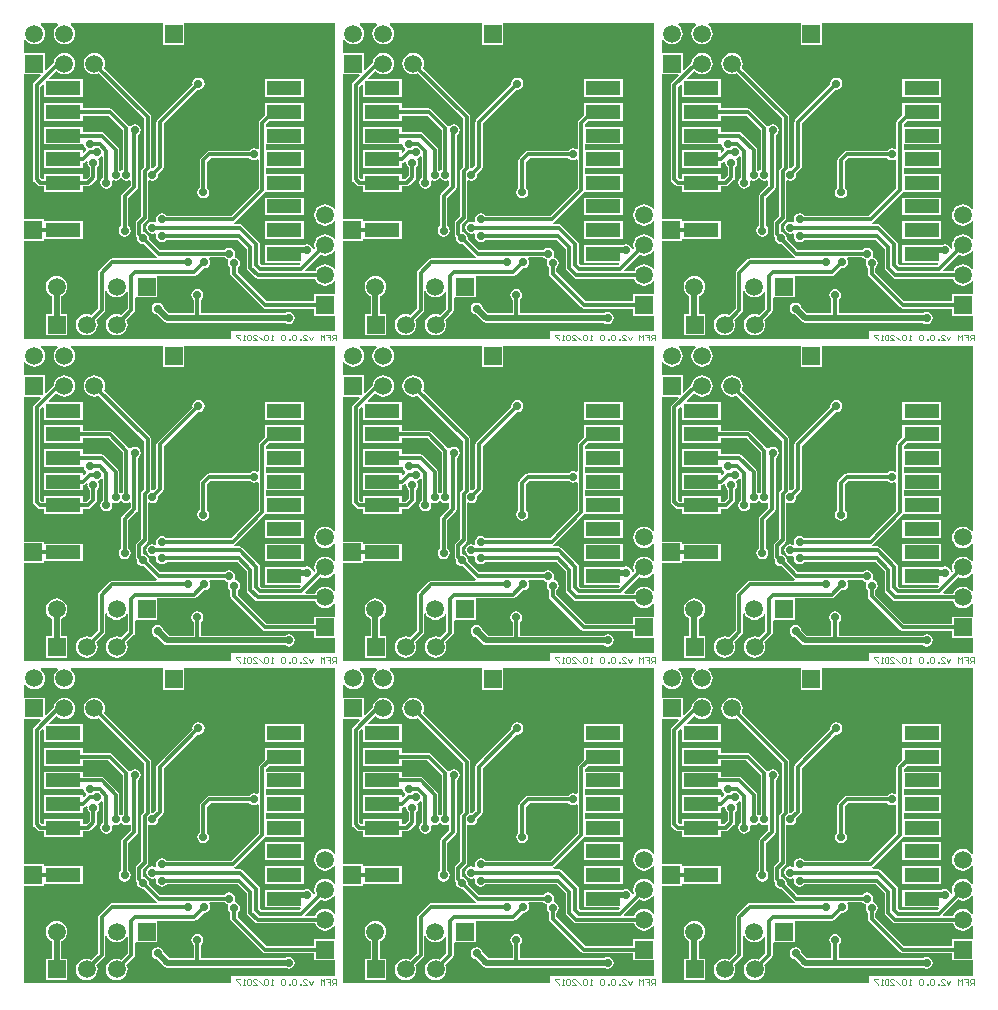
<source format=gbl>
G04 Layer_Physical_Order=2*
G04 Layer_Color=255*
%FSLAX24Y24*%
%MOIN*%
G70*
G01*
G75*
%ADD26C,0.0118*%
%ADD28C,0.0197*%
%ADD29C,0.0039*%
%ADD30C,0.0591*%
%ADD31R,0.0591X0.0591*%
%ADD32R,0.0591X0.0591*%
%ADD33C,0.0276*%
%ADD34R,0.1181X0.0472*%
G36*
X31768Y25957D02*
X31718Y25940D01*
X31677Y25993D01*
X31603Y26050D01*
X31516Y26086D01*
X31424Y26098D01*
X31331Y26086D01*
X31245Y26050D01*
X31170Y25993D01*
X31113Y25919D01*
X31078Y25833D01*
X31065Y25740D01*
X31078Y25647D01*
X31113Y25561D01*
X31170Y25487D01*
X31245Y25430D01*
X31331Y25394D01*
X31424Y25382D01*
X31516Y25394D01*
X31603Y25430D01*
X31677Y25487D01*
X31718Y25540D01*
X31768Y25523D01*
Y24957D01*
X31718Y24940D01*
X31677Y24993D01*
X31603Y25050D01*
X31516Y25086D01*
X31424Y25098D01*
X31331Y25086D01*
X31245Y25050D01*
X31170Y24993D01*
X31113Y24919D01*
X31078Y24833D01*
X31065Y24740D01*
X31078Y24647D01*
X31093Y24609D01*
X31073Y24589D01*
X31020Y24607D01*
X31013Y24644D01*
X30969Y24710D01*
X30904Y24753D01*
X30827Y24769D01*
X30750Y24753D01*
X30710Y24745D01*
Y24745D01*
X29409D01*
Y24153D01*
X30599D01*
X30619Y24106D01*
X30570Y24058D01*
X29316D01*
X29255Y24120D01*
Y24764D01*
X29255Y24764D01*
X29246Y24810D01*
X29220Y24850D01*
X28669Y25401D01*
X28629Y25427D01*
X28583Y25436D01*
X28583Y25436D01*
X28418D01*
X28405Y25486D01*
X28432Y25505D01*
X29417Y26489D01*
X29417Y26489D01*
X29434Y26515D01*
X30710D01*
Y27107D01*
X29452D01*
Y27302D01*
X30710D01*
Y27895D01*
X29452D01*
Y28090D01*
X30710D01*
Y28682D01*
X29452D01*
Y28769D01*
X29560Y28877D01*
X30710D01*
Y29469D01*
X29409D01*
Y29068D01*
X29245Y28905D01*
X29219Y28865D01*
X29209Y28819D01*
X29209Y28819D01*
Y27951D01*
X29159Y27924D01*
X29132Y27942D01*
X29055Y27958D01*
X28978Y27942D01*
X28913Y27899D01*
X28898Y27877D01*
X27559D01*
X27559Y27877D01*
X27513Y27868D01*
X27473Y27842D01*
X27276Y27645D01*
X27250Y27606D01*
X27241Y27559D01*
X27241Y27559D01*
Y26653D01*
X27220Y26639D01*
X27176Y26573D01*
X27161Y26496D01*
X27176Y26419D01*
X27220Y26353D01*
X27285Y26310D01*
X27362Y26294D01*
X27439Y26310D01*
X27505Y26353D01*
X27549Y26419D01*
X27564Y26496D01*
X27549Y26573D01*
X27505Y26639D01*
X27484Y26653D01*
Y27509D01*
X27609Y27635D01*
X28898D01*
X28913Y27613D01*
X28978Y27570D01*
X29055Y27554D01*
X29132Y27570D01*
X29159Y27588D01*
X29209Y27561D01*
Y26625D01*
X28296Y25712D01*
X26141D01*
X26127Y25733D01*
X26061Y25777D01*
X25984Y25792D01*
X25907Y25777D01*
X25842Y25733D01*
X25798Y25668D01*
X25783Y25591D01*
X25795Y25529D01*
X25754Y25496D01*
X25746Y25501D01*
X25669Y25517D01*
X25592Y25501D01*
X25527Y25458D01*
X25483Y25392D01*
X25468Y25315D01*
X25483Y25238D01*
X25527Y25172D01*
X25592Y25129D01*
X25669Y25113D01*
X25746Y25129D01*
X25754Y25133D01*
X25795Y25101D01*
X25783Y25039D01*
X25798Y24962D01*
X25842Y24897D01*
X25907Y24853D01*
X25984Y24838D01*
X26061Y24853D01*
X26127Y24897D01*
X26141Y24918D01*
X28513D01*
X28816Y24615D01*
Y23976D01*
X28816Y23976D01*
X28825Y23930D01*
X28851Y23891D01*
X29088Y23654D01*
X29088Y23654D01*
X29127Y23628D01*
X29173Y23619D01*
X29173Y23619D01*
X31089D01*
X31113Y23561D01*
X31170Y23487D01*
X31245Y23430D01*
X31331Y23394D01*
X31424Y23382D01*
X31516Y23394D01*
X31603Y23430D01*
X31677Y23487D01*
X31718Y23540D01*
X31768Y23523D01*
Y23095D01*
X31068D01*
Y22861D01*
X29476D01*
X28507Y23830D01*
Y23977D01*
X28528Y23991D01*
X28572Y24057D01*
X28587Y24134D01*
X28572Y24211D01*
X28528Y24276D01*
X28463Y24320D01*
X28434Y24326D01*
X28422Y24353D01*
X28416Y24380D01*
X28430Y24449D01*
X28415Y24526D01*
X28371Y24591D01*
X28306Y24635D01*
X28228Y24650D01*
X28151Y24635D01*
X28086Y24591D01*
X28072Y24570D01*
X25926D01*
X25551Y24945D01*
X25556Y24970D01*
X25541Y25048D01*
X25497Y25113D01*
X25431Y25157D01*
X25354Y25172D01*
Y25419D01*
X25498Y25563D01*
X25498Y25563D01*
X25525Y25602D01*
X25534Y25649D01*
X25534Y25649D01*
Y26886D01*
X25578Y26910D01*
X25592Y26900D01*
X25669Y26885D01*
X25746Y26900D01*
X25812Y26944D01*
X25856Y27009D01*
X25871Y27087D01*
X25866Y27112D01*
X26011Y27257D01*
X26011Y27257D01*
X26037Y27296D01*
X26047Y27343D01*
Y28788D01*
X27180Y29921D01*
X27205Y29916D01*
X27282Y29932D01*
X27347Y29976D01*
X27391Y30041D01*
X27406Y30118D01*
X27391Y30195D01*
X27347Y30261D01*
X27282Y30304D01*
X27205Y30320D01*
X27128Y30304D01*
X27062Y30261D01*
X27018Y30195D01*
X27003Y30118D01*
X27008Y30093D01*
X25839Y28924D01*
X25813Y28885D01*
X25804Y28839D01*
X25804Y28839D01*
Y27393D01*
X25713Y27302D01*
X25654Y27307D01*
X25633Y27332D01*
Y29008D01*
X25624Y29054D01*
X25598Y29094D01*
X25598Y29094D01*
X24054Y30637D01*
X24078Y30695D01*
X24091Y30787D01*
X24078Y30880D01*
X24043Y30967D01*
X23986Y31041D01*
X23911Y31098D01*
X23825Y31134D01*
X23732Y31146D01*
X23640Y31134D01*
X23553Y31098D01*
X23479Y31041D01*
X23422Y30967D01*
X23386Y30880D01*
X23374Y30787D01*
X23386Y30695D01*
X23422Y30608D01*
X23479Y30534D01*
X23553Y30477D01*
X23640Y30441D01*
X23732Y30429D01*
X23825Y30441D01*
X23883Y30465D01*
X25390Y28958D01*
Y27343D01*
X25327Y27279D01*
X25300Y27239D01*
X25291Y27193D01*
X25291Y27193D01*
Y25699D01*
X25147Y25555D01*
X25121Y25516D01*
X25112Y25469D01*
X25112Y25469D01*
Y25092D01*
X25112Y25092D01*
X25121Y25045D01*
X25147Y25006D01*
X25158Y24996D01*
X25153Y24970D01*
X25168Y24893D01*
X25212Y24828D01*
X25277Y24784D01*
X25354Y24769D01*
X25379Y24774D01*
X25790Y24363D01*
X25790Y24363D01*
X25818Y24345D01*
X25804Y24295D01*
X24331D01*
X24331Y24295D01*
X24284Y24285D01*
X24245Y24259D01*
X24245Y24259D01*
X23891Y23905D01*
X23864Y23865D01*
X23855Y23819D01*
X23855Y23819D01*
Y22633D01*
X23631Y22409D01*
X23573Y22433D01*
X23480Y22445D01*
X23388Y22433D01*
X23301Y22397D01*
X23227Y22340D01*
X23170Y22266D01*
X23134Y22179D01*
X23122Y22087D01*
X23134Y21994D01*
X23170Y21907D01*
X23227Y21833D01*
X23301Y21776D01*
X23388Y21740D01*
X23480Y21728D01*
X23573Y21740D01*
X23659Y21776D01*
X23734Y21833D01*
X23791Y21907D01*
X23826Y21994D01*
X23839Y22087D01*
X23826Y22179D01*
X23802Y22237D01*
X24062Y22497D01*
X24062Y22497D01*
X24089Y22536D01*
X24098Y22583D01*
Y23192D01*
X24148Y23202D01*
X24162Y23167D01*
X24219Y23093D01*
X24293Y23036D01*
X24380Y23000D01*
X24472Y22988D01*
X24565Y23000D01*
X24652Y23036D01*
X24726Y23093D01*
X24783Y23167D01*
X24789Y23183D01*
X24839Y23173D01*
Y22617D01*
X24631Y22409D01*
X24573Y22433D01*
X24480Y22445D01*
X24388Y22433D01*
X24301Y22397D01*
X24227Y22340D01*
X24170Y22266D01*
X24134Y22179D01*
X24122Y22087D01*
X24134Y21994D01*
X24170Y21907D01*
X24227Y21833D01*
X24301Y21776D01*
X24388Y21740D01*
X24480Y21728D01*
X24573Y21740D01*
X24659Y21776D01*
X24734Y21833D01*
X24791Y21907D01*
X24826Y21994D01*
X24839Y22087D01*
X24826Y22179D01*
X24802Y22237D01*
X25046Y22481D01*
X25046Y22481D01*
X25073Y22521D01*
X25082Y22567D01*
X25082Y22567D01*
Y22956D01*
X25117Y22991D01*
X25828D01*
Y23702D01*
X25875Y23708D01*
X27058D01*
X27058Y23708D01*
X27104Y23718D01*
X27144Y23744D01*
X27377Y23977D01*
X27402Y23972D01*
X27479Y23987D01*
X27544Y24031D01*
X27588Y24096D01*
X27603Y24173D01*
X27588Y24250D01*
X27570Y24277D01*
X27597Y24327D01*
X28072D01*
X28086Y24306D01*
X28151Y24262D01*
X28181Y24257D01*
X28192Y24229D01*
X28198Y24202D01*
X28184Y24134D01*
X28200Y24057D01*
X28243Y23991D01*
X28264Y23977D01*
Y23780D01*
X28264Y23780D01*
X28274Y23733D01*
X28300Y23694D01*
X29340Y22654D01*
X29340Y22654D01*
X29379Y22628D01*
X29425Y22619D01*
X31068D01*
Y22385D01*
X31768D01*
Y21871D01*
X28301D01*
Y21617D01*
X21381D01*
Y24881D01*
X22048D01*
Y24940D01*
X23347D01*
Y25532D01*
X22048D01*
Y25591D01*
X21381D01*
Y30432D01*
X21936D01*
X21955Y30386D01*
X21725Y30156D01*
X21699Y30116D01*
X21690Y30070D01*
X21690Y30070D01*
Y26929D01*
X21690Y26929D01*
X21699Y26883D01*
X21725Y26843D01*
X21843Y26725D01*
X21843Y26725D01*
X21883Y26699D01*
X21929Y26690D01*
X21929Y26690D01*
X22046D01*
Y26515D01*
X23347D01*
Y26690D01*
X23524D01*
X23524Y26690D01*
X23570Y26699D01*
X23609Y26725D01*
X23787Y26902D01*
X23787Y26902D01*
X23813Y26942D01*
X23822Y26988D01*
X23822Y26988D01*
Y27324D01*
X23843Y27338D01*
X23887Y27403D01*
X23902Y27480D01*
X23887Y27557D01*
X23865Y27591D01*
X23888Y27647D01*
X23896Y27648D01*
X23962Y27692D01*
X23962Y27694D01*
X24012Y27678D01*
Y26968D01*
X23991Y26954D01*
X23948Y26888D01*
X23932Y26811D01*
X23948Y26734D01*
X23991Y26668D01*
X24057Y26625D01*
X24134Y26609D01*
X24211Y26625D01*
X24276Y26668D01*
X24320Y26734D01*
X24336Y26811D01*
X24323Y26872D01*
X24364Y26905D01*
X24372Y26900D01*
X24449Y26885D01*
X24526Y26900D01*
X24591Y26944D01*
X24601Y26958D01*
X24651D01*
X24661Y26944D01*
X24726Y26900D01*
X24803Y26885D01*
X24880Y26900D01*
X24895Y26910D01*
X24939Y26886D01*
Y26724D01*
X24657Y26443D01*
X24631Y26404D01*
X24622Y26357D01*
X24622Y26357D01*
Y25374D01*
X24601Y25360D01*
X24557Y25295D01*
X24541Y25217D01*
X24557Y25140D01*
X24601Y25075D01*
X24666Y25031D01*
X24743Y25016D01*
X24820Y25031D01*
X24886Y25075D01*
X24929Y25140D01*
X24945Y25217D01*
X24929Y25295D01*
X24886Y25360D01*
X24865Y25374D01*
Y26307D01*
X25146Y26588D01*
X25146Y26588D01*
X25172Y26628D01*
X25181Y26674D01*
Y28394D01*
X25221Y28420D01*
X25265Y28486D01*
X25280Y28563D01*
X25265Y28640D01*
X25221Y28706D01*
X25156Y28749D01*
X25079Y28765D01*
X25002Y28749D01*
X24946Y28712D01*
X24912Y28710D01*
X24882Y28715D01*
X24338Y29259D01*
X24298Y29285D01*
X24252Y29295D01*
X24252Y29295D01*
X23347D01*
Y29469D01*
X22046D01*
Y28877D01*
X23347D01*
Y29052D01*
X24202D01*
X24682Y28572D01*
Y27243D01*
X24661Y27229D01*
X24656Y27222D01*
X24605Y27219D01*
X24570Y27252D01*
Y27913D01*
X24561Y27960D01*
X24535Y27999D01*
X24535Y27999D01*
X24062Y28472D01*
X24023Y28498D01*
X23976Y28507D01*
X23976Y28507D01*
X23347D01*
Y28682D01*
X22046D01*
Y28090D01*
X23347D01*
X23389Y28069D01*
X23396Y28033D01*
X23440Y27968D01*
X23460Y27954D01*
X23466Y27890D01*
X23394Y27817D01*
X23347Y27836D01*
Y27895D01*
X22046D01*
Y27302D01*
X23347D01*
Y27477D01*
X23393Y27486D01*
X23432Y27513D01*
X23460Y27540D01*
X23506Y27516D01*
X23499Y27480D01*
X23514Y27403D01*
X23558Y27338D01*
X23579Y27324D01*
Y27038D01*
X23473Y26932D01*
X23347D01*
Y27107D01*
X22046D01*
Y26932D01*
X21979D01*
X21932Y26979D01*
Y30020D01*
X22000Y30087D01*
X22046Y30068D01*
Y29664D01*
X23347D01*
Y30257D01*
X22235D01*
X22216Y30303D01*
X22449Y30536D01*
X22479Y30534D01*
X22553Y30477D01*
X22640Y30441D01*
X22732Y30429D01*
X22825Y30441D01*
X22911Y30477D01*
X22986Y30534D01*
X23043Y30608D01*
X23078Y30695D01*
X23091Y30787D01*
X23078Y30880D01*
X23043Y30967D01*
X22986Y31041D01*
X22911Y31098D01*
X22825Y31134D01*
X22732Y31146D01*
X22640Y31134D01*
X22553Y31098D01*
X22479Y31041D01*
X22422Y30967D01*
X22386Y30880D01*
X22377Y30807D01*
X22134Y30564D01*
X22088Y30583D01*
Y31143D01*
X21381D01*
Y31582D01*
X21431Y31596D01*
X21479Y31534D01*
X21553Y31477D01*
X21640Y31441D01*
X21732Y31429D01*
X21825Y31441D01*
X21911Y31477D01*
X21986Y31534D01*
X22043Y31608D01*
X22078Y31695D01*
X22091Y31787D01*
X22078Y31880D01*
X22043Y31967D01*
X21986Y32041D01*
X21944Y32073D01*
X21961Y32123D01*
X22504D01*
X22520Y32073D01*
X22479Y32041D01*
X22422Y31967D01*
X22386Y31880D01*
X22374Y31787D01*
X22386Y31695D01*
X22422Y31608D01*
X22479Y31534D01*
X22553Y31477D01*
X22640Y31441D01*
X22732Y31429D01*
X22825Y31441D01*
X22911Y31477D01*
X22986Y31534D01*
X23043Y31608D01*
X23078Y31695D01*
X23091Y31787D01*
X23078Y31880D01*
X23043Y31967D01*
X22986Y32041D01*
X22944Y32073D01*
X22961Y32123D01*
X26023D01*
Y31416D01*
X26733D01*
Y32123D01*
X31768D01*
Y25957D01*
D02*
G37*
G36*
X21138D02*
X21088Y25940D01*
X21047Y25993D01*
X20973Y26050D01*
X20887Y26086D01*
X20794Y26098D01*
X20701Y26086D01*
X20615Y26050D01*
X20540Y25993D01*
X20483Y25919D01*
X20448Y25833D01*
X20435Y25740D01*
X20448Y25647D01*
X20483Y25561D01*
X20540Y25487D01*
X20615Y25430D01*
X20701Y25394D01*
X20794Y25382D01*
X20887Y25394D01*
X20973Y25430D01*
X21047Y25487D01*
X21088Y25540D01*
X21138Y25523D01*
Y24957D01*
X21088Y24940D01*
X21047Y24993D01*
X20973Y25050D01*
X20887Y25086D01*
X20794Y25098D01*
X20701Y25086D01*
X20615Y25050D01*
X20540Y24993D01*
X20483Y24919D01*
X20448Y24833D01*
X20435Y24740D01*
X20448Y24647D01*
X20464Y24609D01*
X20443Y24589D01*
X20391Y24607D01*
X20383Y24644D01*
X20339Y24710D01*
X20274Y24753D01*
X20197Y24769D01*
X20120Y24753D01*
X20080Y24745D01*
Y24745D01*
X18779D01*
Y24153D01*
X19969D01*
X19989Y24106D01*
X19941Y24058D01*
X18687D01*
X18625Y24120D01*
Y24764D01*
X18625Y24764D01*
X18616Y24810D01*
X18590Y24850D01*
X18039Y25401D01*
X17999Y25427D01*
X17953Y25436D01*
X17953Y25436D01*
X17788D01*
X17775Y25486D01*
X17802Y25505D01*
X18787Y26489D01*
X18787Y26489D01*
X18804Y26515D01*
X20080D01*
Y27107D01*
X18822D01*
Y27302D01*
X20080D01*
Y27895D01*
X18822D01*
Y28090D01*
X20080D01*
Y28682D01*
X18822D01*
Y28769D01*
X18931Y28877D01*
X20080D01*
Y29469D01*
X18779D01*
Y29068D01*
X18615Y28905D01*
X18589Y28865D01*
X18579Y28819D01*
X18579Y28819D01*
Y27951D01*
X18529Y27924D01*
X18502Y27942D01*
X18425Y27958D01*
X18348Y27942D01*
X18283Y27899D01*
X18268Y27877D01*
X16929D01*
X16929Y27877D01*
X16883Y27868D01*
X16843Y27842D01*
X16646Y27645D01*
X16620Y27606D01*
X16611Y27559D01*
X16611Y27559D01*
Y26653D01*
X16590Y26639D01*
X16546Y26573D01*
X16531Y26496D01*
X16546Y26419D01*
X16590Y26353D01*
X16655Y26310D01*
X16732Y26294D01*
X16809Y26310D01*
X16875Y26353D01*
X16919Y26419D01*
X16934Y26496D01*
X16919Y26573D01*
X16875Y26639D01*
X16854Y26653D01*
Y27509D01*
X16979Y27635D01*
X18268D01*
X18283Y27613D01*
X18348Y27570D01*
X18425Y27554D01*
X18502Y27570D01*
X18529Y27588D01*
X18579Y27561D01*
Y26625D01*
X17666Y25712D01*
X15511D01*
X15497Y25733D01*
X15431Y25777D01*
X15354Y25792D01*
X15277Y25777D01*
X15212Y25733D01*
X15168Y25668D01*
X15153Y25591D01*
X15165Y25529D01*
X15124Y25496D01*
X15117Y25501D01*
X15039Y25517D01*
X14962Y25501D01*
X14897Y25458D01*
X14853Y25392D01*
X14838Y25315D01*
X14853Y25238D01*
X14897Y25172D01*
X14962Y25129D01*
X15039Y25113D01*
X15117Y25129D01*
X15124Y25133D01*
X15165Y25101D01*
X15153Y25039D01*
X15168Y24962D01*
X15212Y24897D01*
X15277Y24853D01*
X15354Y24838D01*
X15431Y24853D01*
X15497Y24897D01*
X15511Y24918D01*
X17883D01*
X18186Y24615D01*
Y23976D01*
X18186Y23976D01*
X18195Y23930D01*
X18221Y23891D01*
X18458Y23654D01*
X18458Y23654D01*
X18497Y23628D01*
X18543Y23619D01*
X18543Y23619D01*
X20460D01*
X20483Y23561D01*
X20540Y23487D01*
X20615Y23430D01*
X20701Y23394D01*
X20794Y23382D01*
X20887Y23394D01*
X20973Y23430D01*
X21047Y23487D01*
X21088Y23540D01*
X21138Y23523D01*
Y23095D01*
X20439D01*
Y22861D01*
X18846D01*
X17877Y23830D01*
Y23977D01*
X17899Y23991D01*
X17942Y24057D01*
X17958Y24134D01*
X17942Y24211D01*
X17899Y24276D01*
X17833Y24320D01*
X17804Y24326D01*
X17792Y24353D01*
X17786Y24380D01*
X17800Y24449D01*
X17785Y24526D01*
X17741Y24591D01*
X17676Y24635D01*
X17598Y24650D01*
X17521Y24635D01*
X17456Y24591D01*
X17442Y24570D01*
X15296D01*
X14921Y24945D01*
X14926Y24970D01*
X14911Y25048D01*
X14867Y25113D01*
X14802Y25157D01*
X14724Y25172D01*
Y25419D01*
X14868Y25563D01*
X14868Y25563D01*
X14895Y25602D01*
X14904Y25649D01*
X14904Y25649D01*
Y26886D01*
X14948Y26910D01*
X14962Y26900D01*
X15039Y26885D01*
X15117Y26900D01*
X15182Y26944D01*
X15226Y27009D01*
X15241Y27087D01*
X15236Y27112D01*
X15381Y27257D01*
X15381Y27257D01*
X15407Y27296D01*
X15417Y27343D01*
Y28788D01*
X16550Y29921D01*
X16575Y29916D01*
X16652Y29932D01*
X16717Y29976D01*
X16761Y30041D01*
X16776Y30118D01*
X16761Y30195D01*
X16717Y30261D01*
X16652Y30304D01*
X16575Y30320D01*
X16498Y30304D01*
X16432Y30261D01*
X16388Y30195D01*
X16373Y30118D01*
X16378Y30093D01*
X15209Y28924D01*
X15183Y28885D01*
X15174Y28839D01*
X15174Y28839D01*
Y27393D01*
X15083Y27302D01*
X15024Y27307D01*
X15003Y27332D01*
Y29008D01*
X14994Y29054D01*
X14968Y29094D01*
X14968Y29094D01*
X13425Y30637D01*
X13448Y30695D01*
X13461Y30787D01*
X13448Y30880D01*
X13413Y30967D01*
X13356Y31041D01*
X13282Y31098D01*
X13195Y31134D01*
X13102Y31146D01*
X13010Y31134D01*
X12923Y31098D01*
X12849Y31041D01*
X12792Y30967D01*
X12756Y30880D01*
X12744Y30787D01*
X12756Y30695D01*
X12792Y30608D01*
X12849Y30534D01*
X12923Y30477D01*
X13010Y30441D01*
X13102Y30429D01*
X13195Y30441D01*
X13253Y30465D01*
X14761Y28958D01*
Y27343D01*
X14697Y27279D01*
X14670Y27239D01*
X14661Y27193D01*
X14661Y27193D01*
Y25699D01*
X14517Y25555D01*
X14491Y25516D01*
X14482Y25469D01*
X14482Y25469D01*
Y25092D01*
X14482Y25092D01*
X14491Y25045D01*
X14517Y25006D01*
X14528Y24996D01*
X14523Y24970D01*
X14538Y24893D01*
X14582Y24828D01*
X14647Y24784D01*
X14724Y24769D01*
X14749Y24774D01*
X15160Y24363D01*
X15160Y24363D01*
X15188Y24345D01*
X15174Y24295D01*
X13701D01*
X13701Y24295D01*
X13654Y24285D01*
X13615Y24259D01*
X13615Y24259D01*
X13261Y23905D01*
X13234Y23865D01*
X13225Y23819D01*
X13225Y23819D01*
Y22633D01*
X13001Y22409D01*
X12943Y22433D01*
X12850Y22445D01*
X12758Y22433D01*
X12671Y22397D01*
X12597Y22340D01*
X12540Y22266D01*
X12504Y22179D01*
X12492Y22087D01*
X12504Y21994D01*
X12540Y21907D01*
X12597Y21833D01*
X12671Y21776D01*
X12758Y21740D01*
X12850Y21728D01*
X12943Y21740D01*
X13030Y21776D01*
X13104Y21833D01*
X13161Y21907D01*
X13196Y21994D01*
X13209Y22087D01*
X13196Y22179D01*
X13173Y22237D01*
X13432Y22497D01*
X13432Y22497D01*
X13459Y22536D01*
X13468Y22583D01*
Y23192D01*
X13518Y23202D01*
X13532Y23167D01*
X13589Y23093D01*
X13663Y23036D01*
X13750Y23000D01*
X13842Y22988D01*
X13935Y23000D01*
X14022Y23036D01*
X14096Y23093D01*
X14153Y23167D01*
X14159Y23183D01*
X14209Y23173D01*
Y22617D01*
X14001Y22409D01*
X13943Y22433D01*
X13850Y22445D01*
X13758Y22433D01*
X13671Y22397D01*
X13597Y22340D01*
X13540Y22266D01*
X13504Y22179D01*
X13492Y22087D01*
X13504Y21994D01*
X13540Y21907D01*
X13597Y21833D01*
X13671Y21776D01*
X13758Y21740D01*
X13850Y21728D01*
X13943Y21740D01*
X14030Y21776D01*
X14104Y21833D01*
X14161Y21907D01*
X14196Y21994D01*
X14209Y22087D01*
X14196Y22179D01*
X14173Y22237D01*
X14417Y22481D01*
X14417Y22481D01*
X14443Y22521D01*
X14452Y22567D01*
X14452Y22567D01*
Y22956D01*
X14487Y22991D01*
X15198D01*
Y23702D01*
X15245Y23708D01*
X16428D01*
X16428Y23708D01*
X16475Y23718D01*
X16514Y23744D01*
X16747Y23977D01*
X16772Y23972D01*
X16849Y23987D01*
X16914Y24031D01*
X16958Y24096D01*
X16973Y24173D01*
X16958Y24250D01*
X16940Y24277D01*
X16967Y24327D01*
X17442D01*
X17456Y24306D01*
X17521Y24262D01*
X17551Y24257D01*
X17562Y24229D01*
X17568Y24202D01*
X17554Y24134D01*
X17570Y24057D01*
X17613Y23991D01*
X17635Y23977D01*
Y23780D01*
X17635Y23780D01*
X17644Y23733D01*
X17670Y23694D01*
X18710Y22654D01*
X18710Y22654D01*
X18749Y22628D01*
X18795Y22619D01*
X20439D01*
Y22385D01*
X21138D01*
Y21871D01*
X17671D01*
Y21617D01*
X10751D01*
Y24881D01*
X11418D01*
Y24940D01*
X12718D01*
Y25532D01*
X11418D01*
Y25591D01*
X10751D01*
Y30432D01*
X11306D01*
X11326Y30386D01*
X11095Y30156D01*
X11069Y30116D01*
X11060Y30070D01*
X11060Y30070D01*
Y26929D01*
X11060Y26929D01*
X11069Y26883D01*
X11095Y26843D01*
X11213Y26725D01*
X11213Y26725D01*
X11253Y26699D01*
X11299Y26690D01*
X11299Y26690D01*
X11416D01*
Y26515D01*
X12718D01*
Y26690D01*
X12894D01*
X12894Y26690D01*
X12940Y26699D01*
X12980Y26725D01*
X13157Y26902D01*
X13157Y26902D01*
X13183Y26942D01*
X13192Y26988D01*
X13192Y26988D01*
Y27324D01*
X13213Y27338D01*
X13257Y27403D01*
X13273Y27480D01*
X13257Y27557D01*
X13235Y27591D01*
X13258Y27647D01*
X13266Y27648D01*
X13332Y27692D01*
X13333Y27694D01*
X13383Y27678D01*
Y26968D01*
X13361Y26954D01*
X13318Y26888D01*
X13302Y26811D01*
X13318Y26734D01*
X13361Y26668D01*
X13427Y26625D01*
X13504Y26609D01*
X13581Y26625D01*
X13647Y26668D01*
X13690Y26734D01*
X13706Y26811D01*
X13693Y26872D01*
X13735Y26905D01*
X13742Y26900D01*
X13819Y26885D01*
X13896Y26900D01*
X13961Y26944D01*
X13971Y26958D01*
X14021D01*
X14031Y26944D01*
X14096Y26900D01*
X14173Y26885D01*
X14250Y26900D01*
X14265Y26910D01*
X14309Y26886D01*
Y26724D01*
X14027Y26443D01*
X14001Y26404D01*
X13992Y26357D01*
X13992Y26357D01*
Y25374D01*
X13971Y25360D01*
X13927Y25295D01*
X13912Y25217D01*
X13927Y25140D01*
X13971Y25075D01*
X14036Y25031D01*
X14113Y25016D01*
X14190Y25031D01*
X14256Y25075D01*
X14300Y25140D01*
X14315Y25217D01*
X14300Y25295D01*
X14256Y25360D01*
X14235Y25374D01*
Y26307D01*
X14516Y26588D01*
X14516Y26588D01*
X14542Y26628D01*
X14551Y26674D01*
Y28394D01*
X14591Y28420D01*
X14635Y28486D01*
X14650Y28563D01*
X14635Y28640D01*
X14591Y28706D01*
X14526Y28749D01*
X14449Y28765D01*
X14372Y28749D01*
X14316Y28712D01*
X14282Y28710D01*
X14252Y28715D01*
X13708Y29259D01*
X13669Y29285D01*
X13622Y29295D01*
X13622Y29295D01*
X12718D01*
Y29469D01*
X11416D01*
Y28877D01*
X12718D01*
Y29052D01*
X13572D01*
X14052Y28572D01*
Y27243D01*
X14031Y27229D01*
X14026Y27222D01*
X13975Y27219D01*
X13940Y27252D01*
Y27913D01*
X13931Y27960D01*
X13905Y27999D01*
X13905Y27999D01*
X13432Y28472D01*
X13393Y28498D01*
X13346Y28507D01*
X13346Y28507D01*
X12718D01*
Y28682D01*
X11416D01*
Y28090D01*
X12718D01*
X12759Y28069D01*
X12766Y28033D01*
X12810Y27968D01*
X12830Y27954D01*
X12836Y27890D01*
X12764Y27817D01*
X12718Y27836D01*
Y27895D01*
X11416D01*
Y27302D01*
X12718D01*
Y27477D01*
X12763Y27486D01*
X12802Y27513D01*
X12830Y27540D01*
X12876Y27516D01*
X12869Y27480D01*
X12885Y27403D01*
X12928Y27338D01*
X12949Y27324D01*
Y27038D01*
X12843Y26932D01*
X12718D01*
Y27107D01*
X11416D01*
Y26932D01*
X11350D01*
X11302Y26979D01*
Y30020D01*
X11370Y30087D01*
X11416Y30068D01*
Y29664D01*
X12718D01*
Y30257D01*
X11605D01*
X11586Y30303D01*
X11819Y30536D01*
X11849Y30534D01*
X11923Y30477D01*
X12010Y30441D01*
X12102Y30429D01*
X12195Y30441D01*
X12282Y30477D01*
X12356Y30534D01*
X12413Y30608D01*
X12448Y30695D01*
X12461Y30787D01*
X12448Y30880D01*
X12413Y30967D01*
X12356Y31041D01*
X12282Y31098D01*
X12195Y31134D01*
X12102Y31146D01*
X12010Y31134D01*
X11923Y31098D01*
X11849Y31041D01*
X11792Y30967D01*
X11756Y30880D01*
X11747Y30807D01*
X11504Y30564D01*
X11458Y30583D01*
Y31143D01*
X10751D01*
Y31582D01*
X10801Y31596D01*
X10849Y31534D01*
X10923Y31477D01*
X11010Y31441D01*
X11102Y31429D01*
X11195Y31441D01*
X11282Y31477D01*
X11356Y31534D01*
X11413Y31608D01*
X11448Y31695D01*
X11461Y31787D01*
X11448Y31880D01*
X11413Y31967D01*
X11356Y32041D01*
X11314Y32073D01*
X11331Y32123D01*
X11874D01*
X11891Y32073D01*
X11849Y32041D01*
X11792Y31967D01*
X11756Y31880D01*
X11744Y31787D01*
X11756Y31695D01*
X11792Y31608D01*
X11849Y31534D01*
X11923Y31477D01*
X12010Y31441D01*
X12102Y31429D01*
X12195Y31441D01*
X12282Y31477D01*
X12356Y31534D01*
X12413Y31608D01*
X12448Y31695D01*
X12461Y31787D01*
X12448Y31880D01*
X12413Y31967D01*
X12356Y32041D01*
X12314Y32073D01*
X12331Y32123D01*
X15393D01*
Y31416D01*
X16103D01*
Y32123D01*
X21138D01*
Y25957D01*
D02*
G37*
G36*
X10509D02*
X10459Y25940D01*
X10417Y25993D01*
X10343Y26050D01*
X10257Y26086D01*
X10164Y26098D01*
X10071Y26086D01*
X9985Y26050D01*
X9911Y25993D01*
X9854Y25919D01*
X9818Y25833D01*
X9806Y25740D01*
X9818Y25647D01*
X9854Y25561D01*
X9911Y25487D01*
X9985Y25430D01*
X10071Y25394D01*
X10164Y25382D01*
X10257Y25394D01*
X10343Y25430D01*
X10417Y25487D01*
X10459Y25540D01*
X10509Y25523D01*
Y24957D01*
X10459Y24940D01*
X10417Y24993D01*
X10343Y25050D01*
X10257Y25086D01*
X10164Y25098D01*
X10071Y25086D01*
X9985Y25050D01*
X9911Y24993D01*
X9854Y24919D01*
X9818Y24833D01*
X9806Y24740D01*
X9818Y24647D01*
X9834Y24609D01*
X9813Y24589D01*
X9761Y24607D01*
X9753Y24644D01*
X9710Y24710D01*
X9644Y24753D01*
X9567Y24769D01*
X9490Y24753D01*
X9450Y24745D01*
Y24745D01*
X8149D01*
Y24153D01*
X9340D01*
X9359Y24106D01*
X9311Y24058D01*
X8057D01*
X7995Y24120D01*
Y24764D01*
X7995Y24764D01*
X7986Y24810D01*
X7960Y24850D01*
X7409Y25401D01*
X7369Y25427D01*
X7323Y25436D01*
X7323Y25436D01*
X7158D01*
X7145Y25486D01*
X7172Y25505D01*
X8157Y26489D01*
X8157Y26489D01*
X8174Y26515D01*
X9450D01*
Y27107D01*
X8192D01*
Y27302D01*
X9450D01*
Y27895D01*
X8192D01*
Y28090D01*
X9450D01*
Y28682D01*
X8192D01*
Y28769D01*
X8301Y28877D01*
X9450D01*
Y29469D01*
X8149D01*
Y29068D01*
X7985Y28905D01*
X7959Y28865D01*
X7949Y28819D01*
X7949Y28819D01*
Y27951D01*
X7899Y27924D01*
X7872Y27942D01*
X7795Y27958D01*
X7718Y27942D01*
X7653Y27899D01*
X7638Y27877D01*
X6299D01*
X6299Y27877D01*
X6253Y27868D01*
X6213Y27842D01*
X6017Y27645D01*
X5990Y27606D01*
X5981Y27559D01*
X5981Y27559D01*
Y26653D01*
X5960Y26639D01*
X5916Y26573D01*
X5901Y26496D01*
X5916Y26419D01*
X5960Y26353D01*
X6025Y26310D01*
X6102Y26294D01*
X6180Y26310D01*
X6245Y26353D01*
X6289Y26419D01*
X6304Y26496D01*
X6289Y26573D01*
X6245Y26639D01*
X6224Y26653D01*
Y27509D01*
X6349Y27635D01*
X7638D01*
X7653Y27613D01*
X7718Y27570D01*
X7795Y27554D01*
X7872Y27570D01*
X7899Y27588D01*
X7949Y27561D01*
Y26625D01*
X7036Y25712D01*
X4881D01*
X4867Y25733D01*
X4802Y25777D01*
X4724Y25792D01*
X4647Y25777D01*
X4582Y25733D01*
X4538Y25668D01*
X4523Y25591D01*
X4535Y25529D01*
X4494Y25496D01*
X4487Y25501D01*
X4409Y25517D01*
X4332Y25501D01*
X4267Y25458D01*
X4223Y25392D01*
X4208Y25315D01*
X4223Y25238D01*
X4267Y25172D01*
X4332Y25129D01*
X4409Y25113D01*
X4487Y25129D01*
X4494Y25133D01*
X4535Y25101D01*
X4523Y25039D01*
X4538Y24962D01*
X4582Y24897D01*
X4647Y24853D01*
X4724Y24838D01*
X4802Y24853D01*
X4867Y24897D01*
X4881Y24918D01*
X7253D01*
X7556Y24615D01*
Y23976D01*
X7556Y23976D01*
X7565Y23930D01*
X7591Y23891D01*
X7828Y23654D01*
X7828Y23654D01*
X7867Y23628D01*
X7914Y23619D01*
X7914Y23619D01*
X9830D01*
X9854Y23561D01*
X9911Y23487D01*
X9985Y23430D01*
X10071Y23394D01*
X10164Y23382D01*
X10257Y23394D01*
X10343Y23430D01*
X10417Y23487D01*
X10459Y23540D01*
X10509Y23523D01*
Y23095D01*
X9809D01*
Y22861D01*
X8216D01*
X7247Y23830D01*
Y23977D01*
X7269Y23991D01*
X7312Y24057D01*
X7328Y24134D01*
X7312Y24211D01*
X7269Y24276D01*
X7203Y24320D01*
X7174Y24326D01*
X7162Y24353D01*
X7157Y24380D01*
X7170Y24449D01*
X7155Y24526D01*
X7111Y24591D01*
X7046Y24635D01*
X6969Y24650D01*
X6891Y24635D01*
X6826Y24591D01*
X6812Y24570D01*
X4666D01*
X4291Y24945D01*
X4296Y24970D01*
X4281Y25048D01*
X4237Y25113D01*
X4172Y25157D01*
X4094Y25172D01*
Y25419D01*
X4238Y25563D01*
X4238Y25563D01*
X4265Y25602D01*
X4274Y25649D01*
X4274Y25649D01*
Y26886D01*
X4318Y26910D01*
X4332Y26900D01*
X4409Y26885D01*
X4487Y26900D01*
X4552Y26944D01*
X4596Y27009D01*
X4611Y27087D01*
X4606Y27112D01*
X4751Y27257D01*
X4751Y27257D01*
X4778Y27296D01*
X4787Y27343D01*
Y28788D01*
X5920Y29921D01*
X5945Y29916D01*
X6022Y29932D01*
X6087Y29976D01*
X6131Y30041D01*
X6147Y30118D01*
X6131Y30195D01*
X6087Y30261D01*
X6022Y30304D01*
X5945Y30320D01*
X5868Y30304D01*
X5802Y30261D01*
X5759Y30195D01*
X5743Y30118D01*
X5748Y30093D01*
X4580Y28924D01*
X4553Y28885D01*
X4544Y28839D01*
X4544Y28839D01*
Y27393D01*
X4453Y27302D01*
X4394Y27307D01*
X4373Y27332D01*
Y29008D01*
X4364Y29054D01*
X4338Y29094D01*
X4338Y29094D01*
X2795Y30637D01*
X2819Y30695D01*
X2831Y30787D01*
X2819Y30880D01*
X2783Y30967D01*
X2726Y31041D01*
X2652Y31098D01*
X2565Y31134D01*
X2472Y31146D01*
X2380Y31134D01*
X2293Y31098D01*
X2219Y31041D01*
X2162Y30967D01*
X2126Y30880D01*
X2114Y30787D01*
X2126Y30695D01*
X2162Y30608D01*
X2219Y30534D01*
X2293Y30477D01*
X2380Y30441D01*
X2472Y30429D01*
X2565Y30441D01*
X2623Y30465D01*
X4131Y28958D01*
Y27343D01*
X4067Y27279D01*
X4040Y27239D01*
X4031Y27193D01*
X4031Y27193D01*
Y25699D01*
X3887Y25555D01*
X3861Y25516D01*
X3852Y25469D01*
X3852Y25469D01*
Y25092D01*
X3852Y25092D01*
X3861Y25045D01*
X3887Y25006D01*
X3898Y24996D01*
X3893Y24970D01*
X3908Y24893D01*
X3952Y24828D01*
X4017Y24784D01*
X4094Y24769D01*
X4120Y24774D01*
X4530Y24363D01*
X4530Y24363D01*
X4558Y24345D01*
X4544Y24295D01*
X3071D01*
X3071Y24295D01*
X3024Y24285D01*
X2985Y24259D01*
X2985Y24259D01*
X2631Y23905D01*
X2604Y23865D01*
X2595Y23819D01*
X2595Y23819D01*
Y22633D01*
X2371Y22409D01*
X2313Y22433D01*
X2220Y22445D01*
X2128Y22433D01*
X2041Y22397D01*
X1967Y22340D01*
X1910Y22266D01*
X1874Y22179D01*
X1862Y22087D01*
X1874Y21994D01*
X1910Y21907D01*
X1967Y21833D01*
X2041Y21776D01*
X2128Y21740D01*
X2220Y21728D01*
X2313Y21740D01*
X2400Y21776D01*
X2474Y21833D01*
X2531Y21907D01*
X2567Y21994D01*
X2579Y22087D01*
X2567Y22179D01*
X2543Y22237D01*
X2802Y22497D01*
X2802Y22497D01*
X2829Y22536D01*
X2838Y22583D01*
Y23192D01*
X2888Y23202D01*
X2902Y23167D01*
X2959Y23093D01*
X3033Y23036D01*
X3120Y23000D01*
X3213Y22988D01*
X3305Y23000D01*
X3392Y23036D01*
X3466Y23093D01*
X3523Y23167D01*
X3529Y23183D01*
X3579Y23173D01*
Y22617D01*
X3371Y22409D01*
X3313Y22433D01*
X3220Y22445D01*
X3128Y22433D01*
X3041Y22397D01*
X2967Y22340D01*
X2910Y22266D01*
X2874Y22179D01*
X2862Y22087D01*
X2874Y21994D01*
X2910Y21907D01*
X2967Y21833D01*
X3041Y21776D01*
X3128Y21740D01*
X3220Y21728D01*
X3313Y21740D01*
X3400Y21776D01*
X3474Y21833D01*
X3531Y21907D01*
X3567Y21994D01*
X3579Y22087D01*
X3567Y22179D01*
X3543Y22237D01*
X3787Y22481D01*
X3787Y22481D01*
X3813Y22521D01*
X3822Y22567D01*
X3822Y22567D01*
Y22956D01*
X3857Y22991D01*
X4568D01*
Y23702D01*
X4615Y23708D01*
X5798D01*
X5798Y23708D01*
X5845Y23718D01*
X5884Y23744D01*
X6117Y23977D01*
X6142Y23972D01*
X6219Y23987D01*
X6284Y24031D01*
X6328Y24096D01*
X6343Y24173D01*
X6328Y24250D01*
X6310Y24277D01*
X6337Y24327D01*
X6812D01*
X6826Y24306D01*
X6891Y24262D01*
X6921Y24257D01*
X6932Y24229D01*
X6938Y24202D01*
X6924Y24134D01*
X6940Y24057D01*
X6983Y23991D01*
X7005Y23977D01*
Y23780D01*
X7005Y23780D01*
X7014Y23733D01*
X7040Y23694D01*
X8080Y22654D01*
X8080Y22654D01*
X8119Y22628D01*
X8166Y22619D01*
X9809D01*
Y22385D01*
X10509D01*
Y21871D01*
X7041D01*
Y21617D01*
X121D01*
Y24881D01*
X788D01*
Y24940D01*
X2088D01*
Y25532D01*
X788D01*
Y25591D01*
X121D01*
Y30432D01*
X676D01*
X696Y30386D01*
X465Y30156D01*
X439Y30116D01*
X430Y30070D01*
X430Y30070D01*
Y26929D01*
X430Y26929D01*
X439Y26883D01*
X465Y26843D01*
X583Y26725D01*
X583Y26725D01*
X623Y26699D01*
X669Y26690D01*
X669Y26690D01*
X787D01*
Y26515D01*
X2088D01*
Y26690D01*
X2264D01*
X2264Y26690D01*
X2310Y26699D01*
X2350Y26725D01*
X2527Y26902D01*
X2527Y26902D01*
X2553Y26942D01*
X2562Y26988D01*
X2562Y26988D01*
Y27324D01*
X2584Y27338D01*
X2627Y27403D01*
X2643Y27480D01*
X2627Y27557D01*
X2605Y27591D01*
X2628Y27647D01*
X2636Y27648D01*
X2702Y27692D01*
X2703Y27694D01*
X2753Y27678D01*
Y26968D01*
X2731Y26954D01*
X2688Y26888D01*
X2672Y26811D01*
X2688Y26734D01*
X2731Y26668D01*
X2797Y26625D01*
X2874Y26609D01*
X2951Y26625D01*
X3017Y26668D01*
X3060Y26734D01*
X3076Y26811D01*
X3063Y26872D01*
X3105Y26905D01*
X3112Y26900D01*
X3189Y26885D01*
X3266Y26900D01*
X3332Y26944D01*
X3341Y26958D01*
X3391D01*
X3401Y26944D01*
X3466Y26900D01*
X3543Y26885D01*
X3620Y26900D01*
X3635Y26910D01*
X3679Y26886D01*
Y26724D01*
X3397Y26443D01*
X3371Y26404D01*
X3362Y26357D01*
X3362Y26357D01*
Y25374D01*
X3341Y25360D01*
X3297Y25295D01*
X3282Y25217D01*
X3297Y25140D01*
X3341Y25075D01*
X3406Y25031D01*
X3483Y25016D01*
X3560Y25031D01*
X3626Y25075D01*
X3670Y25140D01*
X3685Y25217D01*
X3670Y25295D01*
X3626Y25360D01*
X3605Y25374D01*
Y26307D01*
X3886Y26588D01*
X3886Y26588D01*
X3912Y26628D01*
X3922Y26674D01*
Y28394D01*
X3961Y28420D01*
X4005Y28486D01*
X4021Y28563D01*
X4005Y28640D01*
X3961Y28706D01*
X3896Y28749D01*
X3819Y28765D01*
X3742Y28749D01*
X3686Y28712D01*
X3652Y28710D01*
X3622Y28715D01*
X3078Y29259D01*
X3039Y29285D01*
X2992Y29295D01*
X2992Y29295D01*
X2088D01*
Y29469D01*
X787D01*
Y28877D01*
X2088D01*
Y29052D01*
X2942D01*
X3422Y28572D01*
Y27243D01*
X3401Y27229D01*
X3396Y27222D01*
X3345Y27219D01*
X3310Y27252D01*
Y27913D01*
X3301Y27960D01*
X3275Y27999D01*
X3275Y27999D01*
X2802Y28472D01*
X2763Y28498D01*
X2717Y28507D01*
X2717Y28507D01*
X2088D01*
Y28682D01*
X787D01*
Y28090D01*
X2088D01*
X2129Y28069D01*
X2137Y28033D01*
X2180Y27968D01*
X2200Y27954D01*
X2206Y27890D01*
X2134Y27817D01*
X2088Y27836D01*
Y27895D01*
X787D01*
Y27302D01*
X2088D01*
Y27477D01*
X2133Y27486D01*
X2172Y27513D01*
X2200Y27540D01*
X2246Y27516D01*
X2239Y27480D01*
X2255Y27403D01*
X2298Y27338D01*
X2320Y27324D01*
Y27038D01*
X2213Y26932D01*
X2088D01*
Y27107D01*
X787D01*
Y26932D01*
X720D01*
X673Y26979D01*
Y30020D01*
X740Y30087D01*
X787Y30068D01*
Y29664D01*
X2088D01*
Y30257D01*
X975D01*
X956Y30303D01*
X1189Y30536D01*
X1219Y30534D01*
X1293Y30477D01*
X1380Y30441D01*
X1472Y30429D01*
X1565Y30441D01*
X1652Y30477D01*
X1726Y30534D01*
X1783Y30608D01*
X1819Y30695D01*
X1831Y30787D01*
X1819Y30880D01*
X1783Y30967D01*
X1726Y31041D01*
X1652Y31098D01*
X1565Y31134D01*
X1472Y31146D01*
X1380Y31134D01*
X1293Y31098D01*
X1219Y31041D01*
X1162Y30967D01*
X1126Y30880D01*
X1117Y30807D01*
X874Y30564D01*
X828Y30583D01*
Y31143D01*
X121D01*
Y31582D01*
X171Y31596D01*
X219Y31534D01*
X293Y31477D01*
X380Y31441D01*
X472Y31429D01*
X565Y31441D01*
X652Y31477D01*
X726Y31534D01*
X783Y31608D01*
X819Y31695D01*
X831Y31787D01*
X819Y31880D01*
X783Y31967D01*
X726Y32041D01*
X684Y32073D01*
X701Y32123D01*
X1244D01*
X1261Y32073D01*
X1219Y32041D01*
X1162Y31967D01*
X1126Y31880D01*
X1114Y31787D01*
X1126Y31695D01*
X1162Y31608D01*
X1219Y31534D01*
X1293Y31477D01*
X1380Y31441D01*
X1472Y31429D01*
X1565Y31441D01*
X1652Y31477D01*
X1726Y31534D01*
X1783Y31608D01*
X1819Y31695D01*
X1831Y31787D01*
X1819Y31880D01*
X1783Y31967D01*
X1726Y32041D01*
X1684Y32073D01*
X1701Y32123D01*
X4763D01*
Y31416D01*
X5473D01*
Y32123D01*
X10509D01*
Y25957D01*
D02*
G37*
G36*
X31768Y24523D02*
Y23957D01*
X31718Y23940D01*
X31677Y23993D01*
X31603Y24050D01*
X31516Y24086D01*
X31424Y24098D01*
X31331Y24086D01*
X31245Y24050D01*
X31170Y23993D01*
X31113Y23919D01*
X31089Y23861D01*
X30782D01*
X30763Y23908D01*
X31273Y24418D01*
X31331Y24394D01*
X31424Y24382D01*
X31516Y24394D01*
X31603Y24430D01*
X31677Y24487D01*
X31718Y24540D01*
X31768Y24523D01*
D02*
G37*
G36*
X21138D02*
Y23957D01*
X21088Y23940D01*
X21047Y23993D01*
X20973Y24050D01*
X20887Y24086D01*
X20794Y24098D01*
X20701Y24086D01*
X20615Y24050D01*
X20540Y23993D01*
X20483Y23919D01*
X20460Y23861D01*
X20152D01*
X20133Y23908D01*
X20643Y24418D01*
X20701Y24394D01*
X20794Y24382D01*
X20887Y24394D01*
X20973Y24430D01*
X21047Y24487D01*
X21088Y24540D01*
X21138Y24523D01*
D02*
G37*
G36*
X10509D02*
Y23957D01*
X10459Y23940D01*
X10417Y23993D01*
X10343Y24050D01*
X10257Y24086D01*
X10164Y24098D01*
X10071Y24086D01*
X9985Y24050D01*
X9911Y23993D01*
X9854Y23919D01*
X9830Y23861D01*
X9522D01*
X9503Y23908D01*
X10013Y24418D01*
X10071Y24394D01*
X10164Y24382D01*
X10257Y24394D01*
X10343Y24430D01*
X10417Y24487D01*
X10459Y24540D01*
X10509Y24523D01*
D02*
G37*
G36*
X31768Y15209D02*
X31718Y15192D01*
X31677Y15245D01*
X31603Y15302D01*
X31516Y15338D01*
X31424Y15350D01*
X31331Y15338D01*
X31245Y15302D01*
X31170Y15245D01*
X31113Y15171D01*
X31078Y15085D01*
X31065Y14992D01*
X31078Y14899D01*
X31113Y14813D01*
X31170Y14739D01*
X31245Y14682D01*
X31331Y14646D01*
X31424Y14634D01*
X31516Y14646D01*
X31603Y14682D01*
X31677Y14739D01*
X31718Y14792D01*
X31768Y14775D01*
Y14209D01*
X31718Y14192D01*
X31677Y14245D01*
X31603Y14302D01*
X31516Y14338D01*
X31424Y14350D01*
X31331Y14338D01*
X31245Y14302D01*
X31170Y14245D01*
X31113Y14171D01*
X31078Y14085D01*
X31065Y13992D01*
X31078Y13899D01*
X31093Y13861D01*
X31073Y13841D01*
X31020Y13859D01*
X31013Y13896D01*
X30969Y13961D01*
X30904Y14005D01*
X30827Y14021D01*
X30750Y14005D01*
X30710Y13997D01*
Y13997D01*
X29409D01*
Y13405D01*
X30599D01*
X30619Y13358D01*
X30570Y13310D01*
X29316D01*
X29255Y13372D01*
Y14016D01*
X29255Y14016D01*
X29246Y14062D01*
X29220Y14102D01*
X28669Y14653D01*
X28629Y14679D01*
X28583Y14688D01*
X28583Y14688D01*
X28418D01*
X28405Y14738D01*
X28432Y14757D01*
X29417Y15741D01*
X29417Y15741D01*
X29434Y15767D01*
X30710D01*
Y16359D01*
X29452D01*
Y16554D01*
X30710D01*
Y17147D01*
X29452D01*
Y17342D01*
X30710D01*
Y17934D01*
X29452D01*
Y18021D01*
X29560Y18129D01*
X30710D01*
Y18721D01*
X29409D01*
Y18320D01*
X29245Y18157D01*
X29219Y18117D01*
X29209Y18071D01*
X29209Y18071D01*
Y17203D01*
X29159Y17176D01*
X29132Y17194D01*
X29055Y17210D01*
X28978Y17194D01*
X28913Y17150D01*
X28898Y17129D01*
X27559D01*
X27559Y17129D01*
X27513Y17120D01*
X27473Y17094D01*
X27276Y16897D01*
X27250Y16857D01*
X27241Y16811D01*
X27241Y16811D01*
Y15905D01*
X27220Y15891D01*
X27176Y15825D01*
X27161Y15748D01*
X27176Y15671D01*
X27220Y15605D01*
X27285Y15562D01*
X27362Y15546D01*
X27439Y15562D01*
X27505Y15605D01*
X27549Y15671D01*
X27564Y15748D01*
X27549Y15825D01*
X27505Y15891D01*
X27484Y15905D01*
Y16761D01*
X27609Y16886D01*
X28898D01*
X28913Y16865D01*
X28978Y16822D01*
X29055Y16806D01*
X29132Y16822D01*
X29159Y16840D01*
X29209Y16813D01*
Y15877D01*
X28296Y14964D01*
X26141D01*
X26127Y14985D01*
X26061Y15029D01*
X25984Y15044D01*
X25907Y15029D01*
X25842Y14985D01*
X25798Y14920D01*
X25783Y14843D01*
X25795Y14781D01*
X25754Y14748D01*
X25746Y14753D01*
X25669Y14769D01*
X25592Y14753D01*
X25527Y14710D01*
X25483Y14644D01*
X25468Y14567D01*
X25483Y14490D01*
X25527Y14424D01*
X25592Y14381D01*
X25669Y14365D01*
X25746Y14381D01*
X25754Y14385D01*
X25795Y14353D01*
X25783Y14291D01*
X25798Y14214D01*
X25842Y14149D01*
X25907Y14105D01*
X25984Y14090D01*
X26061Y14105D01*
X26127Y14149D01*
X26141Y14170D01*
X28513D01*
X28816Y13867D01*
Y13228D01*
X28816Y13228D01*
X28825Y13182D01*
X28851Y13143D01*
X29088Y12906D01*
X29088Y12906D01*
X29127Y12880D01*
X29173Y12871D01*
X29173Y12871D01*
X31089D01*
X31113Y12813D01*
X31170Y12739D01*
X31245Y12682D01*
X31331Y12646D01*
X31424Y12634D01*
X31516Y12646D01*
X31603Y12682D01*
X31677Y12739D01*
X31718Y12792D01*
X31768Y12775D01*
Y12347D01*
X31068D01*
Y12113D01*
X29476D01*
X28507Y13082D01*
Y13229D01*
X28528Y13243D01*
X28572Y13309D01*
X28587Y13386D01*
X28572Y13463D01*
X28528Y13528D01*
X28463Y13572D01*
X28434Y13578D01*
X28422Y13605D01*
X28416Y13632D01*
X28430Y13701D01*
X28415Y13778D01*
X28371Y13843D01*
X28306Y13887D01*
X28228Y13902D01*
X28151Y13887D01*
X28086Y13843D01*
X28072Y13822D01*
X25926D01*
X25551Y14197D01*
X25556Y14222D01*
X25541Y14300D01*
X25497Y14365D01*
X25431Y14409D01*
X25354Y14424D01*
Y14671D01*
X25498Y14815D01*
X25498Y14815D01*
X25525Y14854D01*
X25534Y14901D01*
X25534Y14901D01*
Y16138D01*
X25578Y16162D01*
X25592Y16152D01*
X25669Y16137D01*
X25746Y16152D01*
X25812Y16196D01*
X25856Y16261D01*
X25871Y16339D01*
X25866Y16364D01*
X26011Y16509D01*
X26011Y16509D01*
X26037Y16548D01*
X26047Y16594D01*
Y18040D01*
X27180Y19173D01*
X27205Y19168D01*
X27282Y19184D01*
X27347Y19227D01*
X27391Y19293D01*
X27406Y19370D01*
X27391Y19447D01*
X27347Y19513D01*
X27282Y19556D01*
X27205Y19572D01*
X27128Y19556D01*
X27062Y19513D01*
X27018Y19447D01*
X27003Y19370D01*
X27008Y19345D01*
X25839Y18176D01*
X25813Y18137D01*
X25804Y18091D01*
X25804Y18091D01*
Y16645D01*
X25713Y16554D01*
X25654Y16559D01*
X25633Y16584D01*
Y18260D01*
X25624Y18306D01*
X25598Y18346D01*
X25598Y18346D01*
X24054Y19889D01*
X24078Y19947D01*
X24091Y20039D01*
X24078Y20132D01*
X24043Y20219D01*
X23986Y20293D01*
X23911Y20350D01*
X23825Y20385D01*
X23732Y20398D01*
X23640Y20385D01*
X23553Y20350D01*
X23479Y20293D01*
X23422Y20219D01*
X23386Y20132D01*
X23374Y20039D01*
X23386Y19947D01*
X23422Y19860D01*
X23479Y19786D01*
X23553Y19729D01*
X23640Y19693D01*
X23732Y19681D01*
X23825Y19693D01*
X23883Y19717D01*
X25390Y18210D01*
Y16595D01*
X25327Y16531D01*
X25300Y16491D01*
X25291Y16445D01*
X25291Y16445D01*
Y14951D01*
X25147Y14807D01*
X25121Y14768D01*
X25112Y14721D01*
X25112Y14721D01*
Y14344D01*
X25112Y14344D01*
X25121Y14297D01*
X25147Y14258D01*
X25158Y14247D01*
X25153Y14222D01*
X25168Y14145D01*
X25212Y14080D01*
X25277Y14036D01*
X25354Y14021D01*
X25379Y14026D01*
X25790Y13615D01*
X25790Y13615D01*
X25818Y13597D01*
X25804Y13547D01*
X24331D01*
X24331Y13547D01*
X24284Y13537D01*
X24245Y13511D01*
X24245Y13511D01*
X23891Y13157D01*
X23864Y13117D01*
X23855Y13071D01*
X23855Y13071D01*
Y11885D01*
X23631Y11661D01*
X23573Y11685D01*
X23480Y11697D01*
X23388Y11685D01*
X23301Y11649D01*
X23227Y11592D01*
X23170Y11518D01*
X23134Y11431D01*
X23122Y11339D01*
X23134Y11246D01*
X23170Y11159D01*
X23227Y11085D01*
X23301Y11028D01*
X23388Y10992D01*
X23480Y10980D01*
X23573Y10992D01*
X23659Y11028D01*
X23734Y11085D01*
X23791Y11159D01*
X23826Y11246D01*
X23839Y11339D01*
X23826Y11431D01*
X23802Y11489D01*
X24062Y11749D01*
X24062Y11749D01*
X24089Y11788D01*
X24098Y11835D01*
Y12444D01*
X24148Y12454D01*
X24162Y12419D01*
X24219Y12345D01*
X24293Y12288D01*
X24380Y12252D01*
X24472Y12240D01*
X24565Y12252D01*
X24652Y12288D01*
X24726Y12345D01*
X24783Y12419D01*
X24789Y12435D01*
X24839Y12425D01*
Y11869D01*
X24631Y11661D01*
X24573Y11685D01*
X24480Y11697D01*
X24388Y11685D01*
X24301Y11649D01*
X24227Y11592D01*
X24170Y11518D01*
X24134Y11431D01*
X24122Y11339D01*
X24134Y11246D01*
X24170Y11159D01*
X24227Y11085D01*
X24301Y11028D01*
X24388Y10992D01*
X24480Y10980D01*
X24573Y10992D01*
X24659Y11028D01*
X24734Y11085D01*
X24791Y11159D01*
X24826Y11246D01*
X24839Y11339D01*
X24826Y11431D01*
X24802Y11489D01*
X25046Y11733D01*
X25046Y11733D01*
X25073Y11772D01*
X25082Y11819D01*
X25082Y11819D01*
Y12208D01*
X25117Y12243D01*
X25828D01*
Y12954D01*
X25875Y12960D01*
X27058D01*
X27058Y12960D01*
X27104Y12970D01*
X27144Y12996D01*
X27377Y13228D01*
X27402Y13224D01*
X27479Y13239D01*
X27544Y13283D01*
X27588Y13348D01*
X27603Y13425D01*
X27588Y13502D01*
X27570Y13529D01*
X27597Y13579D01*
X28072D01*
X28086Y13558D01*
X28151Y13514D01*
X28181Y13509D01*
X28192Y13481D01*
X28198Y13454D01*
X28184Y13386D01*
X28200Y13309D01*
X28243Y13243D01*
X28264Y13229D01*
Y13032D01*
X28264Y13032D01*
X28274Y12985D01*
X28300Y12946D01*
X29340Y11906D01*
X29340Y11906D01*
X29379Y11880D01*
X29425Y11871D01*
X31068D01*
Y11637D01*
X31768D01*
Y11123D01*
X28301D01*
Y10869D01*
X21381D01*
Y14133D01*
X22048D01*
Y14192D01*
X23347D01*
Y14784D01*
X22048D01*
Y14843D01*
X21381D01*
Y19684D01*
X21936D01*
X21955Y19638D01*
X21725Y19408D01*
X21699Y19368D01*
X21690Y19322D01*
X21690Y19322D01*
Y16181D01*
X21690Y16181D01*
X21699Y16135D01*
X21725Y16095D01*
X21843Y15977D01*
X21843Y15977D01*
X21883Y15951D01*
X21929Y15942D01*
X21929Y15942D01*
X22046D01*
Y15767D01*
X23347D01*
Y15942D01*
X23524D01*
X23524Y15942D01*
X23570Y15951D01*
X23609Y15977D01*
X23787Y16154D01*
X23787Y16154D01*
X23813Y16194D01*
X23822Y16240D01*
X23822Y16240D01*
Y16575D01*
X23843Y16590D01*
X23887Y16655D01*
X23902Y16732D01*
X23887Y16809D01*
X23865Y16843D01*
X23888Y16899D01*
X23896Y16900D01*
X23962Y16944D01*
X23962Y16945D01*
X24012Y16930D01*
Y16220D01*
X23991Y16206D01*
X23948Y16140D01*
X23932Y16063D01*
X23948Y15986D01*
X23991Y15920D01*
X24057Y15877D01*
X24134Y15861D01*
X24211Y15877D01*
X24276Y15920D01*
X24320Y15986D01*
X24336Y16063D01*
X24323Y16124D01*
X24364Y16157D01*
X24372Y16152D01*
X24449Y16137D01*
X24526Y16152D01*
X24591Y16196D01*
X24601Y16210D01*
X24651D01*
X24661Y16196D01*
X24726Y16152D01*
X24803Y16137D01*
X24880Y16152D01*
X24895Y16162D01*
X24939Y16138D01*
Y15976D01*
X24657Y15695D01*
X24631Y15656D01*
X24622Y15609D01*
X24622Y15609D01*
Y14626D01*
X24601Y14612D01*
X24557Y14547D01*
X24541Y14469D01*
X24557Y14392D01*
X24601Y14327D01*
X24666Y14283D01*
X24743Y14268D01*
X24820Y14283D01*
X24886Y14327D01*
X24929Y14392D01*
X24945Y14469D01*
X24929Y14547D01*
X24886Y14612D01*
X24865Y14626D01*
Y15559D01*
X25146Y15840D01*
X25146Y15840D01*
X25172Y15880D01*
X25181Y15926D01*
Y17646D01*
X25221Y17672D01*
X25265Y17738D01*
X25280Y17815D01*
X25265Y17892D01*
X25221Y17958D01*
X25156Y18001D01*
X25079Y18017D01*
X25002Y18001D01*
X24946Y17964D01*
X24912Y17962D01*
X24882Y17967D01*
X24338Y18511D01*
X24298Y18537D01*
X24252Y18547D01*
X24252Y18547D01*
X23347D01*
Y18721D01*
X22046D01*
Y18129D01*
X23347D01*
Y18304D01*
X24202D01*
X24682Y17824D01*
Y16495D01*
X24661Y16481D01*
X24656Y16474D01*
X24605Y16471D01*
X24570Y16504D01*
Y17165D01*
X24561Y17212D01*
X24535Y17251D01*
X24535Y17251D01*
X24062Y17724D01*
X24023Y17750D01*
X23976Y17759D01*
X23976Y17759D01*
X23347D01*
Y17934D01*
X22046D01*
Y17342D01*
X23347D01*
X23389Y17321D01*
X23396Y17285D01*
X23440Y17220D01*
X23460Y17206D01*
X23466Y17142D01*
X23394Y17069D01*
X23347Y17088D01*
Y17147D01*
X22046D01*
Y16554D01*
X23347D01*
Y16729D01*
X23393Y16738D01*
X23432Y16765D01*
X23460Y16792D01*
X23506Y16768D01*
X23499Y16732D01*
X23514Y16655D01*
X23558Y16590D01*
X23579Y16575D01*
Y16290D01*
X23473Y16184D01*
X23347D01*
Y16359D01*
X22046D01*
Y16184D01*
X21979D01*
X21932Y16231D01*
Y19272D01*
X22000Y19339D01*
X22046Y19320D01*
Y18916D01*
X23347D01*
Y19509D01*
X22235D01*
X22216Y19555D01*
X22449Y19788D01*
X22479Y19786D01*
X22553Y19729D01*
X22640Y19693D01*
X22732Y19681D01*
X22825Y19693D01*
X22911Y19729D01*
X22986Y19786D01*
X23043Y19860D01*
X23078Y19947D01*
X23091Y20039D01*
X23078Y20132D01*
X23043Y20219D01*
X22986Y20293D01*
X22911Y20350D01*
X22825Y20385D01*
X22732Y20398D01*
X22640Y20385D01*
X22553Y20350D01*
X22479Y20293D01*
X22422Y20219D01*
X22386Y20132D01*
X22377Y20059D01*
X22134Y19816D01*
X22088Y19835D01*
Y20395D01*
X21381D01*
Y20834D01*
X21431Y20848D01*
X21479Y20786D01*
X21553Y20729D01*
X21640Y20693D01*
X21732Y20681D01*
X21825Y20693D01*
X21911Y20729D01*
X21986Y20786D01*
X22043Y20860D01*
X22078Y20947D01*
X22091Y21039D01*
X22078Y21132D01*
X22043Y21219D01*
X21986Y21293D01*
X21944Y21325D01*
X21961Y21375D01*
X22504D01*
X22520Y21325D01*
X22479Y21293D01*
X22422Y21219D01*
X22386Y21132D01*
X22374Y21039D01*
X22386Y20947D01*
X22422Y20860D01*
X22479Y20786D01*
X22553Y20729D01*
X22640Y20693D01*
X22732Y20681D01*
X22825Y20693D01*
X22911Y20729D01*
X22986Y20786D01*
X23043Y20860D01*
X23078Y20947D01*
X23091Y21039D01*
X23078Y21132D01*
X23043Y21219D01*
X22986Y21293D01*
X22944Y21325D01*
X22961Y21375D01*
X26023D01*
Y20668D01*
X26733D01*
Y21375D01*
X31768D01*
Y15209D01*
D02*
G37*
G36*
X21138D02*
X21088Y15192D01*
X21047Y15245D01*
X20973Y15302D01*
X20887Y15338D01*
X20794Y15350D01*
X20701Y15338D01*
X20615Y15302D01*
X20540Y15245D01*
X20483Y15171D01*
X20448Y15085D01*
X20435Y14992D01*
X20448Y14899D01*
X20483Y14813D01*
X20540Y14739D01*
X20615Y14682D01*
X20701Y14646D01*
X20794Y14634D01*
X20887Y14646D01*
X20973Y14682D01*
X21047Y14739D01*
X21088Y14792D01*
X21138Y14775D01*
Y14209D01*
X21088Y14192D01*
X21047Y14245D01*
X20973Y14302D01*
X20887Y14338D01*
X20794Y14350D01*
X20701Y14338D01*
X20615Y14302D01*
X20540Y14245D01*
X20483Y14171D01*
X20448Y14085D01*
X20435Y13992D01*
X20448Y13899D01*
X20464Y13861D01*
X20443Y13841D01*
X20391Y13859D01*
X20383Y13896D01*
X20339Y13961D01*
X20274Y14005D01*
X20197Y14021D01*
X20120Y14005D01*
X20080Y13997D01*
Y13997D01*
X18779D01*
Y13405D01*
X19969D01*
X19989Y13358D01*
X19941Y13310D01*
X18687D01*
X18625Y13372D01*
Y14016D01*
X18625Y14016D01*
X18616Y14062D01*
X18590Y14102D01*
X18039Y14653D01*
X17999Y14679D01*
X17953Y14688D01*
X17953Y14688D01*
X17788D01*
X17775Y14738D01*
X17802Y14757D01*
X18787Y15741D01*
X18787Y15741D01*
X18804Y15767D01*
X20080D01*
Y16359D01*
X18822D01*
Y16554D01*
X20080D01*
Y17147D01*
X18822D01*
Y17342D01*
X20080D01*
Y17934D01*
X18822D01*
Y18021D01*
X18931Y18129D01*
X20080D01*
Y18721D01*
X18779D01*
Y18320D01*
X18615Y18157D01*
X18589Y18117D01*
X18579Y18071D01*
X18579Y18071D01*
Y17203D01*
X18529Y17176D01*
X18502Y17194D01*
X18425Y17210D01*
X18348Y17194D01*
X18283Y17150D01*
X18268Y17129D01*
X16929D01*
X16929Y17129D01*
X16883Y17120D01*
X16843Y17094D01*
X16646Y16897D01*
X16620Y16857D01*
X16611Y16811D01*
X16611Y16811D01*
Y15905D01*
X16590Y15891D01*
X16546Y15825D01*
X16531Y15748D01*
X16546Y15671D01*
X16590Y15605D01*
X16655Y15562D01*
X16732Y15546D01*
X16809Y15562D01*
X16875Y15605D01*
X16919Y15671D01*
X16934Y15748D01*
X16919Y15825D01*
X16875Y15891D01*
X16854Y15905D01*
Y16761D01*
X16979Y16886D01*
X18268D01*
X18283Y16865D01*
X18348Y16822D01*
X18425Y16806D01*
X18502Y16822D01*
X18529Y16840D01*
X18579Y16813D01*
Y15877D01*
X17666Y14964D01*
X15511D01*
X15497Y14985D01*
X15431Y15029D01*
X15354Y15044D01*
X15277Y15029D01*
X15212Y14985D01*
X15168Y14920D01*
X15153Y14843D01*
X15165Y14781D01*
X15124Y14748D01*
X15117Y14753D01*
X15039Y14769D01*
X14962Y14753D01*
X14897Y14710D01*
X14853Y14644D01*
X14838Y14567D01*
X14853Y14490D01*
X14897Y14424D01*
X14962Y14381D01*
X15039Y14365D01*
X15117Y14381D01*
X15124Y14385D01*
X15165Y14353D01*
X15153Y14291D01*
X15168Y14214D01*
X15212Y14149D01*
X15277Y14105D01*
X15354Y14090D01*
X15431Y14105D01*
X15497Y14149D01*
X15511Y14170D01*
X17883D01*
X18186Y13867D01*
Y13228D01*
X18186Y13228D01*
X18195Y13182D01*
X18221Y13143D01*
X18458Y12906D01*
X18458Y12906D01*
X18497Y12880D01*
X18543Y12871D01*
X18543Y12871D01*
X20460D01*
X20483Y12813D01*
X20540Y12739D01*
X20615Y12682D01*
X20701Y12646D01*
X20794Y12634D01*
X20887Y12646D01*
X20973Y12682D01*
X21047Y12739D01*
X21088Y12792D01*
X21138Y12775D01*
Y12347D01*
X20439D01*
Y12113D01*
X18846D01*
X17877Y13082D01*
Y13229D01*
X17899Y13243D01*
X17942Y13309D01*
X17958Y13386D01*
X17942Y13463D01*
X17899Y13528D01*
X17833Y13572D01*
X17804Y13578D01*
X17792Y13605D01*
X17786Y13632D01*
X17800Y13701D01*
X17785Y13778D01*
X17741Y13843D01*
X17676Y13887D01*
X17598Y13902D01*
X17521Y13887D01*
X17456Y13843D01*
X17442Y13822D01*
X15296D01*
X14921Y14197D01*
X14926Y14222D01*
X14911Y14300D01*
X14867Y14365D01*
X14802Y14409D01*
X14724Y14424D01*
Y14671D01*
X14868Y14815D01*
X14868Y14815D01*
X14895Y14854D01*
X14904Y14901D01*
X14904Y14901D01*
Y16138D01*
X14948Y16162D01*
X14962Y16152D01*
X15039Y16137D01*
X15117Y16152D01*
X15182Y16196D01*
X15226Y16261D01*
X15241Y16339D01*
X15236Y16364D01*
X15381Y16509D01*
X15381Y16509D01*
X15407Y16548D01*
X15417Y16594D01*
Y18040D01*
X16550Y19173D01*
X16575Y19168D01*
X16652Y19184D01*
X16717Y19227D01*
X16761Y19293D01*
X16776Y19370D01*
X16761Y19447D01*
X16717Y19513D01*
X16652Y19556D01*
X16575Y19572D01*
X16498Y19556D01*
X16432Y19513D01*
X16388Y19447D01*
X16373Y19370D01*
X16378Y19345D01*
X15209Y18176D01*
X15183Y18137D01*
X15174Y18091D01*
X15174Y18091D01*
Y16645D01*
X15083Y16554D01*
X15024Y16559D01*
X15003Y16584D01*
Y18260D01*
X14994Y18306D01*
X14968Y18346D01*
X14968Y18346D01*
X13425Y19889D01*
X13448Y19947D01*
X13461Y20039D01*
X13448Y20132D01*
X13413Y20219D01*
X13356Y20293D01*
X13282Y20350D01*
X13195Y20385D01*
X13102Y20398D01*
X13010Y20385D01*
X12923Y20350D01*
X12849Y20293D01*
X12792Y20219D01*
X12756Y20132D01*
X12744Y20039D01*
X12756Y19947D01*
X12792Y19860D01*
X12849Y19786D01*
X12923Y19729D01*
X13010Y19693D01*
X13102Y19681D01*
X13195Y19693D01*
X13253Y19717D01*
X14761Y18210D01*
Y16595D01*
X14697Y16531D01*
X14670Y16491D01*
X14661Y16445D01*
X14661Y16445D01*
Y14951D01*
X14517Y14807D01*
X14491Y14768D01*
X14482Y14721D01*
X14482Y14721D01*
Y14344D01*
X14482Y14344D01*
X14491Y14297D01*
X14517Y14258D01*
X14528Y14247D01*
X14523Y14222D01*
X14538Y14145D01*
X14582Y14080D01*
X14647Y14036D01*
X14724Y14021D01*
X14749Y14026D01*
X15160Y13615D01*
X15160Y13615D01*
X15188Y13597D01*
X15174Y13547D01*
X13701D01*
X13701Y13547D01*
X13654Y13537D01*
X13615Y13511D01*
X13615Y13511D01*
X13261Y13157D01*
X13234Y13117D01*
X13225Y13071D01*
X13225Y13071D01*
Y11885D01*
X13001Y11661D01*
X12943Y11685D01*
X12850Y11697D01*
X12758Y11685D01*
X12671Y11649D01*
X12597Y11592D01*
X12540Y11518D01*
X12504Y11431D01*
X12492Y11339D01*
X12504Y11246D01*
X12540Y11159D01*
X12597Y11085D01*
X12671Y11028D01*
X12758Y10992D01*
X12850Y10980D01*
X12943Y10992D01*
X13030Y11028D01*
X13104Y11085D01*
X13161Y11159D01*
X13196Y11246D01*
X13209Y11339D01*
X13196Y11431D01*
X13173Y11489D01*
X13432Y11749D01*
X13432Y11749D01*
X13459Y11788D01*
X13468Y11835D01*
Y12444D01*
X13518Y12454D01*
X13532Y12419D01*
X13589Y12345D01*
X13663Y12288D01*
X13750Y12252D01*
X13842Y12240D01*
X13935Y12252D01*
X14022Y12288D01*
X14096Y12345D01*
X14153Y12419D01*
X14159Y12435D01*
X14209Y12425D01*
Y11869D01*
X14001Y11661D01*
X13943Y11685D01*
X13850Y11697D01*
X13758Y11685D01*
X13671Y11649D01*
X13597Y11592D01*
X13540Y11518D01*
X13504Y11431D01*
X13492Y11339D01*
X13504Y11246D01*
X13540Y11159D01*
X13597Y11085D01*
X13671Y11028D01*
X13758Y10992D01*
X13850Y10980D01*
X13943Y10992D01*
X14030Y11028D01*
X14104Y11085D01*
X14161Y11159D01*
X14196Y11246D01*
X14209Y11339D01*
X14196Y11431D01*
X14173Y11489D01*
X14417Y11733D01*
X14417Y11733D01*
X14443Y11772D01*
X14452Y11819D01*
X14452Y11819D01*
Y12208D01*
X14487Y12243D01*
X15198D01*
Y12954D01*
X15245Y12960D01*
X16428D01*
X16428Y12960D01*
X16475Y12970D01*
X16514Y12996D01*
X16747Y13228D01*
X16772Y13224D01*
X16849Y13239D01*
X16914Y13283D01*
X16958Y13348D01*
X16973Y13425D01*
X16958Y13502D01*
X16940Y13529D01*
X16967Y13579D01*
X17442D01*
X17456Y13558D01*
X17521Y13514D01*
X17551Y13509D01*
X17562Y13481D01*
X17568Y13454D01*
X17554Y13386D01*
X17570Y13309D01*
X17613Y13243D01*
X17635Y13229D01*
Y13032D01*
X17635Y13032D01*
X17644Y12985D01*
X17670Y12946D01*
X18710Y11906D01*
X18710Y11906D01*
X18749Y11880D01*
X18795Y11871D01*
X20439D01*
Y11637D01*
X21138D01*
Y11123D01*
X17671D01*
Y10869D01*
X10751D01*
Y14133D01*
X11418D01*
Y14192D01*
X12718D01*
Y14784D01*
X11418D01*
Y14843D01*
X10751D01*
Y19684D01*
X11306D01*
X11326Y19638D01*
X11095Y19408D01*
X11069Y19368D01*
X11060Y19322D01*
X11060Y19322D01*
Y16181D01*
X11060Y16181D01*
X11069Y16135D01*
X11095Y16095D01*
X11213Y15977D01*
X11213Y15977D01*
X11253Y15951D01*
X11299Y15942D01*
X11299Y15942D01*
X11416D01*
Y15767D01*
X12718D01*
Y15942D01*
X12894D01*
X12894Y15942D01*
X12940Y15951D01*
X12980Y15977D01*
X13157Y16154D01*
X13157Y16154D01*
X13183Y16194D01*
X13192Y16240D01*
X13192Y16240D01*
Y16575D01*
X13213Y16590D01*
X13257Y16655D01*
X13273Y16732D01*
X13257Y16809D01*
X13235Y16843D01*
X13258Y16899D01*
X13266Y16900D01*
X13332Y16944D01*
X13333Y16945D01*
X13383Y16930D01*
Y16220D01*
X13361Y16206D01*
X13318Y16140D01*
X13302Y16063D01*
X13318Y15986D01*
X13361Y15920D01*
X13427Y15877D01*
X13504Y15861D01*
X13581Y15877D01*
X13647Y15920D01*
X13690Y15986D01*
X13706Y16063D01*
X13693Y16124D01*
X13735Y16157D01*
X13742Y16152D01*
X13819Y16137D01*
X13896Y16152D01*
X13961Y16196D01*
X13971Y16210D01*
X14021D01*
X14031Y16196D01*
X14096Y16152D01*
X14173Y16137D01*
X14250Y16152D01*
X14265Y16162D01*
X14309Y16138D01*
Y15976D01*
X14027Y15695D01*
X14001Y15656D01*
X13992Y15609D01*
X13992Y15609D01*
Y14626D01*
X13971Y14612D01*
X13927Y14547D01*
X13912Y14469D01*
X13927Y14392D01*
X13971Y14327D01*
X14036Y14283D01*
X14113Y14268D01*
X14190Y14283D01*
X14256Y14327D01*
X14300Y14392D01*
X14315Y14469D01*
X14300Y14547D01*
X14256Y14612D01*
X14235Y14626D01*
Y15559D01*
X14516Y15840D01*
X14516Y15840D01*
X14542Y15880D01*
X14551Y15926D01*
Y17646D01*
X14591Y17672D01*
X14635Y17738D01*
X14650Y17815D01*
X14635Y17892D01*
X14591Y17958D01*
X14526Y18001D01*
X14449Y18017D01*
X14372Y18001D01*
X14316Y17964D01*
X14282Y17962D01*
X14252Y17967D01*
X13708Y18511D01*
X13669Y18537D01*
X13622Y18547D01*
X13622Y18547D01*
X12718D01*
Y18721D01*
X11416D01*
Y18129D01*
X12718D01*
Y18304D01*
X13572D01*
X14052Y17824D01*
Y16495D01*
X14031Y16481D01*
X14026Y16474D01*
X13975Y16471D01*
X13940Y16504D01*
Y17165D01*
X13931Y17212D01*
X13905Y17251D01*
X13905Y17251D01*
X13432Y17724D01*
X13393Y17750D01*
X13346Y17759D01*
X13346Y17759D01*
X12718D01*
Y17934D01*
X11416D01*
Y17342D01*
X12718D01*
X12759Y17321D01*
X12766Y17285D01*
X12810Y17220D01*
X12830Y17206D01*
X12836Y17142D01*
X12764Y17069D01*
X12718Y17088D01*
Y17147D01*
X11416D01*
Y16554D01*
X12718D01*
Y16729D01*
X12763Y16738D01*
X12802Y16765D01*
X12830Y16792D01*
X12876Y16768D01*
X12869Y16732D01*
X12885Y16655D01*
X12928Y16590D01*
X12949Y16575D01*
Y16290D01*
X12843Y16184D01*
X12718D01*
Y16359D01*
X11416D01*
Y16184D01*
X11350D01*
X11302Y16231D01*
Y19272D01*
X11370Y19339D01*
X11416Y19320D01*
Y18916D01*
X12718D01*
Y19509D01*
X11605D01*
X11586Y19555D01*
X11819Y19788D01*
X11849Y19786D01*
X11923Y19729D01*
X12010Y19693D01*
X12102Y19681D01*
X12195Y19693D01*
X12282Y19729D01*
X12356Y19786D01*
X12413Y19860D01*
X12448Y19947D01*
X12461Y20039D01*
X12448Y20132D01*
X12413Y20219D01*
X12356Y20293D01*
X12282Y20350D01*
X12195Y20385D01*
X12102Y20398D01*
X12010Y20385D01*
X11923Y20350D01*
X11849Y20293D01*
X11792Y20219D01*
X11756Y20132D01*
X11747Y20059D01*
X11504Y19816D01*
X11458Y19835D01*
Y20395D01*
X10751D01*
Y20834D01*
X10801Y20848D01*
X10849Y20786D01*
X10923Y20729D01*
X11010Y20693D01*
X11102Y20681D01*
X11195Y20693D01*
X11282Y20729D01*
X11356Y20786D01*
X11413Y20860D01*
X11448Y20947D01*
X11461Y21039D01*
X11448Y21132D01*
X11413Y21219D01*
X11356Y21293D01*
X11314Y21325D01*
X11331Y21375D01*
X11874D01*
X11891Y21325D01*
X11849Y21293D01*
X11792Y21219D01*
X11756Y21132D01*
X11744Y21039D01*
X11756Y20947D01*
X11792Y20860D01*
X11849Y20786D01*
X11923Y20729D01*
X12010Y20693D01*
X12102Y20681D01*
X12195Y20693D01*
X12282Y20729D01*
X12356Y20786D01*
X12413Y20860D01*
X12448Y20947D01*
X12461Y21039D01*
X12448Y21132D01*
X12413Y21219D01*
X12356Y21293D01*
X12314Y21325D01*
X12331Y21375D01*
X15393D01*
Y20668D01*
X16103D01*
Y21375D01*
X21138D01*
Y15209D01*
D02*
G37*
G36*
X10509D02*
X10459Y15192D01*
X10417Y15245D01*
X10343Y15302D01*
X10257Y15338D01*
X10164Y15350D01*
X10071Y15338D01*
X9985Y15302D01*
X9911Y15245D01*
X9854Y15171D01*
X9818Y15085D01*
X9806Y14992D01*
X9818Y14899D01*
X9854Y14813D01*
X9911Y14739D01*
X9985Y14682D01*
X10071Y14646D01*
X10164Y14634D01*
X10257Y14646D01*
X10343Y14682D01*
X10417Y14739D01*
X10459Y14792D01*
X10509Y14775D01*
Y14209D01*
X10459Y14192D01*
X10417Y14245D01*
X10343Y14302D01*
X10257Y14338D01*
X10164Y14350D01*
X10071Y14338D01*
X9985Y14302D01*
X9911Y14245D01*
X9854Y14171D01*
X9818Y14085D01*
X9806Y13992D01*
X9818Y13899D01*
X9834Y13861D01*
X9813Y13841D01*
X9761Y13859D01*
X9753Y13896D01*
X9710Y13961D01*
X9644Y14005D01*
X9567Y14021D01*
X9490Y14005D01*
X9450Y13997D01*
Y13997D01*
X8149D01*
Y13405D01*
X9340D01*
X9359Y13358D01*
X9311Y13310D01*
X8057D01*
X7995Y13372D01*
Y14016D01*
X7995Y14016D01*
X7986Y14062D01*
X7960Y14102D01*
X7409Y14653D01*
X7369Y14679D01*
X7323Y14688D01*
X7323Y14688D01*
X7158D01*
X7145Y14738D01*
X7172Y14757D01*
X8157Y15741D01*
X8157Y15741D01*
X8174Y15767D01*
X9450D01*
Y16359D01*
X8192D01*
Y16554D01*
X9450D01*
Y17147D01*
X8192D01*
Y17342D01*
X9450D01*
Y17934D01*
X8192D01*
Y18021D01*
X8301Y18129D01*
X9450D01*
Y18721D01*
X8149D01*
Y18320D01*
X7985Y18157D01*
X7959Y18117D01*
X7949Y18071D01*
X7949Y18071D01*
Y17203D01*
X7899Y17176D01*
X7872Y17194D01*
X7795Y17210D01*
X7718Y17194D01*
X7653Y17150D01*
X7638Y17129D01*
X6299D01*
X6299Y17129D01*
X6253Y17120D01*
X6213Y17094D01*
X6017Y16897D01*
X5990Y16857D01*
X5981Y16811D01*
X5981Y16811D01*
Y15905D01*
X5960Y15891D01*
X5916Y15825D01*
X5901Y15748D01*
X5916Y15671D01*
X5960Y15605D01*
X6025Y15562D01*
X6102Y15546D01*
X6180Y15562D01*
X6245Y15605D01*
X6289Y15671D01*
X6304Y15748D01*
X6289Y15825D01*
X6245Y15891D01*
X6224Y15905D01*
Y16761D01*
X6349Y16886D01*
X7638D01*
X7653Y16865D01*
X7718Y16822D01*
X7795Y16806D01*
X7872Y16822D01*
X7899Y16840D01*
X7949Y16813D01*
Y15877D01*
X7036Y14964D01*
X4881D01*
X4867Y14985D01*
X4802Y15029D01*
X4724Y15044D01*
X4647Y15029D01*
X4582Y14985D01*
X4538Y14920D01*
X4523Y14843D01*
X4535Y14781D01*
X4494Y14748D01*
X4487Y14753D01*
X4409Y14769D01*
X4332Y14753D01*
X4267Y14710D01*
X4223Y14644D01*
X4208Y14567D01*
X4223Y14490D01*
X4267Y14424D01*
X4332Y14381D01*
X4409Y14365D01*
X4487Y14381D01*
X4494Y14385D01*
X4535Y14353D01*
X4523Y14291D01*
X4538Y14214D01*
X4582Y14149D01*
X4647Y14105D01*
X4724Y14090D01*
X4802Y14105D01*
X4867Y14149D01*
X4881Y14170D01*
X7253D01*
X7556Y13867D01*
Y13228D01*
X7556Y13228D01*
X7565Y13182D01*
X7591Y13143D01*
X7828Y12906D01*
X7828Y12906D01*
X7867Y12880D01*
X7914Y12871D01*
X7914Y12871D01*
X9830D01*
X9854Y12813D01*
X9911Y12739D01*
X9985Y12682D01*
X10071Y12646D01*
X10164Y12634D01*
X10257Y12646D01*
X10343Y12682D01*
X10417Y12739D01*
X10459Y12792D01*
X10509Y12775D01*
Y12347D01*
X9809D01*
Y12113D01*
X8216D01*
X7247Y13082D01*
Y13229D01*
X7269Y13243D01*
X7312Y13309D01*
X7328Y13386D01*
X7312Y13463D01*
X7269Y13528D01*
X7203Y13572D01*
X7174Y13578D01*
X7162Y13605D01*
X7157Y13632D01*
X7170Y13701D01*
X7155Y13778D01*
X7111Y13843D01*
X7046Y13887D01*
X6969Y13902D01*
X6891Y13887D01*
X6826Y13843D01*
X6812Y13822D01*
X4666D01*
X4291Y14197D01*
X4296Y14222D01*
X4281Y14300D01*
X4237Y14365D01*
X4172Y14409D01*
X4094Y14424D01*
Y14671D01*
X4238Y14815D01*
X4238Y14815D01*
X4265Y14854D01*
X4274Y14901D01*
X4274Y14901D01*
Y16138D01*
X4318Y16162D01*
X4332Y16152D01*
X4409Y16137D01*
X4487Y16152D01*
X4552Y16196D01*
X4596Y16261D01*
X4611Y16339D01*
X4606Y16364D01*
X4751Y16509D01*
X4751Y16509D01*
X4778Y16548D01*
X4787Y16594D01*
Y18040D01*
X5920Y19173D01*
X5945Y19168D01*
X6022Y19184D01*
X6087Y19227D01*
X6131Y19293D01*
X6147Y19370D01*
X6131Y19447D01*
X6087Y19513D01*
X6022Y19556D01*
X5945Y19572D01*
X5868Y19556D01*
X5802Y19513D01*
X5759Y19447D01*
X5743Y19370D01*
X5748Y19345D01*
X4580Y18176D01*
X4553Y18137D01*
X4544Y18091D01*
X4544Y18091D01*
Y16645D01*
X4453Y16554D01*
X4394Y16559D01*
X4373Y16584D01*
Y18260D01*
X4364Y18306D01*
X4338Y18346D01*
X4338Y18346D01*
X2795Y19889D01*
X2819Y19947D01*
X2831Y20039D01*
X2819Y20132D01*
X2783Y20219D01*
X2726Y20293D01*
X2652Y20350D01*
X2565Y20385D01*
X2472Y20398D01*
X2380Y20385D01*
X2293Y20350D01*
X2219Y20293D01*
X2162Y20219D01*
X2126Y20132D01*
X2114Y20039D01*
X2126Y19947D01*
X2162Y19860D01*
X2219Y19786D01*
X2293Y19729D01*
X2380Y19693D01*
X2472Y19681D01*
X2565Y19693D01*
X2623Y19717D01*
X4131Y18210D01*
Y16595D01*
X4067Y16531D01*
X4040Y16491D01*
X4031Y16445D01*
X4031Y16445D01*
Y14951D01*
X3887Y14807D01*
X3861Y14768D01*
X3852Y14721D01*
X3852Y14721D01*
Y14344D01*
X3852Y14344D01*
X3861Y14297D01*
X3887Y14258D01*
X3898Y14247D01*
X3893Y14222D01*
X3908Y14145D01*
X3952Y14080D01*
X4017Y14036D01*
X4094Y14021D01*
X4120Y14026D01*
X4530Y13615D01*
X4530Y13615D01*
X4558Y13597D01*
X4544Y13547D01*
X3071D01*
X3071Y13547D01*
X3024Y13537D01*
X2985Y13511D01*
X2985Y13511D01*
X2631Y13157D01*
X2604Y13117D01*
X2595Y13071D01*
X2595Y13071D01*
Y11885D01*
X2371Y11661D01*
X2313Y11685D01*
X2220Y11697D01*
X2128Y11685D01*
X2041Y11649D01*
X1967Y11592D01*
X1910Y11518D01*
X1874Y11431D01*
X1862Y11339D01*
X1874Y11246D01*
X1910Y11159D01*
X1967Y11085D01*
X2041Y11028D01*
X2128Y10992D01*
X2220Y10980D01*
X2313Y10992D01*
X2400Y11028D01*
X2474Y11085D01*
X2531Y11159D01*
X2567Y11246D01*
X2579Y11339D01*
X2567Y11431D01*
X2543Y11489D01*
X2802Y11749D01*
X2802Y11749D01*
X2829Y11788D01*
X2838Y11835D01*
Y12444D01*
X2888Y12454D01*
X2902Y12419D01*
X2959Y12345D01*
X3033Y12288D01*
X3120Y12252D01*
X3213Y12240D01*
X3305Y12252D01*
X3392Y12288D01*
X3466Y12345D01*
X3523Y12419D01*
X3529Y12435D01*
X3579Y12425D01*
Y11869D01*
X3371Y11661D01*
X3313Y11685D01*
X3220Y11697D01*
X3128Y11685D01*
X3041Y11649D01*
X2967Y11592D01*
X2910Y11518D01*
X2874Y11431D01*
X2862Y11339D01*
X2874Y11246D01*
X2910Y11159D01*
X2967Y11085D01*
X3041Y11028D01*
X3128Y10992D01*
X3220Y10980D01*
X3313Y10992D01*
X3400Y11028D01*
X3474Y11085D01*
X3531Y11159D01*
X3567Y11246D01*
X3579Y11339D01*
X3567Y11431D01*
X3543Y11489D01*
X3787Y11733D01*
X3787Y11733D01*
X3813Y11772D01*
X3822Y11819D01*
X3822Y11819D01*
Y12208D01*
X3857Y12243D01*
X4568D01*
Y12954D01*
X4615Y12960D01*
X5798D01*
X5798Y12960D01*
X5845Y12970D01*
X5884Y12996D01*
X6117Y13228D01*
X6142Y13224D01*
X6219Y13239D01*
X6284Y13283D01*
X6328Y13348D01*
X6343Y13425D01*
X6328Y13502D01*
X6310Y13529D01*
X6337Y13579D01*
X6812D01*
X6826Y13558D01*
X6891Y13514D01*
X6921Y13509D01*
X6932Y13481D01*
X6938Y13454D01*
X6924Y13386D01*
X6940Y13309D01*
X6983Y13243D01*
X7005Y13229D01*
Y13032D01*
X7005Y13032D01*
X7014Y12985D01*
X7040Y12946D01*
X8080Y11906D01*
X8080Y11906D01*
X8119Y11880D01*
X8166Y11871D01*
X9809D01*
Y11637D01*
X10509D01*
Y11123D01*
X7041D01*
Y10869D01*
X121D01*
Y14133D01*
X788D01*
Y14192D01*
X2088D01*
Y14784D01*
X788D01*
Y14843D01*
X121D01*
Y19684D01*
X676D01*
X696Y19638D01*
X465Y19408D01*
X439Y19368D01*
X430Y19322D01*
X430Y19322D01*
Y16181D01*
X430Y16181D01*
X439Y16135D01*
X465Y16095D01*
X583Y15977D01*
X583Y15977D01*
X623Y15951D01*
X669Y15942D01*
X669Y15942D01*
X787D01*
Y15767D01*
X2088D01*
Y15942D01*
X2264D01*
X2264Y15942D01*
X2310Y15951D01*
X2350Y15977D01*
X2527Y16154D01*
X2527Y16154D01*
X2553Y16194D01*
X2562Y16240D01*
X2562Y16240D01*
Y16575D01*
X2584Y16590D01*
X2627Y16655D01*
X2643Y16732D01*
X2627Y16809D01*
X2605Y16843D01*
X2628Y16899D01*
X2636Y16900D01*
X2702Y16944D01*
X2703Y16945D01*
X2753Y16930D01*
Y16220D01*
X2731Y16206D01*
X2688Y16140D01*
X2672Y16063D01*
X2688Y15986D01*
X2731Y15920D01*
X2797Y15877D01*
X2874Y15861D01*
X2951Y15877D01*
X3017Y15920D01*
X3060Y15986D01*
X3076Y16063D01*
X3063Y16124D01*
X3105Y16157D01*
X3112Y16152D01*
X3189Y16137D01*
X3266Y16152D01*
X3332Y16196D01*
X3341Y16210D01*
X3391D01*
X3401Y16196D01*
X3466Y16152D01*
X3543Y16137D01*
X3620Y16152D01*
X3635Y16162D01*
X3679Y16138D01*
Y15976D01*
X3397Y15695D01*
X3371Y15656D01*
X3362Y15609D01*
X3362Y15609D01*
Y14626D01*
X3341Y14612D01*
X3297Y14547D01*
X3282Y14469D01*
X3297Y14392D01*
X3341Y14327D01*
X3406Y14283D01*
X3483Y14268D01*
X3560Y14283D01*
X3626Y14327D01*
X3670Y14392D01*
X3685Y14469D01*
X3670Y14547D01*
X3626Y14612D01*
X3605Y14626D01*
Y15559D01*
X3886Y15840D01*
X3886Y15840D01*
X3912Y15880D01*
X3922Y15926D01*
Y17646D01*
X3961Y17672D01*
X4005Y17738D01*
X4021Y17815D01*
X4005Y17892D01*
X3961Y17958D01*
X3896Y18001D01*
X3819Y18017D01*
X3742Y18001D01*
X3686Y17964D01*
X3652Y17962D01*
X3622Y17967D01*
X3078Y18511D01*
X3039Y18537D01*
X2992Y18547D01*
X2992Y18547D01*
X2088D01*
Y18721D01*
X787D01*
Y18129D01*
X2088D01*
Y18304D01*
X2942D01*
X3422Y17824D01*
Y16495D01*
X3401Y16481D01*
X3396Y16474D01*
X3345Y16471D01*
X3310Y16504D01*
Y17165D01*
X3301Y17212D01*
X3275Y17251D01*
X3275Y17251D01*
X2802Y17724D01*
X2763Y17750D01*
X2717Y17759D01*
X2717Y17759D01*
X2088D01*
Y17934D01*
X787D01*
Y17342D01*
X2088D01*
X2129Y17321D01*
X2137Y17285D01*
X2180Y17220D01*
X2200Y17206D01*
X2206Y17142D01*
X2134Y17069D01*
X2088Y17088D01*
Y17147D01*
X787D01*
Y16554D01*
X2088D01*
Y16729D01*
X2133Y16738D01*
X2172Y16765D01*
X2200Y16792D01*
X2246Y16768D01*
X2239Y16732D01*
X2255Y16655D01*
X2298Y16590D01*
X2320Y16575D01*
Y16290D01*
X2213Y16184D01*
X2088D01*
Y16359D01*
X787D01*
Y16184D01*
X720D01*
X673Y16231D01*
Y19272D01*
X740Y19339D01*
X787Y19320D01*
Y18916D01*
X2088D01*
Y19509D01*
X975D01*
X956Y19555D01*
X1189Y19788D01*
X1219Y19786D01*
X1293Y19729D01*
X1380Y19693D01*
X1472Y19681D01*
X1565Y19693D01*
X1652Y19729D01*
X1726Y19786D01*
X1783Y19860D01*
X1819Y19947D01*
X1831Y20039D01*
X1819Y20132D01*
X1783Y20219D01*
X1726Y20293D01*
X1652Y20350D01*
X1565Y20385D01*
X1472Y20398D01*
X1380Y20385D01*
X1293Y20350D01*
X1219Y20293D01*
X1162Y20219D01*
X1126Y20132D01*
X1117Y20059D01*
X874Y19816D01*
X828Y19835D01*
Y20395D01*
X121D01*
Y20834D01*
X171Y20848D01*
X219Y20786D01*
X293Y20729D01*
X380Y20693D01*
X472Y20681D01*
X565Y20693D01*
X652Y20729D01*
X726Y20786D01*
X783Y20860D01*
X819Y20947D01*
X831Y21039D01*
X819Y21132D01*
X783Y21219D01*
X726Y21293D01*
X684Y21325D01*
X701Y21375D01*
X1244D01*
X1261Y21325D01*
X1219Y21293D01*
X1162Y21219D01*
X1126Y21132D01*
X1114Y21039D01*
X1126Y20947D01*
X1162Y20860D01*
X1219Y20786D01*
X1293Y20729D01*
X1380Y20693D01*
X1472Y20681D01*
X1565Y20693D01*
X1652Y20729D01*
X1726Y20786D01*
X1783Y20860D01*
X1819Y20947D01*
X1831Y21039D01*
X1819Y21132D01*
X1783Y21219D01*
X1726Y21293D01*
X1684Y21325D01*
X1701Y21375D01*
X4763D01*
Y20668D01*
X5473D01*
Y21375D01*
X10509D01*
Y15209D01*
D02*
G37*
G36*
X31768Y13775D02*
Y13209D01*
X31718Y13192D01*
X31677Y13245D01*
X31603Y13302D01*
X31516Y13338D01*
X31424Y13350D01*
X31331Y13338D01*
X31245Y13302D01*
X31170Y13245D01*
X31113Y13171D01*
X31089Y13113D01*
X30782D01*
X30763Y13160D01*
X31273Y13670D01*
X31331Y13646D01*
X31424Y13634D01*
X31516Y13646D01*
X31603Y13682D01*
X31677Y13739D01*
X31718Y13792D01*
X31768Y13775D01*
D02*
G37*
G36*
X21138D02*
Y13209D01*
X21088Y13192D01*
X21047Y13245D01*
X20973Y13302D01*
X20887Y13338D01*
X20794Y13350D01*
X20701Y13338D01*
X20615Y13302D01*
X20540Y13245D01*
X20483Y13171D01*
X20460Y13113D01*
X20152D01*
X20133Y13160D01*
X20643Y13670D01*
X20701Y13646D01*
X20794Y13634D01*
X20887Y13646D01*
X20973Y13682D01*
X21047Y13739D01*
X21088Y13792D01*
X21138Y13775D01*
D02*
G37*
G36*
X10509D02*
Y13209D01*
X10459Y13192D01*
X10417Y13245D01*
X10343Y13302D01*
X10257Y13338D01*
X10164Y13350D01*
X10071Y13338D01*
X9985Y13302D01*
X9911Y13245D01*
X9854Y13171D01*
X9830Y13113D01*
X9522D01*
X9503Y13160D01*
X10013Y13670D01*
X10071Y13646D01*
X10164Y13634D01*
X10257Y13646D01*
X10343Y13682D01*
X10417Y13739D01*
X10459Y13792D01*
X10509Y13775D01*
D02*
G37*
G36*
X31768Y4461D02*
X31718Y4444D01*
X31677Y4497D01*
X31603Y4554D01*
X31516Y4590D01*
X31424Y4602D01*
X31331Y4590D01*
X31245Y4554D01*
X31170Y4497D01*
X31113Y4423D01*
X31078Y4337D01*
X31065Y4244D01*
X31078Y4151D01*
X31113Y4065D01*
X31170Y3991D01*
X31245Y3934D01*
X31331Y3898D01*
X31424Y3886D01*
X31516Y3898D01*
X31603Y3934D01*
X31677Y3991D01*
X31718Y4044D01*
X31768Y4027D01*
Y3461D01*
X31718Y3444D01*
X31677Y3497D01*
X31603Y3554D01*
X31516Y3590D01*
X31424Y3602D01*
X31331Y3590D01*
X31245Y3554D01*
X31170Y3497D01*
X31113Y3423D01*
X31078Y3337D01*
X31065Y3244D01*
X31078Y3151D01*
X31093Y3113D01*
X31073Y3093D01*
X31020Y3111D01*
X31013Y3148D01*
X30969Y3213D01*
X30904Y3257D01*
X30827Y3273D01*
X30750Y3257D01*
X30710Y3249D01*
Y3249D01*
X29409D01*
Y2657D01*
X30599D01*
X30619Y2610D01*
X30570Y2562D01*
X29316D01*
X29255Y2624D01*
Y3268D01*
X29255Y3268D01*
X29246Y3314D01*
X29220Y3354D01*
X28669Y3905D01*
X28629Y3931D01*
X28583Y3940D01*
X28583Y3940D01*
X28418D01*
X28405Y3990D01*
X28432Y4009D01*
X29417Y4993D01*
X29417Y4993D01*
X29434Y5019D01*
X30710D01*
Y5611D01*
X29452D01*
Y5806D01*
X30710D01*
Y6399D01*
X29452D01*
Y6594D01*
X30710D01*
Y7186D01*
X29452D01*
Y7273D01*
X29560Y7381D01*
X30710D01*
Y7973D01*
X29409D01*
Y7572D01*
X29245Y7409D01*
X29219Y7369D01*
X29209Y7323D01*
X29209Y7323D01*
Y6455D01*
X29159Y6428D01*
X29132Y6446D01*
X29055Y6462D01*
X28978Y6446D01*
X28913Y6402D01*
X28898Y6381D01*
X27559D01*
X27559Y6381D01*
X27513Y6372D01*
X27473Y6346D01*
X27276Y6149D01*
X27250Y6109D01*
X27241Y6063D01*
X27241Y6063D01*
Y5157D01*
X27220Y5143D01*
X27176Y5077D01*
X27161Y5000D01*
X27176Y4923D01*
X27220Y4857D01*
X27285Y4814D01*
X27362Y4798D01*
X27439Y4814D01*
X27505Y4857D01*
X27549Y4923D01*
X27564Y5000D01*
X27549Y5077D01*
X27505Y5143D01*
X27484Y5157D01*
Y6013D01*
X27609Y6138D01*
X28898D01*
X28913Y6117D01*
X28978Y6074D01*
X29055Y6058D01*
X29132Y6074D01*
X29159Y6092D01*
X29209Y6065D01*
Y5129D01*
X28296Y4216D01*
X26141D01*
X26127Y4237D01*
X26061Y4281D01*
X25984Y4296D01*
X25907Y4281D01*
X25842Y4237D01*
X25798Y4172D01*
X25783Y4094D01*
X25795Y4033D01*
X25754Y4000D01*
X25746Y4005D01*
X25669Y4021D01*
X25592Y4005D01*
X25527Y3961D01*
X25483Y3896D01*
X25468Y3819D01*
X25483Y3742D01*
X25527Y3676D01*
X25592Y3633D01*
X25669Y3617D01*
X25746Y3633D01*
X25754Y3637D01*
X25795Y3605D01*
X25783Y3543D01*
X25798Y3466D01*
X25842Y3401D01*
X25907Y3357D01*
X25984Y3342D01*
X26061Y3357D01*
X26127Y3401D01*
X26141Y3422D01*
X28513D01*
X28816Y3119D01*
Y2480D01*
X28816Y2480D01*
X28825Y2434D01*
X28851Y2394D01*
X29088Y2158D01*
X29088Y2158D01*
X29127Y2132D01*
X29173Y2123D01*
X29173Y2123D01*
X31089D01*
X31113Y2065D01*
X31170Y1991D01*
X31245Y1934D01*
X31331Y1898D01*
X31424Y1886D01*
X31516Y1898D01*
X31603Y1934D01*
X31677Y1991D01*
X31718Y2044D01*
X31768Y2027D01*
Y1599D01*
X31068D01*
Y1365D01*
X29476D01*
X28507Y2334D01*
Y2481D01*
X28528Y2495D01*
X28572Y2561D01*
X28587Y2638D01*
X28572Y2715D01*
X28528Y2780D01*
X28463Y2824D01*
X28434Y2830D01*
X28422Y2857D01*
X28416Y2884D01*
X28430Y2953D01*
X28415Y3030D01*
X28371Y3095D01*
X28306Y3139D01*
X28228Y3154D01*
X28151Y3139D01*
X28086Y3095D01*
X28072Y3074D01*
X25926D01*
X25551Y3449D01*
X25556Y3474D01*
X25541Y3552D01*
X25497Y3617D01*
X25431Y3661D01*
X25354Y3676D01*
Y3923D01*
X25498Y4067D01*
X25498Y4067D01*
X25525Y4106D01*
X25534Y4153D01*
X25534Y4153D01*
Y5390D01*
X25578Y5414D01*
X25592Y5404D01*
X25669Y5389D01*
X25746Y5404D01*
X25812Y5448D01*
X25856Y5513D01*
X25871Y5591D01*
X25866Y5616D01*
X26011Y5761D01*
X26011Y5761D01*
X26037Y5800D01*
X26047Y5846D01*
Y7292D01*
X27180Y8425D01*
X27205Y8420D01*
X27282Y8436D01*
X27347Y8479D01*
X27391Y8545D01*
X27406Y8622D01*
X27391Y8699D01*
X27347Y8765D01*
X27282Y8808D01*
X27205Y8824D01*
X27128Y8808D01*
X27062Y8765D01*
X27018Y8699D01*
X27003Y8622D01*
X27008Y8597D01*
X25839Y7428D01*
X25813Y7389D01*
X25804Y7343D01*
X25804Y7343D01*
Y5897D01*
X25713Y5806D01*
X25654Y5811D01*
X25633Y5836D01*
Y7512D01*
X25624Y7558D01*
X25598Y7598D01*
X25598Y7598D01*
X24054Y9141D01*
X24078Y9199D01*
X24091Y9291D01*
X24078Y9384D01*
X24043Y9471D01*
X23986Y9545D01*
X23911Y9602D01*
X23825Y9637D01*
X23732Y9650D01*
X23640Y9637D01*
X23553Y9602D01*
X23479Y9545D01*
X23422Y9471D01*
X23386Y9384D01*
X23374Y9291D01*
X23386Y9199D01*
X23422Y9112D01*
X23479Y9038D01*
X23553Y8981D01*
X23640Y8945D01*
X23732Y8933D01*
X23825Y8945D01*
X23883Y8969D01*
X25390Y7462D01*
Y5847D01*
X25327Y5783D01*
X25300Y5743D01*
X25291Y5697D01*
X25291Y5697D01*
Y4203D01*
X25147Y4059D01*
X25121Y4020D01*
X25112Y3973D01*
X25112Y3973D01*
Y3596D01*
X25112Y3596D01*
X25121Y3549D01*
X25147Y3510D01*
X25158Y3499D01*
X25153Y3474D01*
X25168Y3397D01*
X25212Y3332D01*
X25277Y3288D01*
X25354Y3273D01*
X25379Y3278D01*
X25790Y2867D01*
X25790Y2867D01*
X25818Y2849D01*
X25804Y2799D01*
X24331D01*
X24331Y2799D01*
X24284Y2789D01*
X24245Y2763D01*
X24245Y2763D01*
X23891Y2409D01*
X23864Y2369D01*
X23855Y2323D01*
X23855Y2323D01*
Y1137D01*
X23631Y913D01*
X23573Y937D01*
X23480Y949D01*
X23388Y937D01*
X23301Y901D01*
X23227Y844D01*
X23170Y770D01*
X23134Y683D01*
X23122Y591D01*
X23134Y498D01*
X23170Y411D01*
X23227Y337D01*
X23301Y280D01*
X23388Y244D01*
X23480Y232D01*
X23573Y244D01*
X23659Y280D01*
X23734Y337D01*
X23791Y411D01*
X23826Y498D01*
X23839Y591D01*
X23826Y683D01*
X23802Y741D01*
X24062Y1001D01*
X24062Y1001D01*
X24089Y1040D01*
X24098Y1087D01*
Y1696D01*
X24148Y1706D01*
X24162Y1671D01*
X24219Y1597D01*
X24293Y1540D01*
X24380Y1504D01*
X24472Y1492D01*
X24565Y1504D01*
X24652Y1540D01*
X24726Y1597D01*
X24783Y1671D01*
X24789Y1687D01*
X24839Y1677D01*
Y1121D01*
X24631Y913D01*
X24573Y937D01*
X24480Y949D01*
X24388Y937D01*
X24301Y901D01*
X24227Y844D01*
X24170Y770D01*
X24134Y683D01*
X24122Y591D01*
X24134Y498D01*
X24170Y411D01*
X24227Y337D01*
X24301Y280D01*
X24388Y244D01*
X24480Y232D01*
X24573Y244D01*
X24659Y280D01*
X24734Y337D01*
X24791Y411D01*
X24826Y498D01*
X24839Y591D01*
X24826Y683D01*
X24802Y741D01*
X25046Y985D01*
X25046Y985D01*
X25073Y1024D01*
X25082Y1071D01*
X25082Y1071D01*
Y1460D01*
X25117Y1495D01*
X25828D01*
Y2206D01*
X25875Y2212D01*
X27058D01*
X27058Y2212D01*
X27104Y2221D01*
X27144Y2248D01*
X27377Y2480D01*
X27402Y2475D01*
X27479Y2491D01*
X27544Y2535D01*
X27588Y2600D01*
X27603Y2677D01*
X27588Y2754D01*
X27570Y2781D01*
X27597Y2831D01*
X28072D01*
X28086Y2810D01*
X28151Y2766D01*
X28181Y2761D01*
X28192Y2733D01*
X28198Y2706D01*
X28184Y2638D01*
X28200Y2561D01*
X28243Y2495D01*
X28264Y2481D01*
Y2283D01*
X28264Y2283D01*
X28274Y2237D01*
X28300Y2198D01*
X29340Y1158D01*
X29340Y1158D01*
X29379Y1132D01*
X29425Y1123D01*
X31068D01*
Y889D01*
X31768D01*
Y375D01*
X28301D01*
Y121D01*
X21381D01*
Y3385D01*
X22048D01*
Y3444D01*
X23347D01*
Y4036D01*
X22048D01*
Y4095D01*
X21381D01*
Y8936D01*
X21936D01*
X21955Y8890D01*
X21725Y8660D01*
X21699Y8620D01*
X21690Y8574D01*
X21690Y8574D01*
Y5433D01*
X21690Y5433D01*
X21699Y5387D01*
X21725Y5347D01*
X21843Y5229D01*
X21843Y5229D01*
X21883Y5203D01*
X21929Y5194D01*
X21929Y5194D01*
X22046D01*
Y5019D01*
X23347D01*
Y5194D01*
X23524D01*
X23524Y5194D01*
X23570Y5203D01*
X23609Y5229D01*
X23787Y5406D01*
X23787Y5406D01*
X23813Y5446D01*
X23822Y5492D01*
X23822Y5492D01*
Y5827D01*
X23843Y5842D01*
X23887Y5907D01*
X23902Y5984D01*
X23887Y6061D01*
X23865Y6095D01*
X23888Y6151D01*
X23896Y6152D01*
X23962Y6196D01*
X23962Y6197D01*
X24012Y6182D01*
Y5472D01*
X23991Y5458D01*
X23948Y5392D01*
X23932Y5315D01*
X23948Y5238D01*
X23991Y5172D01*
X24057Y5129D01*
X24134Y5113D01*
X24211Y5129D01*
X24276Y5172D01*
X24320Y5238D01*
X24336Y5315D01*
X24323Y5376D01*
X24364Y5409D01*
X24372Y5404D01*
X24449Y5389D01*
X24526Y5404D01*
X24591Y5448D01*
X24601Y5462D01*
X24651D01*
X24661Y5448D01*
X24726Y5404D01*
X24803Y5389D01*
X24880Y5404D01*
X24895Y5414D01*
X24939Y5390D01*
Y5228D01*
X24657Y4947D01*
X24631Y4908D01*
X24622Y4861D01*
X24622Y4861D01*
Y3878D01*
X24601Y3864D01*
X24557Y3799D01*
X24541Y3721D01*
X24557Y3644D01*
X24601Y3579D01*
X24666Y3535D01*
X24743Y3520D01*
X24820Y3535D01*
X24886Y3579D01*
X24929Y3644D01*
X24945Y3721D01*
X24929Y3799D01*
X24886Y3864D01*
X24865Y3878D01*
Y4811D01*
X25146Y5092D01*
X25146Y5092D01*
X25172Y5132D01*
X25181Y5178D01*
Y6898D01*
X25221Y6924D01*
X25265Y6990D01*
X25280Y7067D01*
X25265Y7144D01*
X25221Y7210D01*
X25156Y7253D01*
X25079Y7269D01*
X25002Y7253D01*
X24946Y7216D01*
X24912Y7214D01*
X24882Y7219D01*
X24338Y7763D01*
X24298Y7789D01*
X24252Y7799D01*
X24252Y7799D01*
X23347D01*
Y7973D01*
X22046D01*
Y7381D01*
X23347D01*
Y7556D01*
X24202D01*
X24682Y7076D01*
Y5747D01*
X24661Y5733D01*
X24656Y5726D01*
X24605Y5723D01*
X24570Y5756D01*
Y6417D01*
X24561Y6464D01*
X24535Y6503D01*
X24535Y6503D01*
X24062Y6976D01*
X24023Y7002D01*
X23976Y7011D01*
X23976Y7011D01*
X23347D01*
Y7186D01*
X22046D01*
Y6594D01*
X23347D01*
X23389Y6573D01*
X23396Y6537D01*
X23440Y6472D01*
X23460Y6458D01*
X23466Y6394D01*
X23394Y6321D01*
X23347Y6340D01*
Y6399D01*
X22046D01*
Y5806D01*
X23347D01*
Y5981D01*
X23393Y5990D01*
X23432Y6017D01*
X23460Y6044D01*
X23506Y6020D01*
X23499Y5984D01*
X23514Y5907D01*
X23558Y5842D01*
X23579Y5827D01*
Y5542D01*
X23473Y5436D01*
X23347D01*
Y5611D01*
X22046D01*
Y5436D01*
X21979D01*
X21932Y5483D01*
Y8524D01*
X22000Y8591D01*
X22046Y8572D01*
Y8168D01*
X23347D01*
Y8761D01*
X22235D01*
X22216Y8807D01*
X22449Y9040D01*
X22479Y9038D01*
X22553Y8981D01*
X22640Y8945D01*
X22732Y8933D01*
X22825Y8945D01*
X22911Y8981D01*
X22986Y9038D01*
X23043Y9112D01*
X23078Y9199D01*
X23091Y9291D01*
X23078Y9384D01*
X23043Y9471D01*
X22986Y9545D01*
X22911Y9602D01*
X22825Y9637D01*
X22732Y9650D01*
X22640Y9637D01*
X22553Y9602D01*
X22479Y9545D01*
X22422Y9471D01*
X22386Y9384D01*
X22377Y9311D01*
X22134Y9068D01*
X22088Y9087D01*
Y9647D01*
X21381D01*
Y10086D01*
X21431Y10100D01*
X21479Y10038D01*
X21553Y9981D01*
X21640Y9945D01*
X21732Y9933D01*
X21825Y9945D01*
X21911Y9981D01*
X21986Y10038D01*
X22043Y10112D01*
X22078Y10199D01*
X22091Y10291D01*
X22078Y10384D01*
X22043Y10471D01*
X21986Y10545D01*
X21944Y10577D01*
X21961Y10627D01*
X22504D01*
X22520Y10577D01*
X22479Y10545D01*
X22422Y10471D01*
X22386Y10384D01*
X22374Y10291D01*
X22386Y10199D01*
X22422Y10112D01*
X22479Y10038D01*
X22553Y9981D01*
X22640Y9945D01*
X22732Y9933D01*
X22825Y9945D01*
X22911Y9981D01*
X22986Y10038D01*
X23043Y10112D01*
X23078Y10199D01*
X23091Y10291D01*
X23078Y10384D01*
X23043Y10471D01*
X22986Y10545D01*
X22944Y10577D01*
X22961Y10627D01*
X26023D01*
Y9920D01*
X26733D01*
Y10627D01*
X31768D01*
Y4461D01*
D02*
G37*
G36*
X21138D02*
X21088Y4444D01*
X21047Y4497D01*
X20973Y4554D01*
X20887Y4590D01*
X20794Y4602D01*
X20701Y4590D01*
X20615Y4554D01*
X20540Y4497D01*
X20483Y4423D01*
X20448Y4337D01*
X20435Y4244D01*
X20448Y4151D01*
X20483Y4065D01*
X20540Y3991D01*
X20615Y3934D01*
X20701Y3898D01*
X20794Y3886D01*
X20887Y3898D01*
X20973Y3934D01*
X21047Y3991D01*
X21088Y4044D01*
X21138Y4027D01*
Y3461D01*
X21088Y3444D01*
X21047Y3497D01*
X20973Y3554D01*
X20887Y3590D01*
X20794Y3602D01*
X20701Y3590D01*
X20615Y3554D01*
X20540Y3497D01*
X20483Y3423D01*
X20448Y3337D01*
X20435Y3244D01*
X20448Y3151D01*
X20464Y3113D01*
X20443Y3093D01*
X20391Y3111D01*
X20383Y3148D01*
X20339Y3213D01*
X20274Y3257D01*
X20197Y3273D01*
X20120Y3257D01*
X20080Y3249D01*
Y3249D01*
X18779D01*
Y2657D01*
X19969D01*
X19989Y2610D01*
X19941Y2562D01*
X18687D01*
X18625Y2624D01*
Y3268D01*
X18625Y3268D01*
X18616Y3314D01*
X18590Y3354D01*
X18039Y3905D01*
X17999Y3931D01*
X17953Y3940D01*
X17953Y3940D01*
X17788D01*
X17775Y3990D01*
X17802Y4009D01*
X18787Y4993D01*
X18787Y4993D01*
X18804Y5019D01*
X20080D01*
Y5611D01*
X18822D01*
Y5806D01*
X20080D01*
Y6399D01*
X18822D01*
Y6594D01*
X20080D01*
Y7186D01*
X18822D01*
Y7273D01*
X18931Y7381D01*
X20080D01*
Y7973D01*
X18779D01*
Y7572D01*
X18615Y7409D01*
X18589Y7369D01*
X18579Y7323D01*
X18579Y7323D01*
Y6455D01*
X18529Y6428D01*
X18502Y6446D01*
X18425Y6462D01*
X18348Y6446D01*
X18283Y6402D01*
X18268Y6381D01*
X16929D01*
X16929Y6381D01*
X16883Y6372D01*
X16843Y6346D01*
X16646Y6149D01*
X16620Y6109D01*
X16611Y6063D01*
X16611Y6063D01*
Y5157D01*
X16590Y5143D01*
X16546Y5077D01*
X16531Y5000D01*
X16546Y4923D01*
X16590Y4857D01*
X16655Y4814D01*
X16732Y4798D01*
X16809Y4814D01*
X16875Y4857D01*
X16919Y4923D01*
X16934Y5000D01*
X16919Y5077D01*
X16875Y5143D01*
X16854Y5157D01*
Y6013D01*
X16979Y6138D01*
X18268D01*
X18283Y6117D01*
X18348Y6074D01*
X18425Y6058D01*
X18502Y6074D01*
X18529Y6092D01*
X18579Y6065D01*
Y5129D01*
X17666Y4216D01*
X15511D01*
X15497Y4237D01*
X15431Y4281D01*
X15354Y4296D01*
X15277Y4281D01*
X15212Y4237D01*
X15168Y4172D01*
X15153Y4094D01*
X15165Y4033D01*
X15124Y4000D01*
X15117Y4005D01*
X15039Y4021D01*
X14962Y4005D01*
X14897Y3961D01*
X14853Y3896D01*
X14838Y3819D01*
X14853Y3742D01*
X14897Y3676D01*
X14962Y3633D01*
X15039Y3617D01*
X15117Y3633D01*
X15124Y3637D01*
X15165Y3605D01*
X15153Y3543D01*
X15168Y3466D01*
X15212Y3401D01*
X15277Y3357D01*
X15354Y3342D01*
X15431Y3357D01*
X15497Y3401D01*
X15511Y3422D01*
X17883D01*
X18186Y3119D01*
Y2480D01*
X18186Y2480D01*
X18195Y2434D01*
X18221Y2394D01*
X18458Y2158D01*
X18458Y2158D01*
X18497Y2132D01*
X18543Y2123D01*
X18543Y2123D01*
X20460D01*
X20483Y2065D01*
X20540Y1991D01*
X20615Y1934D01*
X20701Y1898D01*
X20794Y1886D01*
X20887Y1898D01*
X20973Y1934D01*
X21047Y1991D01*
X21088Y2044D01*
X21138Y2027D01*
Y1599D01*
X20439D01*
Y1365D01*
X18846D01*
X17877Y2334D01*
Y2481D01*
X17899Y2495D01*
X17942Y2561D01*
X17958Y2638D01*
X17942Y2715D01*
X17899Y2780D01*
X17833Y2824D01*
X17804Y2830D01*
X17792Y2857D01*
X17786Y2884D01*
X17800Y2953D01*
X17785Y3030D01*
X17741Y3095D01*
X17676Y3139D01*
X17598Y3154D01*
X17521Y3139D01*
X17456Y3095D01*
X17442Y3074D01*
X15296D01*
X14921Y3449D01*
X14926Y3474D01*
X14911Y3552D01*
X14867Y3617D01*
X14802Y3661D01*
X14724Y3676D01*
Y3923D01*
X14868Y4067D01*
X14868Y4067D01*
X14895Y4106D01*
X14904Y4153D01*
X14904Y4153D01*
Y5390D01*
X14948Y5414D01*
X14962Y5404D01*
X15039Y5389D01*
X15117Y5404D01*
X15182Y5448D01*
X15226Y5513D01*
X15241Y5591D01*
X15236Y5616D01*
X15381Y5761D01*
X15381Y5761D01*
X15407Y5800D01*
X15417Y5846D01*
Y7292D01*
X16550Y8425D01*
X16575Y8420D01*
X16652Y8436D01*
X16717Y8479D01*
X16761Y8545D01*
X16776Y8622D01*
X16761Y8699D01*
X16717Y8765D01*
X16652Y8808D01*
X16575Y8824D01*
X16498Y8808D01*
X16432Y8765D01*
X16388Y8699D01*
X16373Y8622D01*
X16378Y8597D01*
X15209Y7428D01*
X15183Y7389D01*
X15174Y7343D01*
X15174Y7343D01*
Y5897D01*
X15083Y5806D01*
X15024Y5811D01*
X15003Y5836D01*
Y7512D01*
X14994Y7558D01*
X14968Y7598D01*
X14968Y7598D01*
X13425Y9141D01*
X13448Y9199D01*
X13461Y9291D01*
X13448Y9384D01*
X13413Y9471D01*
X13356Y9545D01*
X13282Y9602D01*
X13195Y9637D01*
X13102Y9650D01*
X13010Y9637D01*
X12923Y9602D01*
X12849Y9545D01*
X12792Y9471D01*
X12756Y9384D01*
X12744Y9291D01*
X12756Y9199D01*
X12792Y9112D01*
X12849Y9038D01*
X12923Y8981D01*
X13010Y8945D01*
X13102Y8933D01*
X13195Y8945D01*
X13253Y8969D01*
X14761Y7462D01*
Y5847D01*
X14697Y5783D01*
X14670Y5743D01*
X14661Y5697D01*
X14661Y5697D01*
Y4203D01*
X14517Y4059D01*
X14491Y4020D01*
X14482Y3973D01*
X14482Y3973D01*
Y3596D01*
X14482Y3596D01*
X14491Y3549D01*
X14517Y3510D01*
X14528Y3499D01*
X14523Y3474D01*
X14538Y3397D01*
X14582Y3332D01*
X14647Y3288D01*
X14724Y3273D01*
X14749Y3278D01*
X15160Y2867D01*
X15160Y2867D01*
X15188Y2849D01*
X15174Y2799D01*
X13701D01*
X13701Y2799D01*
X13654Y2789D01*
X13615Y2763D01*
X13615Y2763D01*
X13261Y2409D01*
X13234Y2369D01*
X13225Y2323D01*
X13225Y2323D01*
Y1137D01*
X13001Y913D01*
X12943Y937D01*
X12850Y949D01*
X12758Y937D01*
X12671Y901D01*
X12597Y844D01*
X12540Y770D01*
X12504Y683D01*
X12492Y591D01*
X12504Y498D01*
X12540Y411D01*
X12597Y337D01*
X12671Y280D01*
X12758Y244D01*
X12850Y232D01*
X12943Y244D01*
X13030Y280D01*
X13104Y337D01*
X13161Y411D01*
X13196Y498D01*
X13209Y591D01*
X13196Y683D01*
X13173Y741D01*
X13432Y1001D01*
X13432Y1001D01*
X13459Y1040D01*
X13468Y1087D01*
Y1696D01*
X13518Y1706D01*
X13532Y1671D01*
X13589Y1597D01*
X13663Y1540D01*
X13750Y1504D01*
X13842Y1492D01*
X13935Y1504D01*
X14022Y1540D01*
X14096Y1597D01*
X14153Y1671D01*
X14159Y1687D01*
X14209Y1677D01*
Y1121D01*
X14001Y913D01*
X13943Y937D01*
X13850Y949D01*
X13758Y937D01*
X13671Y901D01*
X13597Y844D01*
X13540Y770D01*
X13504Y683D01*
X13492Y591D01*
X13504Y498D01*
X13540Y411D01*
X13597Y337D01*
X13671Y280D01*
X13758Y244D01*
X13850Y232D01*
X13943Y244D01*
X14030Y280D01*
X14104Y337D01*
X14161Y411D01*
X14196Y498D01*
X14209Y591D01*
X14196Y683D01*
X14173Y741D01*
X14417Y985D01*
X14417Y985D01*
X14443Y1024D01*
X14452Y1071D01*
X14452Y1071D01*
Y1460D01*
X14487Y1495D01*
X15198D01*
Y2206D01*
X15245Y2212D01*
X16428D01*
X16428Y2212D01*
X16475Y2221D01*
X16514Y2248D01*
X16747Y2480D01*
X16772Y2475D01*
X16849Y2491D01*
X16914Y2535D01*
X16958Y2600D01*
X16973Y2677D01*
X16958Y2754D01*
X16940Y2781D01*
X16967Y2831D01*
X17442D01*
X17456Y2810D01*
X17521Y2766D01*
X17551Y2761D01*
X17562Y2733D01*
X17568Y2706D01*
X17554Y2638D01*
X17570Y2561D01*
X17613Y2495D01*
X17635Y2481D01*
Y2283D01*
X17635Y2283D01*
X17644Y2237D01*
X17670Y2198D01*
X18710Y1158D01*
X18710Y1158D01*
X18749Y1132D01*
X18795Y1123D01*
X20439D01*
Y889D01*
X21138D01*
Y375D01*
X17671D01*
Y121D01*
X10751D01*
Y3385D01*
X11418D01*
Y3444D01*
X12718D01*
Y4036D01*
X11418D01*
Y4095D01*
X10751D01*
Y8936D01*
X11306D01*
X11326Y8890D01*
X11095Y8660D01*
X11069Y8620D01*
X11060Y8574D01*
X11060Y8574D01*
Y5433D01*
X11060Y5433D01*
X11069Y5387D01*
X11095Y5347D01*
X11213Y5229D01*
X11213Y5229D01*
X11253Y5203D01*
X11299Y5194D01*
X11299Y5194D01*
X11416D01*
Y5019D01*
X12718D01*
Y5194D01*
X12894D01*
X12894Y5194D01*
X12940Y5203D01*
X12980Y5229D01*
X13157Y5406D01*
X13157Y5406D01*
X13183Y5446D01*
X13192Y5492D01*
X13192Y5492D01*
Y5827D01*
X13213Y5842D01*
X13257Y5907D01*
X13273Y5984D01*
X13257Y6061D01*
X13235Y6095D01*
X13258Y6151D01*
X13266Y6152D01*
X13332Y6196D01*
X13333Y6197D01*
X13383Y6182D01*
Y5472D01*
X13361Y5458D01*
X13318Y5392D01*
X13302Y5315D01*
X13318Y5238D01*
X13361Y5172D01*
X13427Y5129D01*
X13504Y5113D01*
X13581Y5129D01*
X13647Y5172D01*
X13690Y5238D01*
X13706Y5315D01*
X13693Y5376D01*
X13735Y5409D01*
X13742Y5404D01*
X13819Y5389D01*
X13896Y5404D01*
X13961Y5448D01*
X13971Y5462D01*
X14021D01*
X14031Y5448D01*
X14096Y5404D01*
X14173Y5389D01*
X14250Y5404D01*
X14265Y5414D01*
X14309Y5390D01*
Y5228D01*
X14027Y4947D01*
X14001Y4908D01*
X13992Y4861D01*
X13992Y4861D01*
Y3878D01*
X13971Y3864D01*
X13927Y3799D01*
X13912Y3721D01*
X13927Y3644D01*
X13971Y3579D01*
X14036Y3535D01*
X14113Y3520D01*
X14190Y3535D01*
X14256Y3579D01*
X14300Y3644D01*
X14315Y3721D01*
X14300Y3799D01*
X14256Y3864D01*
X14235Y3878D01*
Y4811D01*
X14516Y5092D01*
X14516Y5092D01*
X14542Y5132D01*
X14551Y5178D01*
Y6898D01*
X14591Y6924D01*
X14635Y6990D01*
X14650Y7067D01*
X14635Y7144D01*
X14591Y7210D01*
X14526Y7253D01*
X14449Y7269D01*
X14372Y7253D01*
X14316Y7216D01*
X14282Y7214D01*
X14252Y7219D01*
X13708Y7763D01*
X13669Y7789D01*
X13622Y7799D01*
X13622Y7799D01*
X12718D01*
Y7973D01*
X11416D01*
Y7381D01*
X12718D01*
Y7556D01*
X13572D01*
X14052Y7076D01*
Y5747D01*
X14031Y5733D01*
X14026Y5726D01*
X13975Y5723D01*
X13940Y5756D01*
Y6417D01*
X13931Y6464D01*
X13905Y6503D01*
X13905Y6503D01*
X13432Y6976D01*
X13393Y7002D01*
X13346Y7011D01*
X13346Y7011D01*
X12718D01*
Y7186D01*
X11416D01*
Y6594D01*
X12718D01*
X12759Y6573D01*
X12766Y6537D01*
X12810Y6472D01*
X12830Y6458D01*
X12836Y6394D01*
X12764Y6321D01*
X12718Y6340D01*
Y6399D01*
X11416D01*
Y5806D01*
X12718D01*
Y5981D01*
X12763Y5990D01*
X12802Y6017D01*
X12830Y6044D01*
X12876Y6020D01*
X12869Y5984D01*
X12885Y5907D01*
X12928Y5842D01*
X12949Y5827D01*
Y5542D01*
X12843Y5436D01*
X12718D01*
Y5611D01*
X11416D01*
Y5436D01*
X11350D01*
X11302Y5483D01*
Y8524D01*
X11370Y8591D01*
X11416Y8572D01*
Y8168D01*
X12718D01*
Y8761D01*
X11605D01*
X11586Y8807D01*
X11819Y9040D01*
X11849Y9038D01*
X11923Y8981D01*
X12010Y8945D01*
X12102Y8933D01*
X12195Y8945D01*
X12282Y8981D01*
X12356Y9038D01*
X12413Y9112D01*
X12448Y9199D01*
X12461Y9291D01*
X12448Y9384D01*
X12413Y9471D01*
X12356Y9545D01*
X12282Y9602D01*
X12195Y9637D01*
X12102Y9650D01*
X12010Y9637D01*
X11923Y9602D01*
X11849Y9545D01*
X11792Y9471D01*
X11756Y9384D01*
X11747Y9311D01*
X11504Y9068D01*
X11458Y9087D01*
Y9647D01*
X10751D01*
Y10086D01*
X10801Y10100D01*
X10849Y10038D01*
X10923Y9981D01*
X11010Y9945D01*
X11102Y9933D01*
X11195Y9945D01*
X11282Y9981D01*
X11356Y10038D01*
X11413Y10112D01*
X11448Y10199D01*
X11461Y10291D01*
X11448Y10384D01*
X11413Y10471D01*
X11356Y10545D01*
X11314Y10577D01*
X11331Y10627D01*
X11874D01*
X11891Y10577D01*
X11849Y10545D01*
X11792Y10471D01*
X11756Y10384D01*
X11744Y10291D01*
X11756Y10199D01*
X11792Y10112D01*
X11849Y10038D01*
X11923Y9981D01*
X12010Y9945D01*
X12102Y9933D01*
X12195Y9945D01*
X12282Y9981D01*
X12356Y10038D01*
X12413Y10112D01*
X12448Y10199D01*
X12461Y10291D01*
X12448Y10384D01*
X12413Y10471D01*
X12356Y10545D01*
X12314Y10577D01*
X12331Y10627D01*
X15393D01*
Y9920D01*
X16103D01*
Y10627D01*
X21138D01*
Y4461D01*
D02*
G37*
G36*
X10509D02*
X10459Y4444D01*
X10417Y4497D01*
X10343Y4554D01*
X10257Y4590D01*
X10164Y4602D01*
X10071Y4590D01*
X9985Y4554D01*
X9911Y4497D01*
X9854Y4423D01*
X9818Y4337D01*
X9806Y4244D01*
X9818Y4151D01*
X9854Y4065D01*
X9911Y3991D01*
X9985Y3934D01*
X10071Y3898D01*
X10164Y3886D01*
X10257Y3898D01*
X10343Y3934D01*
X10417Y3991D01*
X10459Y4044D01*
X10509Y4027D01*
Y3461D01*
X10459Y3444D01*
X10417Y3497D01*
X10343Y3554D01*
X10257Y3590D01*
X10164Y3602D01*
X10071Y3590D01*
X9985Y3554D01*
X9911Y3497D01*
X9854Y3423D01*
X9818Y3337D01*
X9806Y3244D01*
X9818Y3151D01*
X9834Y3113D01*
X9813Y3093D01*
X9761Y3111D01*
X9753Y3148D01*
X9710Y3213D01*
X9644Y3257D01*
X9567Y3273D01*
X9490Y3257D01*
X9450Y3249D01*
Y3249D01*
X8149D01*
Y2657D01*
X9340D01*
X9359Y2610D01*
X9311Y2562D01*
X8057D01*
X7995Y2624D01*
Y3268D01*
X7995Y3268D01*
X7986Y3314D01*
X7960Y3354D01*
X7409Y3905D01*
X7369Y3931D01*
X7323Y3940D01*
X7323Y3940D01*
X7158D01*
X7145Y3990D01*
X7172Y4009D01*
X8157Y4993D01*
X8157Y4993D01*
X8174Y5019D01*
X9450D01*
Y5611D01*
X8192D01*
Y5806D01*
X9450D01*
Y6399D01*
X8192D01*
Y6594D01*
X9450D01*
Y7186D01*
X8192D01*
Y7273D01*
X8301Y7381D01*
X9450D01*
Y7973D01*
X8149D01*
Y7572D01*
X7985Y7409D01*
X7959Y7369D01*
X7949Y7323D01*
X7949Y7323D01*
Y6455D01*
X7899Y6428D01*
X7872Y6446D01*
X7795Y6462D01*
X7718Y6446D01*
X7653Y6402D01*
X7638Y6381D01*
X6299D01*
X6299Y6381D01*
X6253Y6372D01*
X6213Y6346D01*
X6017Y6149D01*
X5990Y6109D01*
X5981Y6063D01*
X5981Y6063D01*
Y5157D01*
X5960Y5143D01*
X5916Y5077D01*
X5901Y5000D01*
X5916Y4923D01*
X5960Y4857D01*
X6025Y4814D01*
X6102Y4798D01*
X6180Y4814D01*
X6245Y4857D01*
X6289Y4923D01*
X6304Y5000D01*
X6289Y5077D01*
X6245Y5143D01*
X6224Y5157D01*
Y6013D01*
X6349Y6138D01*
X7638D01*
X7653Y6117D01*
X7718Y6074D01*
X7795Y6058D01*
X7872Y6074D01*
X7899Y6092D01*
X7949Y6065D01*
Y5129D01*
X7036Y4216D01*
X4881D01*
X4867Y4237D01*
X4802Y4281D01*
X4724Y4296D01*
X4647Y4281D01*
X4582Y4237D01*
X4538Y4172D01*
X4523Y4094D01*
X4535Y4033D01*
X4494Y4000D01*
X4487Y4005D01*
X4409Y4021D01*
X4332Y4005D01*
X4267Y3961D01*
X4223Y3896D01*
X4208Y3819D01*
X4223Y3742D01*
X4267Y3676D01*
X4332Y3633D01*
X4409Y3617D01*
X4487Y3633D01*
X4494Y3637D01*
X4535Y3605D01*
X4523Y3543D01*
X4538Y3466D01*
X4582Y3401D01*
X4647Y3357D01*
X4724Y3342D01*
X4802Y3357D01*
X4867Y3401D01*
X4881Y3422D01*
X7253D01*
X7556Y3119D01*
Y2480D01*
X7556Y2480D01*
X7565Y2434D01*
X7591Y2394D01*
X7828Y2158D01*
X7828Y2158D01*
X7867Y2132D01*
X7914Y2123D01*
X7914Y2123D01*
X9830D01*
X9854Y2065D01*
X9911Y1991D01*
X9985Y1934D01*
X10071Y1898D01*
X10164Y1886D01*
X10257Y1898D01*
X10343Y1934D01*
X10417Y1991D01*
X10459Y2044D01*
X10509Y2027D01*
Y1599D01*
X9809D01*
Y1365D01*
X8216D01*
X7247Y2334D01*
Y2481D01*
X7269Y2495D01*
X7312Y2561D01*
X7328Y2638D01*
X7312Y2715D01*
X7269Y2780D01*
X7203Y2824D01*
X7174Y2830D01*
X7162Y2857D01*
X7157Y2884D01*
X7170Y2953D01*
X7155Y3030D01*
X7111Y3095D01*
X7046Y3139D01*
X6969Y3154D01*
X6891Y3139D01*
X6826Y3095D01*
X6812Y3074D01*
X4666D01*
X4291Y3449D01*
X4296Y3474D01*
X4281Y3552D01*
X4237Y3617D01*
X4172Y3661D01*
X4094Y3676D01*
Y3923D01*
X4238Y4067D01*
X4238Y4067D01*
X4265Y4106D01*
X4274Y4153D01*
X4274Y4153D01*
Y5390D01*
X4318Y5414D01*
X4332Y5404D01*
X4409Y5389D01*
X4487Y5404D01*
X4552Y5448D01*
X4596Y5513D01*
X4611Y5591D01*
X4606Y5616D01*
X4751Y5761D01*
X4751Y5761D01*
X4778Y5800D01*
X4787Y5846D01*
Y7292D01*
X5920Y8425D01*
X5945Y8420D01*
X6022Y8436D01*
X6087Y8479D01*
X6131Y8545D01*
X6147Y8622D01*
X6131Y8699D01*
X6087Y8765D01*
X6022Y8808D01*
X5945Y8824D01*
X5868Y8808D01*
X5802Y8765D01*
X5759Y8699D01*
X5743Y8622D01*
X5748Y8597D01*
X4580Y7428D01*
X4553Y7389D01*
X4544Y7343D01*
X4544Y7343D01*
Y5897D01*
X4453Y5806D01*
X4394Y5811D01*
X4373Y5836D01*
Y7512D01*
X4364Y7558D01*
X4338Y7598D01*
X4338Y7598D01*
X2795Y9141D01*
X2819Y9199D01*
X2831Y9291D01*
X2819Y9384D01*
X2783Y9471D01*
X2726Y9545D01*
X2652Y9602D01*
X2565Y9637D01*
X2472Y9650D01*
X2380Y9637D01*
X2293Y9602D01*
X2219Y9545D01*
X2162Y9471D01*
X2126Y9384D01*
X2114Y9291D01*
X2126Y9199D01*
X2162Y9112D01*
X2219Y9038D01*
X2293Y8981D01*
X2380Y8945D01*
X2472Y8933D01*
X2565Y8945D01*
X2623Y8969D01*
X4131Y7462D01*
Y5847D01*
X4067Y5783D01*
X4040Y5743D01*
X4031Y5697D01*
X4031Y5697D01*
Y4203D01*
X3887Y4059D01*
X3861Y4020D01*
X3852Y3973D01*
X3852Y3973D01*
Y3596D01*
X3852Y3596D01*
X3861Y3549D01*
X3887Y3510D01*
X3898Y3499D01*
X3893Y3474D01*
X3908Y3397D01*
X3952Y3332D01*
X4017Y3288D01*
X4094Y3273D01*
X4120Y3278D01*
X4530Y2867D01*
X4530Y2867D01*
X4558Y2849D01*
X4544Y2799D01*
X3071D01*
X3071Y2799D01*
X3024Y2789D01*
X2985Y2763D01*
X2985Y2763D01*
X2631Y2409D01*
X2604Y2369D01*
X2595Y2323D01*
X2595Y2323D01*
Y1137D01*
X2371Y913D01*
X2313Y937D01*
X2220Y949D01*
X2128Y937D01*
X2041Y901D01*
X1967Y844D01*
X1910Y770D01*
X1874Y683D01*
X1862Y591D01*
X1874Y498D01*
X1910Y411D01*
X1967Y337D01*
X2041Y280D01*
X2128Y244D01*
X2220Y232D01*
X2313Y244D01*
X2400Y280D01*
X2474Y337D01*
X2531Y411D01*
X2567Y498D01*
X2579Y591D01*
X2567Y683D01*
X2543Y741D01*
X2802Y1001D01*
X2802Y1001D01*
X2829Y1040D01*
X2838Y1087D01*
Y1696D01*
X2888Y1706D01*
X2902Y1671D01*
X2959Y1597D01*
X3033Y1540D01*
X3120Y1504D01*
X3213Y1492D01*
X3305Y1504D01*
X3392Y1540D01*
X3466Y1597D01*
X3523Y1671D01*
X3529Y1687D01*
X3579Y1677D01*
Y1121D01*
X3371Y913D01*
X3313Y937D01*
X3220Y949D01*
X3128Y937D01*
X3041Y901D01*
X2967Y844D01*
X2910Y770D01*
X2874Y683D01*
X2862Y591D01*
X2874Y498D01*
X2910Y411D01*
X2967Y337D01*
X3041Y280D01*
X3128Y244D01*
X3220Y232D01*
X3313Y244D01*
X3400Y280D01*
X3474Y337D01*
X3531Y411D01*
X3567Y498D01*
X3579Y591D01*
X3567Y683D01*
X3543Y741D01*
X3787Y985D01*
X3787Y985D01*
X3813Y1024D01*
X3822Y1071D01*
X3822Y1071D01*
Y1460D01*
X3857Y1495D01*
X4568D01*
Y2206D01*
X4615Y2212D01*
X5798D01*
X5798Y2212D01*
X5845Y2221D01*
X5884Y2248D01*
X6117Y2480D01*
X6142Y2475D01*
X6219Y2491D01*
X6284Y2535D01*
X6328Y2600D01*
X6343Y2677D01*
X6328Y2754D01*
X6310Y2781D01*
X6337Y2831D01*
X6812D01*
X6826Y2810D01*
X6891Y2766D01*
X6921Y2761D01*
X6932Y2733D01*
X6938Y2706D01*
X6924Y2638D01*
X6940Y2561D01*
X6983Y2495D01*
X7005Y2481D01*
Y2283D01*
X7005Y2283D01*
X7014Y2237D01*
X7040Y2198D01*
X8080Y1158D01*
X8080Y1158D01*
X8119Y1132D01*
X8166Y1123D01*
X9809D01*
Y889D01*
X10509D01*
Y375D01*
X7041D01*
Y121D01*
X121D01*
Y3385D01*
X788D01*
Y3444D01*
X2088D01*
Y4036D01*
X788D01*
Y4095D01*
X121D01*
Y8936D01*
X676D01*
X696Y8890D01*
X465Y8660D01*
X439Y8620D01*
X430Y8574D01*
X430Y8574D01*
Y5433D01*
X430Y5433D01*
X439Y5387D01*
X465Y5347D01*
X583Y5229D01*
X583Y5229D01*
X623Y5203D01*
X669Y5194D01*
X669Y5194D01*
X787D01*
Y5019D01*
X2088D01*
Y5194D01*
X2264D01*
X2264Y5194D01*
X2310Y5203D01*
X2350Y5229D01*
X2527Y5406D01*
X2527Y5406D01*
X2553Y5446D01*
X2562Y5492D01*
X2562Y5492D01*
Y5827D01*
X2584Y5842D01*
X2627Y5907D01*
X2643Y5984D01*
X2627Y6061D01*
X2605Y6095D01*
X2628Y6151D01*
X2636Y6152D01*
X2702Y6196D01*
X2703Y6197D01*
X2753Y6182D01*
Y5472D01*
X2731Y5458D01*
X2688Y5392D01*
X2672Y5315D01*
X2688Y5238D01*
X2731Y5172D01*
X2797Y5129D01*
X2874Y5113D01*
X2951Y5129D01*
X3017Y5172D01*
X3060Y5238D01*
X3076Y5315D01*
X3063Y5376D01*
X3105Y5409D01*
X3112Y5404D01*
X3189Y5389D01*
X3266Y5404D01*
X3332Y5448D01*
X3341Y5462D01*
X3391D01*
X3401Y5448D01*
X3466Y5404D01*
X3543Y5389D01*
X3620Y5404D01*
X3635Y5414D01*
X3679Y5390D01*
Y5228D01*
X3397Y4947D01*
X3371Y4908D01*
X3362Y4861D01*
X3362Y4861D01*
Y3878D01*
X3341Y3864D01*
X3297Y3799D01*
X3282Y3721D01*
X3297Y3644D01*
X3341Y3579D01*
X3406Y3535D01*
X3483Y3520D01*
X3560Y3535D01*
X3626Y3579D01*
X3670Y3644D01*
X3685Y3721D01*
X3670Y3799D01*
X3626Y3864D01*
X3605Y3878D01*
Y4811D01*
X3886Y5092D01*
X3886Y5092D01*
X3912Y5132D01*
X3922Y5178D01*
Y6898D01*
X3961Y6924D01*
X4005Y6990D01*
X4021Y7067D01*
X4005Y7144D01*
X3961Y7210D01*
X3896Y7253D01*
X3819Y7269D01*
X3742Y7253D01*
X3686Y7216D01*
X3652Y7214D01*
X3622Y7219D01*
X3078Y7763D01*
X3039Y7789D01*
X2992Y7799D01*
X2992Y7799D01*
X2088D01*
Y7973D01*
X787D01*
Y7381D01*
X2088D01*
Y7556D01*
X2942D01*
X3422Y7076D01*
Y5747D01*
X3401Y5733D01*
X3396Y5726D01*
X3345Y5723D01*
X3310Y5756D01*
Y6417D01*
X3301Y6464D01*
X3275Y6503D01*
X3275Y6503D01*
X2802Y6976D01*
X2763Y7002D01*
X2717Y7011D01*
X2717Y7011D01*
X2088D01*
Y7186D01*
X787D01*
Y6594D01*
X2088D01*
X2129Y6573D01*
X2137Y6537D01*
X2180Y6472D01*
X2200Y6458D01*
X2206Y6394D01*
X2134Y6321D01*
X2088Y6340D01*
Y6399D01*
X787D01*
Y5806D01*
X2088D01*
Y5981D01*
X2133Y5990D01*
X2172Y6017D01*
X2200Y6044D01*
X2246Y6020D01*
X2239Y5984D01*
X2255Y5907D01*
X2298Y5842D01*
X2320Y5827D01*
Y5542D01*
X2213Y5436D01*
X2088D01*
Y5611D01*
X787D01*
Y5436D01*
X720D01*
X673Y5483D01*
Y8524D01*
X740Y8591D01*
X787Y8572D01*
Y8168D01*
X2088D01*
Y8761D01*
X975D01*
X956Y8807D01*
X1189Y9040D01*
X1219Y9038D01*
X1293Y8981D01*
X1380Y8945D01*
X1472Y8933D01*
X1565Y8945D01*
X1652Y8981D01*
X1726Y9038D01*
X1783Y9112D01*
X1819Y9199D01*
X1831Y9291D01*
X1819Y9384D01*
X1783Y9471D01*
X1726Y9545D01*
X1652Y9602D01*
X1565Y9637D01*
X1472Y9650D01*
X1380Y9637D01*
X1293Y9602D01*
X1219Y9545D01*
X1162Y9471D01*
X1126Y9384D01*
X1117Y9311D01*
X874Y9068D01*
X828Y9087D01*
Y9647D01*
X121D01*
Y10086D01*
X171Y10100D01*
X219Y10038D01*
X293Y9981D01*
X380Y9945D01*
X472Y9933D01*
X565Y9945D01*
X652Y9981D01*
X726Y10038D01*
X783Y10112D01*
X819Y10199D01*
X831Y10291D01*
X819Y10384D01*
X783Y10471D01*
X726Y10545D01*
X684Y10577D01*
X701Y10627D01*
X1244D01*
X1261Y10577D01*
X1219Y10545D01*
X1162Y10471D01*
X1126Y10384D01*
X1114Y10291D01*
X1126Y10199D01*
X1162Y10112D01*
X1219Y10038D01*
X1293Y9981D01*
X1380Y9945D01*
X1472Y9933D01*
X1565Y9945D01*
X1652Y9981D01*
X1726Y10038D01*
X1783Y10112D01*
X1819Y10199D01*
X1831Y10291D01*
X1819Y10384D01*
X1783Y10471D01*
X1726Y10545D01*
X1684Y10577D01*
X1701Y10627D01*
X4763D01*
Y9920D01*
X5473D01*
Y10627D01*
X10509D01*
Y4461D01*
D02*
G37*
G36*
X31768Y3027D02*
Y2461D01*
X31718Y2444D01*
X31677Y2497D01*
X31603Y2554D01*
X31516Y2590D01*
X31424Y2602D01*
X31331Y2590D01*
X31245Y2554D01*
X31170Y2497D01*
X31113Y2423D01*
X31089Y2365D01*
X30782D01*
X30763Y2412D01*
X31273Y2922D01*
X31331Y2898D01*
X31424Y2886D01*
X31516Y2898D01*
X31603Y2934D01*
X31677Y2991D01*
X31718Y3044D01*
X31768Y3027D01*
D02*
G37*
G36*
X21138D02*
Y2461D01*
X21088Y2444D01*
X21047Y2497D01*
X20973Y2554D01*
X20887Y2590D01*
X20794Y2602D01*
X20701Y2590D01*
X20615Y2554D01*
X20540Y2497D01*
X20483Y2423D01*
X20460Y2365D01*
X20152D01*
X20133Y2412D01*
X20643Y2922D01*
X20701Y2898D01*
X20794Y2886D01*
X20887Y2898D01*
X20973Y2934D01*
X21047Y2991D01*
X21088Y3044D01*
X21138Y3027D01*
D02*
G37*
G36*
X10509D02*
Y2461D01*
X10459Y2444D01*
X10417Y2497D01*
X10343Y2554D01*
X10257Y2590D01*
X10164Y2602D01*
X10071Y2590D01*
X9985Y2554D01*
X9911Y2497D01*
X9854Y2423D01*
X9830Y2365D01*
X9522D01*
X9503Y2412D01*
X10013Y2922D01*
X10071Y2898D01*
X10164Y2886D01*
X10257Y2898D01*
X10343Y2934D01*
X10417Y2991D01*
X10459Y3044D01*
X10509Y3027D01*
D02*
G37*
%LPC*%
G36*
X30710Y30257D02*
X29409D01*
Y29664D01*
X30710D01*
Y30257D01*
D02*
G37*
G36*
Y26320D02*
X29409D01*
Y25727D01*
X30710D01*
Y26320D01*
D02*
G37*
G36*
Y25532D02*
X29409D01*
Y24940D01*
X30710D01*
Y25532D01*
D02*
G37*
G36*
X27165Y23273D02*
X27088Y23257D01*
X27023Y23213D01*
X26979Y23148D01*
X26964Y23071D01*
X26979Y22994D01*
X27023Y22928D01*
X27044Y22914D01*
Y22465D01*
X26228D01*
X26042Y22651D01*
X26034Y22694D01*
X25990Y22760D01*
X25925Y22803D01*
X25847Y22819D01*
X25770Y22803D01*
X25705Y22760D01*
X25661Y22694D01*
X25646Y22617D01*
X25661Y22540D01*
X25705Y22475D01*
X25770Y22431D01*
X25814Y22422D01*
X26047Y22189D01*
X26100Y22154D01*
X26161Y22142D01*
X30102D01*
X30139Y22117D01*
X30217Y22102D01*
X30294Y22117D01*
X30359Y22161D01*
X30403Y22226D01*
X30418Y22303D01*
X30403Y22380D01*
X30359Y22446D01*
X30294Y22489D01*
X30217Y22505D01*
X30139Y22489D01*
X30102Y22465D01*
X27287D01*
Y22914D01*
X27308Y22928D01*
X27352Y22994D01*
X27367Y23071D01*
X27352Y23148D01*
X27308Y23213D01*
X27243Y23257D01*
X27165Y23273D01*
D02*
G37*
G36*
X22472Y23705D02*
X22380Y23693D01*
X22293Y23657D01*
X22219Y23600D01*
X22162Y23526D01*
X22126Y23439D01*
X22114Y23346D01*
X22126Y23254D01*
X22162Y23167D01*
X22219Y23093D01*
X22293Y23036D01*
X22311Y23029D01*
Y22442D01*
X22125D01*
Y21731D01*
X22836D01*
Y22442D01*
X22634D01*
Y23029D01*
X22652Y23036D01*
X22726Y23093D01*
X22783Y23167D01*
X22819Y23254D01*
X22831Y23346D01*
X22819Y23439D01*
X22783Y23526D01*
X22726Y23600D01*
X22652Y23657D01*
X22565Y23693D01*
X22472Y23705D01*
D02*
G37*
G36*
X20080Y30257D02*
X18779D01*
Y29664D01*
X20080D01*
Y30257D01*
D02*
G37*
G36*
Y26320D02*
X18779D01*
Y25727D01*
X20080D01*
Y26320D01*
D02*
G37*
G36*
Y25532D02*
X18779D01*
Y24940D01*
X20080D01*
Y25532D01*
D02*
G37*
G36*
X16535Y23273D02*
X16458Y23257D01*
X16393Y23213D01*
X16349Y23148D01*
X16334Y23071D01*
X16349Y22994D01*
X16393Y22928D01*
X16414Y22914D01*
Y22465D01*
X15598D01*
X15412Y22651D01*
X15404Y22694D01*
X15360Y22760D01*
X15295Y22803D01*
X15217Y22819D01*
X15140Y22803D01*
X15075Y22760D01*
X15031Y22694D01*
X15016Y22617D01*
X15031Y22540D01*
X15075Y22475D01*
X15140Y22431D01*
X15184Y22422D01*
X15417Y22189D01*
X15470Y22154D01*
X15531Y22142D01*
X19472D01*
X19509Y22117D01*
X19587Y22102D01*
X19664Y22117D01*
X19729Y22161D01*
X19773Y22226D01*
X19788Y22303D01*
X19773Y22380D01*
X19729Y22446D01*
X19664Y22489D01*
X19587Y22505D01*
X19509Y22489D01*
X19472Y22465D01*
X16657D01*
Y22914D01*
X16678Y22928D01*
X16722Y22994D01*
X16737Y23071D01*
X16722Y23148D01*
X16678Y23213D01*
X16613Y23257D01*
X16535Y23273D01*
D02*
G37*
G36*
X11842Y23705D02*
X11750Y23693D01*
X11663Y23657D01*
X11589Y23600D01*
X11532Y23526D01*
X11496Y23439D01*
X11484Y23346D01*
X11496Y23254D01*
X11532Y23167D01*
X11589Y23093D01*
X11663Y23036D01*
X11681Y23029D01*
Y22442D01*
X11495D01*
Y21731D01*
X12206D01*
Y22442D01*
X12004D01*
Y23029D01*
X12022Y23036D01*
X12096Y23093D01*
X12153Y23167D01*
X12189Y23254D01*
X12201Y23346D01*
X12189Y23439D01*
X12153Y23526D01*
X12096Y23600D01*
X12022Y23657D01*
X11935Y23693D01*
X11842Y23705D01*
D02*
G37*
G36*
X9450Y30257D02*
X8149D01*
Y29664D01*
X9450D01*
Y30257D01*
D02*
G37*
G36*
Y26320D02*
X8149D01*
Y25727D01*
X9450D01*
Y26320D01*
D02*
G37*
G36*
Y25532D02*
X8149D01*
Y24940D01*
X9450D01*
Y25532D01*
D02*
G37*
G36*
X5906Y23273D02*
X5828Y23257D01*
X5763Y23213D01*
X5719Y23148D01*
X5704Y23071D01*
X5719Y22994D01*
X5763Y22928D01*
X5784Y22914D01*
Y22465D01*
X4968D01*
X4783Y22651D01*
X4774Y22694D01*
X4730Y22760D01*
X4665Y22803D01*
X4588Y22819D01*
X4510Y22803D01*
X4445Y22760D01*
X4401Y22694D01*
X4386Y22617D01*
X4401Y22540D01*
X4445Y22475D01*
X4510Y22431D01*
X4554Y22422D01*
X4787Y22189D01*
X4840Y22154D01*
X4902Y22142D01*
X8842D01*
X8880Y22117D01*
X8957Y22102D01*
X9034Y22117D01*
X9099Y22161D01*
X9143Y22226D01*
X9158Y22303D01*
X9143Y22380D01*
X9099Y22446D01*
X9034Y22489D01*
X8957Y22505D01*
X8880Y22489D01*
X8842Y22465D01*
X6027D01*
Y22914D01*
X6048Y22928D01*
X6092Y22994D01*
X6107Y23071D01*
X6092Y23148D01*
X6048Y23213D01*
X5983Y23257D01*
X5906Y23273D01*
D02*
G37*
G36*
X1213Y23705D02*
X1120Y23693D01*
X1033Y23657D01*
X959Y23600D01*
X902Y23526D01*
X866Y23439D01*
X854Y23346D01*
X866Y23254D01*
X902Y23167D01*
X959Y23093D01*
X1033Y23036D01*
X1051Y23029D01*
Y22442D01*
X865D01*
Y21731D01*
X1576D01*
Y22442D01*
X1374D01*
Y23029D01*
X1392Y23036D01*
X1466Y23093D01*
X1523Y23167D01*
X1559Y23254D01*
X1571Y23346D01*
X1559Y23439D01*
X1523Y23526D01*
X1466Y23600D01*
X1392Y23657D01*
X1305Y23693D01*
X1213Y23705D01*
D02*
G37*
G36*
X30710Y19509D02*
X29409D01*
Y18916D01*
X30710D01*
Y19509D01*
D02*
G37*
G36*
Y15572D02*
X29409D01*
Y14979D01*
X30710D01*
Y15572D01*
D02*
G37*
G36*
Y14784D02*
X29409D01*
Y14192D01*
X30710D01*
Y14784D01*
D02*
G37*
G36*
X27165Y12524D02*
X27088Y12509D01*
X27023Y12465D01*
X26979Y12400D01*
X26964Y12323D01*
X26979Y12246D01*
X27023Y12180D01*
X27044Y12166D01*
Y11717D01*
X26228D01*
X26042Y11903D01*
X26034Y11946D01*
X25990Y12012D01*
X25925Y12055D01*
X25847Y12071D01*
X25770Y12055D01*
X25705Y12012D01*
X25661Y11946D01*
X25646Y11869D01*
X25661Y11792D01*
X25705Y11727D01*
X25770Y11683D01*
X25814Y11674D01*
X26047Y11441D01*
X26100Y11406D01*
X26161Y11394D01*
X30102D01*
X30139Y11369D01*
X30217Y11353D01*
X30294Y11369D01*
X30359Y11413D01*
X30403Y11478D01*
X30418Y11555D01*
X30403Y11632D01*
X30359Y11698D01*
X30294Y11741D01*
X30217Y11757D01*
X30139Y11741D01*
X30102Y11717D01*
X27287D01*
Y12166D01*
X27308Y12180D01*
X27352Y12246D01*
X27367Y12323D01*
X27352Y12400D01*
X27308Y12465D01*
X27243Y12509D01*
X27165Y12524D01*
D02*
G37*
G36*
X22472Y12957D02*
X22380Y12945D01*
X22293Y12909D01*
X22219Y12852D01*
X22162Y12778D01*
X22126Y12691D01*
X22114Y12598D01*
X22126Y12506D01*
X22162Y12419D01*
X22219Y12345D01*
X22293Y12288D01*
X22311Y12281D01*
Y11694D01*
X22125D01*
Y10983D01*
X22836D01*
Y11694D01*
X22634D01*
Y12281D01*
X22652Y12288D01*
X22726Y12345D01*
X22783Y12419D01*
X22819Y12506D01*
X22831Y12598D01*
X22819Y12691D01*
X22783Y12778D01*
X22726Y12852D01*
X22652Y12909D01*
X22565Y12945D01*
X22472Y12957D01*
D02*
G37*
G36*
X20080Y19509D02*
X18779D01*
Y18916D01*
X20080D01*
Y19509D01*
D02*
G37*
G36*
Y15572D02*
X18779D01*
Y14979D01*
X20080D01*
Y15572D01*
D02*
G37*
G36*
Y14784D02*
X18779D01*
Y14192D01*
X20080D01*
Y14784D01*
D02*
G37*
G36*
X16535Y12524D02*
X16458Y12509D01*
X16393Y12465D01*
X16349Y12400D01*
X16334Y12323D01*
X16349Y12246D01*
X16393Y12180D01*
X16414Y12166D01*
Y11717D01*
X15598D01*
X15412Y11903D01*
X15404Y11946D01*
X15360Y12012D01*
X15295Y12055D01*
X15217Y12071D01*
X15140Y12055D01*
X15075Y12012D01*
X15031Y11946D01*
X15016Y11869D01*
X15031Y11792D01*
X15075Y11727D01*
X15140Y11683D01*
X15184Y11674D01*
X15417Y11441D01*
X15470Y11406D01*
X15531Y11394D01*
X19472D01*
X19509Y11369D01*
X19587Y11353D01*
X19664Y11369D01*
X19729Y11413D01*
X19773Y11478D01*
X19788Y11555D01*
X19773Y11632D01*
X19729Y11698D01*
X19664Y11741D01*
X19587Y11757D01*
X19509Y11741D01*
X19472Y11717D01*
X16657D01*
Y12166D01*
X16678Y12180D01*
X16722Y12246D01*
X16737Y12323D01*
X16722Y12400D01*
X16678Y12465D01*
X16613Y12509D01*
X16535Y12524D01*
D02*
G37*
G36*
X11842Y12957D02*
X11750Y12945D01*
X11663Y12909D01*
X11589Y12852D01*
X11532Y12778D01*
X11496Y12691D01*
X11484Y12598D01*
X11496Y12506D01*
X11532Y12419D01*
X11589Y12345D01*
X11663Y12288D01*
X11681Y12281D01*
Y11694D01*
X11495D01*
Y10983D01*
X12206D01*
Y11694D01*
X12004D01*
Y12281D01*
X12022Y12288D01*
X12096Y12345D01*
X12153Y12419D01*
X12189Y12506D01*
X12201Y12598D01*
X12189Y12691D01*
X12153Y12778D01*
X12096Y12852D01*
X12022Y12909D01*
X11935Y12945D01*
X11842Y12957D01*
D02*
G37*
G36*
X9450Y19509D02*
X8149D01*
Y18916D01*
X9450D01*
Y19509D01*
D02*
G37*
G36*
Y15572D02*
X8149D01*
Y14979D01*
X9450D01*
Y15572D01*
D02*
G37*
G36*
Y14784D02*
X8149D01*
Y14192D01*
X9450D01*
Y14784D01*
D02*
G37*
G36*
X5906Y12524D02*
X5828Y12509D01*
X5763Y12465D01*
X5719Y12400D01*
X5704Y12323D01*
X5719Y12246D01*
X5763Y12180D01*
X5784Y12166D01*
Y11717D01*
X4968D01*
X4783Y11903D01*
X4774Y11946D01*
X4730Y12012D01*
X4665Y12055D01*
X4588Y12071D01*
X4510Y12055D01*
X4445Y12012D01*
X4401Y11946D01*
X4386Y11869D01*
X4401Y11792D01*
X4445Y11727D01*
X4510Y11683D01*
X4554Y11674D01*
X4787Y11441D01*
X4840Y11406D01*
X4902Y11394D01*
X8842D01*
X8880Y11369D01*
X8957Y11353D01*
X9034Y11369D01*
X9099Y11413D01*
X9143Y11478D01*
X9158Y11555D01*
X9143Y11632D01*
X9099Y11698D01*
X9034Y11741D01*
X8957Y11757D01*
X8880Y11741D01*
X8842Y11717D01*
X6027D01*
Y12166D01*
X6048Y12180D01*
X6092Y12246D01*
X6107Y12323D01*
X6092Y12400D01*
X6048Y12465D01*
X5983Y12509D01*
X5906Y12524D01*
D02*
G37*
G36*
X1213Y12957D02*
X1120Y12945D01*
X1033Y12909D01*
X959Y12852D01*
X902Y12778D01*
X866Y12691D01*
X854Y12598D01*
X866Y12506D01*
X902Y12419D01*
X959Y12345D01*
X1033Y12288D01*
X1051Y12281D01*
Y11694D01*
X865D01*
Y10983D01*
X1576D01*
Y11694D01*
X1374D01*
Y12281D01*
X1392Y12288D01*
X1466Y12345D01*
X1523Y12419D01*
X1559Y12506D01*
X1571Y12598D01*
X1559Y12691D01*
X1523Y12778D01*
X1466Y12852D01*
X1392Y12909D01*
X1305Y12945D01*
X1213Y12957D01*
D02*
G37*
G36*
X30710Y8761D02*
X29409D01*
Y8168D01*
X30710D01*
Y8761D01*
D02*
G37*
G36*
Y4824D02*
X29409D01*
Y4231D01*
X30710D01*
Y4824D01*
D02*
G37*
G36*
Y4036D02*
X29409D01*
Y3444D01*
X30710D01*
Y4036D01*
D02*
G37*
G36*
X27165Y1776D02*
X27088Y1761D01*
X27023Y1717D01*
X26979Y1652D01*
X26964Y1575D01*
X26979Y1498D01*
X27023Y1432D01*
X27044Y1418D01*
Y969D01*
X26228D01*
X26042Y1155D01*
X26034Y1198D01*
X25990Y1264D01*
X25925Y1307D01*
X25847Y1323D01*
X25770Y1307D01*
X25705Y1264D01*
X25661Y1198D01*
X25646Y1121D01*
X25661Y1044D01*
X25705Y979D01*
X25770Y935D01*
X25814Y926D01*
X26047Y693D01*
X26100Y658D01*
X26161Y646D01*
X30102D01*
X30139Y621D01*
X30217Y605D01*
X30294Y621D01*
X30359Y664D01*
X30403Y730D01*
X30418Y807D01*
X30403Y884D01*
X30359Y950D01*
X30294Y993D01*
X30217Y1009D01*
X30139Y993D01*
X30102Y969D01*
X27287D01*
Y1418D01*
X27308Y1432D01*
X27352Y1498D01*
X27367Y1575D01*
X27352Y1652D01*
X27308Y1717D01*
X27243Y1761D01*
X27165Y1776D01*
D02*
G37*
G36*
X22472Y2209D02*
X22380Y2197D01*
X22293Y2161D01*
X22219Y2104D01*
X22162Y2030D01*
X22126Y1943D01*
X22114Y1850D01*
X22126Y1758D01*
X22162Y1671D01*
X22219Y1597D01*
X22293Y1540D01*
X22311Y1533D01*
Y946D01*
X22125D01*
Y235D01*
X22836D01*
Y946D01*
X22634D01*
Y1533D01*
X22652Y1540D01*
X22726Y1597D01*
X22783Y1671D01*
X22819Y1758D01*
X22831Y1850D01*
X22819Y1943D01*
X22783Y2030D01*
X22726Y2104D01*
X22652Y2161D01*
X22565Y2197D01*
X22472Y2209D01*
D02*
G37*
G36*
X20080Y8761D02*
X18779D01*
Y8168D01*
X20080D01*
Y8761D01*
D02*
G37*
G36*
Y4824D02*
X18779D01*
Y4231D01*
X20080D01*
Y4824D01*
D02*
G37*
G36*
Y4036D02*
X18779D01*
Y3444D01*
X20080D01*
Y4036D01*
D02*
G37*
G36*
X16535Y1776D02*
X16458Y1761D01*
X16393Y1717D01*
X16349Y1652D01*
X16334Y1575D01*
X16349Y1498D01*
X16393Y1432D01*
X16414Y1418D01*
Y969D01*
X15598D01*
X15412Y1155D01*
X15404Y1198D01*
X15360Y1264D01*
X15295Y1307D01*
X15217Y1323D01*
X15140Y1307D01*
X15075Y1264D01*
X15031Y1198D01*
X15016Y1121D01*
X15031Y1044D01*
X15075Y979D01*
X15140Y935D01*
X15184Y926D01*
X15417Y693D01*
X15470Y658D01*
X15531Y646D01*
X19472D01*
X19509Y621D01*
X19587Y605D01*
X19664Y621D01*
X19729Y664D01*
X19773Y730D01*
X19788Y807D01*
X19773Y884D01*
X19729Y950D01*
X19664Y993D01*
X19587Y1009D01*
X19509Y993D01*
X19472Y969D01*
X16657D01*
Y1418D01*
X16678Y1432D01*
X16722Y1498D01*
X16737Y1575D01*
X16722Y1652D01*
X16678Y1717D01*
X16613Y1761D01*
X16535Y1776D01*
D02*
G37*
G36*
X11842Y2209D02*
X11750Y2197D01*
X11663Y2161D01*
X11589Y2104D01*
X11532Y2030D01*
X11496Y1943D01*
X11484Y1850D01*
X11496Y1758D01*
X11532Y1671D01*
X11589Y1597D01*
X11663Y1540D01*
X11681Y1533D01*
Y946D01*
X11495D01*
Y235D01*
X12206D01*
Y946D01*
X12004D01*
Y1533D01*
X12022Y1540D01*
X12096Y1597D01*
X12153Y1671D01*
X12189Y1758D01*
X12201Y1850D01*
X12189Y1943D01*
X12153Y2030D01*
X12096Y2104D01*
X12022Y2161D01*
X11935Y2197D01*
X11842Y2209D01*
D02*
G37*
G36*
X9450Y8761D02*
X8149D01*
Y8168D01*
X9450D01*
Y8761D01*
D02*
G37*
G36*
Y4824D02*
X8149D01*
Y4231D01*
X9450D01*
Y4824D01*
D02*
G37*
G36*
Y4036D02*
X8149D01*
Y3444D01*
X9450D01*
Y4036D01*
D02*
G37*
G36*
X5906Y1776D02*
X5828Y1761D01*
X5763Y1717D01*
X5719Y1652D01*
X5704Y1575D01*
X5719Y1498D01*
X5763Y1432D01*
X5784Y1418D01*
Y969D01*
X4968D01*
X4783Y1155D01*
X4774Y1198D01*
X4730Y1264D01*
X4665Y1307D01*
X4588Y1323D01*
X4510Y1307D01*
X4445Y1264D01*
X4401Y1198D01*
X4386Y1121D01*
X4401Y1044D01*
X4445Y979D01*
X4510Y935D01*
X4554Y926D01*
X4787Y693D01*
X4840Y658D01*
X4902Y646D01*
X8842D01*
X8880Y621D01*
X8957Y605D01*
X9034Y621D01*
X9099Y664D01*
X9143Y730D01*
X9158Y807D01*
X9143Y884D01*
X9099Y950D01*
X9034Y993D01*
X8957Y1009D01*
X8880Y993D01*
X8842Y969D01*
X6027D01*
Y1418D01*
X6048Y1432D01*
X6092Y1498D01*
X6107Y1575D01*
X6092Y1652D01*
X6048Y1717D01*
X5983Y1761D01*
X5906Y1776D01*
D02*
G37*
G36*
X1213Y2209D02*
X1120Y2197D01*
X1033Y2161D01*
X959Y2104D01*
X902Y2030D01*
X866Y1943D01*
X854Y1850D01*
X866Y1758D01*
X902Y1671D01*
X959Y1597D01*
X1033Y1540D01*
X1051Y1533D01*
Y946D01*
X865D01*
Y235D01*
X1576D01*
Y946D01*
X1374D01*
Y1533D01*
X1392Y1540D01*
X1466Y1597D01*
X1523Y1671D01*
X1559Y1758D01*
X1571Y1850D01*
X1559Y1943D01*
X1523Y2030D01*
X1466Y2104D01*
X1392Y2161D01*
X1305Y2197D01*
X1213Y2209D01*
D02*
G37*
%LPD*%
D26*
X3973Y3973D02*
X4153Y4153D01*
X4252Y5796D02*
Y7512D01*
X4153Y5697D02*
X4252Y5796D01*
X4153Y4153D02*
Y5697D01*
X2472Y9291D02*
X4252Y7512D01*
X4665Y7343D02*
X5945Y8622D01*
X4665Y5846D02*
Y7343D01*
X4409Y5591D02*
X4665Y5846D01*
X4409Y5591D02*
X4409D01*
X7677Y2480D02*
Y3169D01*
X7303Y3543D02*
X7677Y3169D01*
X4724Y3543D02*
X7303D01*
X7677Y2480D02*
X7914Y2244D01*
X10164D01*
X7323Y3819D02*
X7874Y3268D01*
Y2573D02*
Y3268D01*
Y2573D02*
X8006Y2441D01*
X9361D01*
X3973Y3596D02*
Y3973D01*
Y3596D02*
X4094Y3474D01*
X3800Y5178D02*
Y7048D01*
X3483Y4861D02*
X3800Y5178D01*
X3483Y3721D02*
Y4861D01*
X3800Y7048D02*
X3819Y7067D01*
X1437Y7677D02*
X2992D01*
X1437Y6890D02*
X2717D01*
X3189Y6417D01*
Y5591D02*
Y6417D01*
X2992Y7677D02*
X3543Y7126D01*
Y5591D02*
Y7126D01*
X1269Y9291D02*
X1472D01*
X551Y8574D02*
X1269Y9291D01*
X551Y5433D02*
Y8574D01*
Y5433D02*
X669Y5315D01*
X1437D01*
X9361Y2441D02*
X10164Y3244D01*
X4409Y3819D02*
X7323D01*
X4094Y3474D02*
X4616Y2953D01*
X6969D01*
X7126Y2283D02*
Y2638D01*
Y2283D02*
X8166Y1244D01*
X10164D01*
X4724Y4094D02*
X7087D01*
X2220Y591D02*
X2717Y1087D01*
Y2323D01*
X3071Y2677D01*
X5610D01*
X3220Y591D02*
X3701Y1071D01*
Y2205D01*
X3830Y2334D01*
X5798D01*
X6142Y2677D01*
X7087Y4094D02*
X8071Y5079D01*
X1437Y6102D02*
X2087D01*
X2323Y6339D02*
X2559D01*
X2087Y6102D02*
X2323Y6339D01*
X2441Y5492D02*
Y5984D01*
X2264Y5315D02*
X2441Y5492D01*
X1437Y5315D02*
X2264D01*
X2323Y6614D02*
X2647D01*
X2874Y6387D01*
Y5315D02*
Y6387D01*
X2874Y5315D02*
X2874Y5315D01*
X5906Y807D02*
Y1575D01*
X8071Y5079D02*
Y7323D01*
X8425Y7677D01*
X8799D01*
X6102Y5000D02*
Y6063D01*
X6299Y6260D01*
X7795D01*
X433Y3740D02*
X1437D01*
X433Y3740D02*
X433Y3740D01*
X14603Y3973D02*
X14783Y4153D01*
X14882Y5796D02*
Y7512D01*
X14783Y5697D02*
X14882Y5796D01*
X14783Y4153D02*
Y5697D01*
X13102Y9291D02*
X14882Y7512D01*
X15295Y7343D02*
X16575Y8622D01*
X15295Y5846D02*
Y7343D01*
X15039Y5591D02*
X15295Y5846D01*
X15039Y5591D02*
X15039D01*
X18307Y2480D02*
Y3169D01*
X17933Y3543D02*
X18307Y3169D01*
X15354Y3543D02*
X17933D01*
X18307Y2480D02*
X18543Y2244D01*
X20794D01*
X17953Y3819D02*
X18504Y3268D01*
Y2573D02*
Y3268D01*
Y2573D02*
X18636Y2441D01*
X19991D01*
X14603Y3596D02*
Y3973D01*
Y3596D02*
X14724Y3474D01*
X14430Y5178D02*
Y7048D01*
X14113Y4861D02*
X14430Y5178D01*
X14113Y3721D02*
Y4861D01*
X14430Y7048D02*
X14449Y7067D01*
X12067Y7677D02*
X13622D01*
X12067Y6890D02*
X13346D01*
X13819Y6417D01*
Y5591D02*
Y6417D01*
X13622Y7677D02*
X14173Y7126D01*
Y5591D02*
Y7126D01*
X11899Y9291D02*
X12102D01*
X11181Y8574D02*
X11899Y9291D01*
X11181Y5433D02*
Y8574D01*
Y5433D02*
X11299Y5315D01*
X12067D01*
X19991Y2441D02*
X20794Y3244D01*
X15039Y3819D02*
X17953D01*
X14724Y3474D02*
X15246Y2953D01*
X17598D01*
X17756Y2283D02*
Y2638D01*
Y2283D02*
X18795Y1244D01*
X20794D01*
X15354Y4094D02*
X17717D01*
X12850Y591D02*
X13346Y1087D01*
Y2323D01*
X13701Y2677D01*
X16240D01*
X13850Y591D02*
X14331Y1071D01*
Y2205D01*
X14460Y2334D01*
X16428D01*
X16772Y2677D01*
X17717Y4094D02*
X18701Y5079D01*
X12067Y6102D02*
X12717D01*
X12953Y6339D02*
X13189D01*
X12717Y6102D02*
X12953Y6339D01*
X13071Y5492D02*
Y5984D01*
X12894Y5315D02*
X13071Y5492D01*
X12067Y5315D02*
X12894D01*
X12953Y6614D02*
X13277D01*
X13504Y6387D01*
Y5315D02*
Y6387D01*
X13504Y5315D02*
X13504Y5315D01*
X16535Y807D02*
Y1575D01*
X18701Y5079D02*
Y7323D01*
X19055Y7677D01*
X19429D01*
X16732Y5000D02*
Y6063D01*
X16929Y6260D01*
X18425D01*
X11063Y3740D02*
X12067D01*
X11063Y3740D02*
X11063Y3740D01*
X25233Y3973D02*
X25412Y4153D01*
X25512Y5796D02*
Y7512D01*
X25412Y5697D02*
X25512Y5796D01*
X25412Y4153D02*
Y5697D01*
X23732Y9291D02*
X25512Y7512D01*
X25925Y7343D02*
X27205Y8622D01*
X25925Y5846D02*
Y7343D01*
X25669Y5591D02*
X25925Y5846D01*
X25669Y5591D02*
X25669D01*
X28937Y2480D02*
Y3169D01*
X28563Y3543D02*
X28937Y3169D01*
X25984Y3543D02*
X28563D01*
X28937Y2480D02*
X29173Y2244D01*
X31424D01*
X28583Y3819D02*
X29134Y3268D01*
Y2573D02*
Y3268D01*
Y2573D02*
X29266Y2441D01*
X30621D01*
X25233Y3596D02*
Y3973D01*
Y3596D02*
X25354Y3474D01*
X25060Y5178D02*
Y7048D01*
X24743Y4861D02*
X25060Y5178D01*
X24743Y3721D02*
Y4861D01*
X25060Y7048D02*
X25079Y7067D01*
X22697Y7677D02*
X24252D01*
X22697Y6890D02*
X23976D01*
X24449Y6417D01*
Y5591D02*
Y6417D01*
X24252Y7677D02*
X24803Y7126D01*
Y5591D02*
Y7126D01*
X22529Y9291D02*
X22732D01*
X21811Y8574D02*
X22529Y9291D01*
X21811Y5433D02*
Y8574D01*
Y5433D02*
X21929Y5315D01*
X22697D01*
X30621Y2441D02*
X31424Y3244D01*
X25669Y3819D02*
X28583D01*
X25354Y3474D02*
X25876Y2953D01*
X28228D01*
X28386Y2283D02*
Y2638D01*
Y2283D02*
X29425Y1244D01*
X31424D01*
X25984Y4094D02*
X28346D01*
X23480Y591D02*
X23976Y1087D01*
Y2323D01*
X24331Y2677D01*
X26870D01*
X24480Y591D02*
X24961Y1071D01*
Y2205D01*
X25090Y2334D01*
X27058D01*
X27402Y2677D01*
X28346Y4094D02*
X29331Y5079D01*
X22697Y6102D02*
X23346D01*
X23583Y6339D02*
X23819D01*
X23346Y6102D02*
X23583Y6339D01*
X23701Y5492D02*
Y5984D01*
X23524Y5315D02*
X23701Y5492D01*
X22697Y5315D02*
X23524D01*
X23583Y6614D02*
X23907D01*
X24134Y6387D01*
Y5315D02*
Y6387D01*
X24134Y5315D02*
X24134Y5315D01*
X27165Y807D02*
Y1575D01*
X29331Y5079D02*
Y7323D01*
X29685Y7677D01*
X30059D01*
X27362Y5000D02*
Y6063D01*
X27559Y6260D01*
X29055D01*
X21693Y3740D02*
X22697D01*
X21693Y3740D02*
X21693Y3740D01*
X3973Y14721D02*
X4153Y14901D01*
X4252Y16544D02*
Y18260D01*
X4153Y16445D02*
X4252Y16544D01*
X4153Y14901D02*
Y16445D01*
X2472Y20039D02*
X4252Y18260D01*
X4665Y18091D02*
X5945Y19370D01*
X4665Y16594D02*
Y18091D01*
X4409Y16339D02*
X4665Y16594D01*
X4409Y16339D02*
X4409D01*
X7677Y13228D02*
Y13917D01*
X7303Y14291D02*
X7677Y13917D01*
X4724Y14291D02*
X7303D01*
X7677Y13228D02*
X7914Y12992D01*
X10164D01*
X7323Y14567D02*
X7874Y14016D01*
Y13321D02*
Y14016D01*
Y13321D02*
X8006Y13189D01*
X9361D01*
X3973Y14344D02*
Y14721D01*
Y14344D02*
X4094Y14222D01*
X3800Y15926D02*
Y17796D01*
X3483Y15609D02*
X3800Y15926D01*
X3483Y14469D02*
Y15609D01*
X3800Y17796D02*
X3819Y17815D01*
X1437Y18425D02*
X2992D01*
X1437Y17638D02*
X2717D01*
X3189Y17165D01*
Y16339D02*
Y17165D01*
X2992Y18425D02*
X3543Y17874D01*
Y16339D02*
Y17874D01*
X1269Y20039D02*
X1472D01*
X551Y19322D02*
X1269Y20039D01*
X551Y16181D02*
Y19322D01*
Y16181D02*
X669Y16063D01*
X1437D01*
X9361Y13189D02*
X10164Y13992D01*
X4409Y14567D02*
X7323D01*
X4094Y14222D02*
X4616Y13701D01*
X6969D01*
X7126Y13032D02*
Y13386D01*
Y13032D02*
X8166Y11992D01*
X10164D01*
X4724Y14843D02*
X7087D01*
X2220Y11339D02*
X2717Y11835D01*
Y13071D01*
X3071Y13425D01*
X5610D01*
X3220Y11339D02*
X3701Y11819D01*
Y12953D01*
X3830Y13082D01*
X5798D01*
X6142Y13425D01*
X7087Y14843D02*
X8071Y15827D01*
X1437Y16850D02*
X2087D01*
X2323Y17087D02*
X2559D01*
X2087Y16850D02*
X2323Y17087D01*
X2441Y16240D02*
Y16732D01*
X2264Y16063D02*
X2441Y16240D01*
X1437Y16063D02*
X2264D01*
X2323Y17362D02*
X2647D01*
X2874Y17135D01*
Y16063D02*
Y17135D01*
X2874Y16063D02*
X2874Y16063D01*
X5906Y11555D02*
Y12323D01*
X8071Y15827D02*
Y18071D01*
X8425Y18425D01*
X8799D01*
X6102Y15748D02*
Y16811D01*
X6299Y17008D01*
X7795D01*
X433Y14488D02*
X1437D01*
X433Y14488D02*
X433Y14488D01*
X14603Y14721D02*
X14783Y14901D01*
X14882Y16544D02*
Y18260D01*
X14783Y16445D02*
X14882Y16544D01*
X14783Y14901D02*
Y16445D01*
X13102Y20039D02*
X14882Y18260D01*
X15295Y18091D02*
X16575Y19370D01*
X15295Y16594D02*
Y18091D01*
X15039Y16339D02*
X15295Y16594D01*
X15039Y16339D02*
X15039D01*
X18307Y13228D02*
Y13917D01*
X17933Y14291D02*
X18307Y13917D01*
X15354Y14291D02*
X17933D01*
X18307Y13228D02*
X18543Y12992D01*
X20794D01*
X17953Y14567D02*
X18504Y14016D01*
Y13321D02*
Y14016D01*
Y13321D02*
X18636Y13189D01*
X19991D01*
X14603Y14344D02*
Y14721D01*
Y14344D02*
X14724Y14222D01*
X14430Y15926D02*
Y17796D01*
X14113Y15609D02*
X14430Y15926D01*
X14113Y14469D02*
Y15609D01*
X14430Y17796D02*
X14449Y17815D01*
X12067Y18425D02*
X13622D01*
X12067Y17638D02*
X13346D01*
X13819Y17165D01*
Y16339D02*
Y17165D01*
X13622Y18425D02*
X14173Y17874D01*
Y16339D02*
Y17874D01*
X11899Y20039D02*
X12102D01*
X11181Y19322D02*
X11899Y20039D01*
X11181Y16181D02*
Y19322D01*
Y16181D02*
X11299Y16063D01*
X12067D01*
X19991Y13189D02*
X20794Y13992D01*
X15039Y14567D02*
X17953D01*
X14724Y14222D02*
X15246Y13701D01*
X17598D01*
X17756Y13032D02*
Y13386D01*
Y13032D02*
X18795Y11992D01*
X20794D01*
X15354Y14843D02*
X17717D01*
X12850Y11339D02*
X13346Y11835D01*
Y13071D01*
X13701Y13425D01*
X16240D01*
X13850Y11339D02*
X14331Y11819D01*
Y12953D01*
X14460Y13082D01*
X16428D01*
X16772Y13425D01*
X17717Y14843D02*
X18701Y15827D01*
X12067Y16850D02*
X12717D01*
X12953Y17087D02*
X13189D01*
X12717Y16850D02*
X12953Y17087D01*
X13071Y16240D02*
Y16732D01*
X12894Y16063D02*
X13071Y16240D01*
X12067Y16063D02*
X12894D01*
X12953Y17362D02*
X13277D01*
X13504Y17135D01*
Y16063D02*
Y17135D01*
X13504Y16063D02*
X13504Y16063D01*
X16535Y11555D02*
Y12323D01*
X18701Y15827D02*
Y18071D01*
X19055Y18425D01*
X19429D01*
X16732Y15748D02*
Y16811D01*
X16929Y17008D01*
X18425D01*
X11063Y14488D02*
X12067D01*
X11063Y14488D02*
X11063Y14488D01*
X25233Y14721D02*
X25412Y14901D01*
X25512Y16544D02*
Y18260D01*
X25412Y16445D02*
X25512Y16544D01*
X25412Y14901D02*
Y16445D01*
X23732Y20039D02*
X25512Y18260D01*
X25925Y18091D02*
X27205Y19370D01*
X25925Y16594D02*
Y18091D01*
X25669Y16339D02*
X25925Y16594D01*
X25669Y16339D02*
X25669D01*
X28937Y13228D02*
Y13917D01*
X28563Y14291D02*
X28937Y13917D01*
X25984Y14291D02*
X28563D01*
X28937Y13228D02*
X29173Y12992D01*
X31424D01*
X28583Y14567D02*
X29134Y14016D01*
Y13321D02*
Y14016D01*
Y13321D02*
X29266Y13189D01*
X30621D01*
X25233Y14344D02*
Y14721D01*
Y14344D02*
X25354Y14222D01*
X25060Y15926D02*
Y17796D01*
X24743Y15609D02*
X25060Y15926D01*
X24743Y14469D02*
Y15609D01*
X25060Y17796D02*
X25079Y17815D01*
X22697Y18425D02*
X24252D01*
X22697Y17638D02*
X23976D01*
X24449Y17165D01*
Y16339D02*
Y17165D01*
X24252Y18425D02*
X24803Y17874D01*
Y16339D02*
Y17874D01*
X22529Y20039D02*
X22732D01*
X21811Y19322D02*
X22529Y20039D01*
X21811Y16181D02*
Y19322D01*
Y16181D02*
X21929Y16063D01*
X22697D01*
X30621Y13189D02*
X31424Y13992D01*
X25669Y14567D02*
X28583D01*
X25354Y14222D02*
X25876Y13701D01*
X28228D01*
X28386Y13032D02*
Y13386D01*
Y13032D02*
X29425Y11992D01*
X31424D01*
X25984Y14843D02*
X28346D01*
X23480Y11339D02*
X23976Y11835D01*
Y13071D01*
X24331Y13425D01*
X26870D01*
X24480Y11339D02*
X24961Y11819D01*
Y12953D01*
X25090Y13082D01*
X27058D01*
X27402Y13425D01*
X28346Y14843D02*
X29331Y15827D01*
X22697Y16850D02*
X23346D01*
X23583Y17087D02*
X23819D01*
X23346Y16850D02*
X23583Y17087D01*
X23701Y16240D02*
Y16732D01*
X23524Y16063D02*
X23701Y16240D01*
X22697Y16063D02*
X23524D01*
X23583Y17362D02*
X23907D01*
X24134Y17135D01*
Y16063D02*
Y17135D01*
X24134Y16063D02*
X24134Y16063D01*
X27165Y11555D02*
Y12323D01*
X29331Y15827D02*
Y18071D01*
X29685Y18425D01*
X30059D01*
X27362Y15748D02*
Y16811D01*
X27559Y17008D01*
X29055D01*
X21693Y14488D02*
X22697D01*
X21693Y14488D02*
X21693Y14488D01*
X3973Y25469D02*
X4153Y25649D01*
X4252Y27292D02*
Y29008D01*
X4153Y27193D02*
X4252Y27292D01*
X4153Y25649D02*
Y27193D01*
X2472Y30787D02*
X4252Y29008D01*
X4665Y28839D02*
X5945Y30118D01*
X4665Y27343D02*
Y28839D01*
X4409Y27087D02*
X4665Y27343D01*
X4409Y27087D02*
X4409D01*
X7677Y23976D02*
Y24665D01*
X7303Y25039D02*
X7677Y24665D01*
X4724Y25039D02*
X7303D01*
X7677Y23976D02*
X7914Y23740D01*
X10164D01*
X7323Y25315D02*
X7874Y24764D01*
Y24069D02*
Y24764D01*
Y24069D02*
X8006Y23937D01*
X9361D01*
X3973Y25092D02*
Y25469D01*
Y25092D02*
X4094Y24970D01*
X3800Y26674D02*
Y28544D01*
X3483Y26357D02*
X3800Y26674D01*
X3483Y25217D02*
Y26357D01*
X3800Y28544D02*
X3819Y28563D01*
X1437Y29173D02*
X2992D01*
X1437Y28386D02*
X2717D01*
X3189Y27913D01*
Y27087D02*
Y27913D01*
X2992Y29173D02*
X3543Y28622D01*
Y27087D02*
Y28622D01*
X1269Y30787D02*
X1472D01*
X551Y30070D02*
X1269Y30787D01*
X551Y26929D02*
Y30070D01*
Y26929D02*
X669Y26811D01*
X1437D01*
X9361Y23937D02*
X10164Y24740D01*
X4409Y25315D02*
X7323D01*
X4094Y24970D02*
X4616Y24449D01*
X6969D01*
X7126Y23780D02*
Y24134D01*
Y23780D02*
X8166Y22740D01*
X10164D01*
X4724Y25591D02*
X7087D01*
X2220Y22087D02*
X2717Y22583D01*
Y23819D01*
X3071Y24173D01*
X5610D01*
X3220Y22087D02*
X3701Y22567D01*
Y23701D01*
X3830Y23830D01*
X5798D01*
X6142Y24173D01*
X7087Y25591D02*
X8071Y26575D01*
X1437Y27598D02*
X2087D01*
X2323Y27835D02*
X2559D01*
X2087Y27598D02*
X2323Y27835D01*
X2441Y26988D02*
Y27480D01*
X2264Y26811D02*
X2441Y26988D01*
X1437Y26811D02*
X2264D01*
X2323Y28110D02*
X2647D01*
X2874Y27883D01*
Y26811D02*
Y27883D01*
X2874Y26811D02*
X2874Y26811D01*
X5906Y22303D02*
Y23071D01*
X8071Y26575D02*
Y28819D01*
X8425Y29173D01*
X8799D01*
X6102Y26496D02*
Y27559D01*
X6299Y27756D01*
X7795D01*
X433Y25236D02*
X1437D01*
X433Y25236D02*
X433Y25236D01*
X14603Y25469D02*
X14783Y25649D01*
X14882Y27292D02*
Y29008D01*
X14783Y27193D02*
X14882Y27292D01*
X14783Y25649D02*
Y27193D01*
X13102Y30787D02*
X14882Y29008D01*
X15295Y28839D02*
X16575Y30118D01*
X15295Y27343D02*
Y28839D01*
X15039Y27087D02*
X15295Y27343D01*
X15039Y27087D02*
X15039D01*
X18307Y23976D02*
Y24665D01*
X17933Y25039D02*
X18307Y24665D01*
X15354Y25039D02*
X17933D01*
X18307Y23976D02*
X18543Y23740D01*
X20794D01*
X17953Y25315D02*
X18504Y24764D01*
Y24069D02*
Y24764D01*
Y24069D02*
X18636Y23937D01*
X19991D01*
X14603Y25092D02*
Y25469D01*
Y25092D02*
X14724Y24970D01*
X14430Y26674D02*
Y28544D01*
X14113Y26357D02*
X14430Y26674D01*
X14113Y25217D02*
Y26357D01*
X14430Y28544D02*
X14449Y28563D01*
X12067Y29173D02*
X13622D01*
X12067Y28386D02*
X13346D01*
X13819Y27913D01*
Y27087D02*
Y27913D01*
X13622Y29173D02*
X14173Y28622D01*
Y27087D02*
Y28622D01*
X11899Y30787D02*
X12102D01*
X11181Y30070D02*
X11899Y30787D01*
X11181Y26929D02*
Y30070D01*
Y26929D02*
X11299Y26811D01*
X12067D01*
X19991Y23937D02*
X20794Y24740D01*
X15039Y25315D02*
X17953D01*
X14724Y24970D02*
X15246Y24449D01*
X17598D01*
X17756Y23780D02*
Y24134D01*
Y23780D02*
X18795Y22740D01*
X20794D01*
X15354Y25591D02*
X17717D01*
X12850Y22087D02*
X13346Y22583D01*
Y23819D01*
X13701Y24173D01*
X16240D01*
X13850Y22087D02*
X14331Y22567D01*
Y23701D01*
X14460Y23830D01*
X16428D01*
X16772Y24173D01*
X17717Y25591D02*
X18701Y26575D01*
X12067Y27598D02*
X12717D01*
X12953Y27835D02*
X13189D01*
X12717Y27598D02*
X12953Y27835D01*
X13071Y26988D02*
Y27480D01*
X12894Y26811D02*
X13071Y26988D01*
X12067Y26811D02*
X12894D01*
X12953Y28110D02*
X13277D01*
X13504Y27883D01*
Y26811D02*
Y27883D01*
X13504Y26811D02*
X13504Y26811D01*
X16535Y22303D02*
Y23071D01*
X18701Y26575D02*
Y28819D01*
X19055Y29173D01*
X19429D01*
X16732Y26496D02*
Y27559D01*
X16929Y27756D01*
X18425D01*
X11063Y25236D02*
X12067D01*
X11063Y25236D02*
X11063Y25236D01*
X25233Y25469D02*
X25412Y25649D01*
X25512Y27292D02*
Y29008D01*
X25412Y27193D02*
X25512Y27292D01*
X25412Y25649D02*
Y27193D01*
X23732Y30787D02*
X25512Y29008D01*
X25925Y28839D02*
X27205Y30118D01*
X25925Y27343D02*
Y28839D01*
X25669Y27087D02*
X25925Y27343D01*
X25669Y27087D02*
X25669D01*
X28937Y23976D02*
Y24665D01*
X28563Y25039D02*
X28937Y24665D01*
X25984Y25039D02*
X28563D01*
X28937Y23976D02*
X29173Y23740D01*
X31424D01*
X28583Y25315D02*
X29134Y24764D01*
Y24069D02*
Y24764D01*
Y24069D02*
X29266Y23937D01*
X30621D01*
X25233Y25092D02*
Y25469D01*
Y25092D02*
X25354Y24970D01*
X25060Y26674D02*
Y28544D01*
X24743Y26357D02*
X25060Y26674D01*
X24743Y25217D02*
Y26357D01*
X25060Y28544D02*
X25079Y28563D01*
X22697Y29173D02*
X24252D01*
X22697Y28386D02*
X23976D01*
X24449Y27913D01*
Y27087D02*
Y27913D01*
X24252Y29173D02*
X24803Y28622D01*
Y27087D02*
Y28622D01*
X22529Y30787D02*
X22732D01*
X21811Y30070D02*
X22529Y30787D01*
X21811Y26929D02*
Y30070D01*
Y26929D02*
X21929Y26811D01*
X22697D01*
X30621Y23937D02*
X31424Y24740D01*
X25669Y25315D02*
X28583D01*
X25354Y24970D02*
X25876Y24449D01*
X28228D01*
X28386Y23780D02*
Y24134D01*
Y23780D02*
X29425Y22740D01*
X31424D01*
X25984Y25591D02*
X28346D01*
X23480Y22087D02*
X23976Y22583D01*
Y23819D01*
X24331Y24173D01*
X26870D01*
X24480Y22087D02*
X24961Y22567D01*
Y23701D01*
X25090Y23830D01*
X27058D01*
X27402Y24173D01*
X28346Y25591D02*
X29331Y26575D01*
X22697Y27598D02*
X23346D01*
X23583Y27835D02*
X23819D01*
X23346Y27598D02*
X23583Y27835D01*
X23701Y26988D02*
Y27480D01*
X23524Y26811D02*
X23701Y26988D01*
X22697Y26811D02*
X23524D01*
X23583Y28110D02*
X23907D01*
X24134Y27883D01*
Y26811D02*
Y27883D01*
X24134Y26811D02*
X24134Y26811D01*
X27165Y22303D02*
Y23071D01*
X29331Y26575D02*
Y28819D01*
X29685Y29173D01*
X30059D01*
X27362Y26496D02*
Y27559D01*
X27559Y27756D01*
X29055D01*
X21693Y25236D02*
X22697D01*
X21693Y25236D02*
X21693Y25236D01*
D28*
X8996Y3071D02*
X9567D01*
X1213Y598D02*
Y1850D01*
Y598D02*
X1220Y591D01*
X4588Y1121D02*
X4902Y807D01*
X5906D01*
X8957D01*
X19626Y3071D02*
X20197D01*
X11842Y598D02*
Y1850D01*
Y598D02*
X11850Y591D01*
X15217Y1121D02*
X15531Y807D01*
X16535D01*
X19587D01*
X30256Y3071D02*
X30827D01*
X22472Y598D02*
Y1850D01*
Y598D02*
X22480Y591D01*
X25847Y1121D02*
X26161Y807D01*
X27165D01*
X30217D01*
X8996Y13819D02*
X9567D01*
X1213Y11346D02*
Y12598D01*
Y11346D02*
X1220Y11339D01*
X4588Y11869D02*
X4902Y11555D01*
X5906D01*
X8957D01*
X19626Y13819D02*
X20197D01*
X11842Y11346D02*
Y12598D01*
Y11346D02*
X11850Y11339D01*
X15217Y11869D02*
X15531Y11555D01*
X16535D01*
X19587D01*
X30256Y13819D02*
X30827D01*
X22472Y11346D02*
Y12598D01*
Y11346D02*
X22480Y11339D01*
X25847Y11869D02*
X26161Y11555D01*
X27165D01*
X30217D01*
X8996Y24567D02*
X9567D01*
X1213Y22094D02*
Y23346D01*
Y22094D02*
X1220Y22087D01*
X4588Y22617D02*
X4902Y22303D01*
X5906D01*
X8957D01*
X19626Y24567D02*
X20197D01*
X11842Y22094D02*
Y23346D01*
Y22094D02*
X11850Y22087D01*
X15217Y22617D02*
X15531Y22303D01*
X16535D01*
X19587D01*
X30256Y24567D02*
X30827D01*
X22472Y22094D02*
Y23346D01*
Y22094D02*
X22480Y22087D01*
X25847Y22617D02*
X26161Y22303D01*
X27165D01*
X30217D01*
D29*
X10538Y59D02*
Y256D01*
X10440D01*
X10407Y223D01*
Y157D01*
X10440Y125D01*
X10538D01*
X10473D02*
X10407Y59D01*
X10210Y256D02*
X10342D01*
Y157D01*
X10276D01*
X10342D01*
Y59D01*
X10145D02*
Y256D01*
X10079Y190D01*
X10014Y256D01*
Y59D01*
X9751Y190D02*
X9686Y59D01*
X9620Y190D01*
X9423Y59D02*
X9554D01*
X9423Y190D01*
Y223D01*
X9456Y256D01*
X9522D01*
X9554Y223D01*
X9358Y59D02*
Y92D01*
X9325D01*
Y59D01*
X9358D01*
X9194Y223D02*
X9161Y256D01*
X9095D01*
X9062Y223D01*
Y92D01*
X9095Y59D01*
X9161D01*
X9194Y92D01*
Y223D01*
X8997Y59D02*
Y92D01*
X8964D01*
Y59D01*
X8997D01*
X8833Y223D02*
X8800Y256D01*
X8734D01*
X8702Y223D01*
Y92D01*
X8734Y59D01*
X8800D01*
X8833Y92D01*
Y223D01*
X8439Y59D02*
X8374D01*
X8407D01*
Y256D01*
X8439Y223D01*
X8275D02*
X8243Y256D01*
X8177D01*
X8144Y223D01*
Y92D01*
X8177Y59D01*
X8243D01*
X8275Y92D01*
Y223D01*
X8079Y59D02*
X7947Y190D01*
X7751Y59D02*
X7882D01*
X7751Y190D01*
Y223D01*
X7783Y256D01*
X7849D01*
X7882Y223D01*
X7685D02*
X7652Y256D01*
X7587D01*
X7554Y223D01*
Y92D01*
X7587Y59D01*
X7652D01*
X7685Y92D01*
Y223D01*
X7488Y59D02*
X7423D01*
X7455D01*
Y256D01*
X7488Y223D01*
X7324Y256D02*
X7193D01*
Y223D01*
X7324Y92D01*
Y59D01*
X21168D02*
Y256D01*
X21070D01*
X21037Y223D01*
Y157D01*
X21070Y125D01*
X21168D01*
X21103D02*
X21037Y59D01*
X20840Y256D02*
X20971D01*
Y157D01*
X20906D01*
X20971D01*
Y59D01*
X20775D02*
Y256D01*
X20709Y190D01*
X20643Y256D01*
Y59D01*
X20381Y190D02*
X20316Y59D01*
X20250Y190D01*
X20053Y59D02*
X20184D01*
X20053Y190D01*
Y223D01*
X20086Y256D01*
X20152D01*
X20184Y223D01*
X19988Y59D02*
Y92D01*
X19955D01*
Y59D01*
X19988D01*
X19824Y223D02*
X19791Y256D01*
X19725D01*
X19692Y223D01*
Y92D01*
X19725Y59D01*
X19791D01*
X19824Y92D01*
Y223D01*
X19627Y59D02*
Y92D01*
X19594D01*
Y59D01*
X19627D01*
X19463Y223D02*
X19430Y256D01*
X19364D01*
X19332Y223D01*
Y92D01*
X19364Y59D01*
X19430D01*
X19463Y92D01*
Y223D01*
X19069Y59D02*
X19004D01*
X19036D01*
Y256D01*
X19069Y223D01*
X18905D02*
X18872Y256D01*
X18807D01*
X18774Y223D01*
Y92D01*
X18807Y59D01*
X18872D01*
X18905Y92D01*
Y223D01*
X18708Y59D02*
X18577Y190D01*
X18380Y59D02*
X18512D01*
X18380Y190D01*
Y223D01*
X18413Y256D01*
X18479D01*
X18512Y223D01*
X18315D02*
X18282Y256D01*
X18216D01*
X18184Y223D01*
Y92D01*
X18216Y59D01*
X18282D01*
X18315Y92D01*
Y223D01*
X18118Y59D02*
X18052D01*
X18085D01*
Y256D01*
X18118Y223D01*
X17954Y256D02*
X17823D01*
Y223D01*
X17954Y92D01*
Y59D01*
X31798D02*
Y256D01*
X31700D01*
X31667Y223D01*
Y157D01*
X31700Y125D01*
X31798D01*
X31733D02*
X31667Y59D01*
X31470Y256D02*
X31601D01*
Y157D01*
X31536D01*
X31601D01*
Y59D01*
X31405D02*
Y256D01*
X31339Y190D01*
X31273Y256D01*
Y59D01*
X31011Y190D02*
X30945Y59D01*
X30880Y190D01*
X30683Y59D02*
X30814D01*
X30683Y190D01*
Y223D01*
X30716Y256D01*
X30781D01*
X30814Y223D01*
X30617Y59D02*
Y92D01*
X30585D01*
Y59D01*
X30617D01*
X30453Y223D02*
X30421Y256D01*
X30355D01*
X30322Y223D01*
Y92D01*
X30355Y59D01*
X30421D01*
X30453Y92D01*
Y223D01*
X30257Y59D02*
Y92D01*
X30224D01*
Y59D01*
X30257D01*
X30093Y223D02*
X30060Y256D01*
X29994D01*
X29962Y223D01*
Y92D01*
X29994Y59D01*
X30060D01*
X30093Y92D01*
Y223D01*
X29699Y59D02*
X29634D01*
X29666D01*
Y256D01*
X29699Y223D01*
X29535D02*
X29502Y256D01*
X29437D01*
X29404Y223D01*
Y92D01*
X29437Y59D01*
X29502D01*
X29535Y92D01*
Y223D01*
X29338Y59D02*
X29207Y190D01*
X29010Y59D02*
X29142D01*
X29010Y190D01*
Y223D01*
X29043Y256D01*
X29109D01*
X29142Y223D01*
X28945D02*
X28912Y256D01*
X28846D01*
X28814Y223D01*
Y92D01*
X28846Y59D01*
X28912D01*
X28945Y92D01*
Y223D01*
X28748Y59D02*
X28682D01*
X28715D01*
Y256D01*
X28748Y223D01*
X28584Y256D02*
X28453D01*
Y223D01*
X28584Y92D01*
Y59D01*
X10538Y10807D02*
Y11004D01*
X10440D01*
X10407Y10971D01*
Y10905D01*
X10440Y10873D01*
X10538D01*
X10473D02*
X10407Y10807D01*
X10210Y11004D02*
X10342D01*
Y10905D01*
X10276D01*
X10342D01*
Y10807D01*
X10145D02*
Y11004D01*
X10079Y10938D01*
X10014Y11004D01*
Y10807D01*
X9751Y10938D02*
X9686Y10807D01*
X9620Y10938D01*
X9423Y10807D02*
X9554D01*
X9423Y10938D01*
Y10971D01*
X9456Y11004D01*
X9522D01*
X9554Y10971D01*
X9358Y10807D02*
Y10840D01*
X9325D01*
Y10807D01*
X9358D01*
X9194Y10971D02*
X9161Y11004D01*
X9095D01*
X9062Y10971D01*
Y10840D01*
X9095Y10807D01*
X9161D01*
X9194Y10840D01*
Y10971D01*
X8997Y10807D02*
Y10840D01*
X8964D01*
Y10807D01*
X8997D01*
X8833Y10971D02*
X8800Y11004D01*
X8734D01*
X8702Y10971D01*
Y10840D01*
X8734Y10807D01*
X8800D01*
X8833Y10840D01*
Y10971D01*
X8439Y10807D02*
X8374D01*
X8407D01*
Y11004D01*
X8439Y10971D01*
X8275D02*
X8243Y11004D01*
X8177D01*
X8144Y10971D01*
Y10840D01*
X8177Y10807D01*
X8243D01*
X8275Y10840D01*
Y10971D01*
X8079Y10807D02*
X7947Y10938D01*
X7751Y10807D02*
X7882D01*
X7751Y10938D01*
Y10971D01*
X7783Y11004D01*
X7849D01*
X7882Y10971D01*
X7685D02*
X7652Y11004D01*
X7587D01*
X7554Y10971D01*
Y10840D01*
X7587Y10807D01*
X7652D01*
X7685Y10840D01*
Y10971D01*
X7488Y10807D02*
X7423D01*
X7455D01*
Y11004D01*
X7488Y10971D01*
X7324Y11004D02*
X7193D01*
Y10971D01*
X7324Y10840D01*
Y10807D01*
X21168D02*
Y11004D01*
X21070D01*
X21037Y10971D01*
Y10905D01*
X21070Y10873D01*
X21168D01*
X21103D02*
X21037Y10807D01*
X20840Y11004D02*
X20971D01*
Y10905D01*
X20906D01*
X20971D01*
Y10807D01*
X20775D02*
Y11004D01*
X20709Y10938D01*
X20643Y11004D01*
Y10807D01*
X20381Y10938D02*
X20316Y10807D01*
X20250Y10938D01*
X20053Y10807D02*
X20184D01*
X20053Y10938D01*
Y10971D01*
X20086Y11004D01*
X20152D01*
X20184Y10971D01*
X19988Y10807D02*
Y10840D01*
X19955D01*
Y10807D01*
X19988D01*
X19824Y10971D02*
X19791Y11004D01*
X19725D01*
X19692Y10971D01*
Y10840D01*
X19725Y10807D01*
X19791D01*
X19824Y10840D01*
Y10971D01*
X19627Y10807D02*
Y10840D01*
X19594D01*
Y10807D01*
X19627D01*
X19463Y10971D02*
X19430Y11004D01*
X19364D01*
X19332Y10971D01*
Y10840D01*
X19364Y10807D01*
X19430D01*
X19463Y10840D01*
Y10971D01*
X19069Y10807D02*
X19004D01*
X19036D01*
Y11004D01*
X19069Y10971D01*
X18905D02*
X18872Y11004D01*
X18807D01*
X18774Y10971D01*
Y10840D01*
X18807Y10807D01*
X18872D01*
X18905Y10840D01*
Y10971D01*
X18708Y10807D02*
X18577Y10938D01*
X18380Y10807D02*
X18512D01*
X18380Y10938D01*
Y10971D01*
X18413Y11004D01*
X18479D01*
X18512Y10971D01*
X18315D02*
X18282Y11004D01*
X18216D01*
X18184Y10971D01*
Y10840D01*
X18216Y10807D01*
X18282D01*
X18315Y10840D01*
Y10971D01*
X18118Y10807D02*
X18052D01*
X18085D01*
Y11004D01*
X18118Y10971D01*
X17954Y11004D02*
X17823D01*
Y10971D01*
X17954Y10840D01*
Y10807D01*
X31798D02*
Y11004D01*
X31700D01*
X31667Y10971D01*
Y10905D01*
X31700Y10873D01*
X31798D01*
X31733D02*
X31667Y10807D01*
X31470Y11004D02*
X31601D01*
Y10905D01*
X31536D01*
X31601D01*
Y10807D01*
X31405D02*
Y11004D01*
X31339Y10938D01*
X31273Y11004D01*
Y10807D01*
X31011Y10938D02*
X30945Y10807D01*
X30880Y10938D01*
X30683Y10807D02*
X30814D01*
X30683Y10938D01*
Y10971D01*
X30716Y11004D01*
X30781D01*
X30814Y10971D01*
X30617Y10807D02*
Y10840D01*
X30585D01*
Y10807D01*
X30617D01*
X30453Y10971D02*
X30421Y11004D01*
X30355D01*
X30322Y10971D01*
Y10840D01*
X30355Y10807D01*
X30421D01*
X30453Y10840D01*
Y10971D01*
X30257Y10807D02*
Y10840D01*
X30224D01*
Y10807D01*
X30257D01*
X30093Y10971D02*
X30060Y11004D01*
X29994D01*
X29962Y10971D01*
Y10840D01*
X29994Y10807D01*
X30060D01*
X30093Y10840D01*
Y10971D01*
X29699Y10807D02*
X29634D01*
X29666D01*
Y11004D01*
X29699Y10971D01*
X29535D02*
X29502Y11004D01*
X29437D01*
X29404Y10971D01*
Y10840D01*
X29437Y10807D01*
X29502D01*
X29535Y10840D01*
Y10971D01*
X29338Y10807D02*
X29207Y10938D01*
X29010Y10807D02*
X29142D01*
X29010Y10938D01*
Y10971D01*
X29043Y11004D01*
X29109D01*
X29142Y10971D01*
X28945D02*
X28912Y11004D01*
X28846D01*
X28814Y10971D01*
Y10840D01*
X28846Y10807D01*
X28912D01*
X28945Y10840D01*
Y10971D01*
X28748Y10807D02*
X28682D01*
X28715D01*
Y11004D01*
X28748Y10971D01*
X28584Y11004D02*
X28453D01*
Y10971D01*
X28584Y10840D01*
Y10807D01*
X10538Y21555D02*
Y21752D01*
X10440D01*
X10407Y21719D01*
Y21654D01*
X10440Y21621D01*
X10538D01*
X10473D02*
X10407Y21555D01*
X10210Y21752D02*
X10342D01*
Y21654D01*
X10276D01*
X10342D01*
Y21555D01*
X10145D02*
Y21752D01*
X10079Y21686D01*
X10014Y21752D01*
Y21555D01*
X9751Y21686D02*
X9686Y21555D01*
X9620Y21686D01*
X9423Y21555D02*
X9554D01*
X9423Y21686D01*
Y21719D01*
X9456Y21752D01*
X9522D01*
X9554Y21719D01*
X9358Y21555D02*
Y21588D01*
X9325D01*
Y21555D01*
X9358D01*
X9194Y21719D02*
X9161Y21752D01*
X9095D01*
X9062Y21719D01*
Y21588D01*
X9095Y21555D01*
X9161D01*
X9194Y21588D01*
Y21719D01*
X8997Y21555D02*
Y21588D01*
X8964D01*
Y21555D01*
X8997D01*
X8833Y21719D02*
X8800Y21752D01*
X8734D01*
X8702Y21719D01*
Y21588D01*
X8734Y21555D01*
X8800D01*
X8833Y21588D01*
Y21719D01*
X8439Y21555D02*
X8374D01*
X8407D01*
Y21752D01*
X8439Y21719D01*
X8275D02*
X8243Y21752D01*
X8177D01*
X8144Y21719D01*
Y21588D01*
X8177Y21555D01*
X8243D01*
X8275Y21588D01*
Y21719D01*
X8079Y21555D02*
X7947Y21686D01*
X7751Y21555D02*
X7882D01*
X7751Y21686D01*
Y21719D01*
X7783Y21752D01*
X7849D01*
X7882Y21719D01*
X7685D02*
X7652Y21752D01*
X7587D01*
X7554Y21719D01*
Y21588D01*
X7587Y21555D01*
X7652D01*
X7685Y21588D01*
Y21719D01*
X7488Y21555D02*
X7423D01*
X7455D01*
Y21752D01*
X7488Y21719D01*
X7324Y21752D02*
X7193D01*
Y21719D01*
X7324Y21588D01*
Y21555D01*
X21168D02*
Y21752D01*
X21070D01*
X21037Y21719D01*
Y21654D01*
X21070Y21621D01*
X21168D01*
X21103D02*
X21037Y21555D01*
X20840Y21752D02*
X20971D01*
Y21654D01*
X20906D01*
X20971D01*
Y21555D01*
X20775D02*
Y21752D01*
X20709Y21686D01*
X20643Y21752D01*
Y21555D01*
X20381Y21686D02*
X20316Y21555D01*
X20250Y21686D01*
X20053Y21555D02*
X20184D01*
X20053Y21686D01*
Y21719D01*
X20086Y21752D01*
X20152D01*
X20184Y21719D01*
X19988Y21555D02*
Y21588D01*
X19955D01*
Y21555D01*
X19988D01*
X19824Y21719D02*
X19791Y21752D01*
X19725D01*
X19692Y21719D01*
Y21588D01*
X19725Y21555D01*
X19791D01*
X19824Y21588D01*
Y21719D01*
X19627Y21555D02*
Y21588D01*
X19594D01*
Y21555D01*
X19627D01*
X19463Y21719D02*
X19430Y21752D01*
X19364D01*
X19332Y21719D01*
Y21588D01*
X19364Y21555D01*
X19430D01*
X19463Y21588D01*
Y21719D01*
X19069Y21555D02*
X19004D01*
X19036D01*
Y21752D01*
X19069Y21719D01*
X18905D02*
X18872Y21752D01*
X18807D01*
X18774Y21719D01*
Y21588D01*
X18807Y21555D01*
X18872D01*
X18905Y21588D01*
Y21719D01*
X18708Y21555D02*
X18577Y21686D01*
X18380Y21555D02*
X18512D01*
X18380Y21686D01*
Y21719D01*
X18413Y21752D01*
X18479D01*
X18512Y21719D01*
X18315D02*
X18282Y21752D01*
X18216D01*
X18184Y21719D01*
Y21588D01*
X18216Y21555D01*
X18282D01*
X18315Y21588D01*
Y21719D01*
X18118Y21555D02*
X18052D01*
X18085D01*
Y21752D01*
X18118Y21719D01*
X17954Y21752D02*
X17823D01*
Y21719D01*
X17954Y21588D01*
Y21555D01*
X31798D02*
Y21752D01*
X31700D01*
X31667Y21719D01*
Y21654D01*
X31700Y21621D01*
X31798D01*
X31733D02*
X31667Y21555D01*
X31470Y21752D02*
X31601D01*
Y21654D01*
X31536D01*
X31601D01*
Y21555D01*
X31405D02*
Y21752D01*
X31339Y21686D01*
X31273Y21752D01*
Y21555D01*
X31011Y21686D02*
X30945Y21555D01*
X30880Y21686D01*
X30683Y21555D02*
X30814D01*
X30683Y21686D01*
Y21719D01*
X30716Y21752D01*
X30781D01*
X30814Y21719D01*
X30617Y21555D02*
Y21588D01*
X30585D01*
Y21555D01*
X30617D01*
X30453Y21719D02*
X30421Y21752D01*
X30355D01*
X30322Y21719D01*
Y21588D01*
X30355Y21555D01*
X30421D01*
X30453Y21588D01*
Y21719D01*
X30257Y21555D02*
Y21588D01*
X30224D01*
Y21555D01*
X30257D01*
X30093Y21719D02*
X30060Y21752D01*
X29994D01*
X29962Y21719D01*
Y21588D01*
X29994Y21555D01*
X30060D01*
X30093Y21588D01*
Y21719D01*
X29699Y21555D02*
X29634D01*
X29666D01*
Y21752D01*
X29699Y21719D01*
X29535D02*
X29502Y21752D01*
X29437D01*
X29404Y21719D01*
Y21588D01*
X29437Y21555D01*
X29502D01*
X29535Y21588D01*
Y21719D01*
X29338Y21555D02*
X29207Y21686D01*
X29010Y21555D02*
X29142D01*
X29010Y21686D01*
Y21719D01*
X29043Y21752D01*
X29109D01*
X29142Y21719D01*
X28945D02*
X28912Y21752D01*
X28846D01*
X28814Y21719D01*
Y21588D01*
X28846Y21555D01*
X28912D01*
X28945Y21588D01*
Y21719D01*
X28748Y21555D02*
X28682D01*
X28715D01*
Y21752D01*
X28748Y21719D01*
X28584Y21752D02*
X28453D01*
Y21719D01*
X28584Y21588D01*
Y21555D01*
D30*
X4220Y591D02*
D03*
X3220D02*
D03*
X2220D02*
D03*
X1213Y1850D02*
D03*
X2213D02*
D03*
X3213D02*
D03*
X4118Y10276D02*
D03*
X433Y2740D02*
D03*
X2472Y10291D02*
D03*
Y9291D02*
D03*
X1472Y10291D02*
D03*
Y9291D02*
D03*
X472Y10291D02*
D03*
X10164Y6244D02*
D03*
Y2244D02*
D03*
Y3244D02*
D03*
Y4244D02*
D03*
Y5244D02*
D03*
X14850Y591D02*
D03*
X13850D02*
D03*
X12850D02*
D03*
X11842Y1850D02*
D03*
X12842D02*
D03*
X13842D02*
D03*
X14748Y10276D02*
D03*
X11063Y2740D02*
D03*
X13102Y10291D02*
D03*
Y9291D02*
D03*
X12102Y10291D02*
D03*
Y9291D02*
D03*
X11102Y10291D02*
D03*
X20794Y6244D02*
D03*
Y2244D02*
D03*
Y3244D02*
D03*
Y4244D02*
D03*
Y5244D02*
D03*
X25480Y591D02*
D03*
X24480D02*
D03*
X23480D02*
D03*
X22472Y1850D02*
D03*
X23472D02*
D03*
X24472D02*
D03*
X25378Y10276D02*
D03*
X21693Y2740D02*
D03*
X23732Y10291D02*
D03*
Y9291D02*
D03*
X22732Y10291D02*
D03*
Y9291D02*
D03*
X21732Y10291D02*
D03*
X31424Y6244D02*
D03*
Y2244D02*
D03*
Y3244D02*
D03*
Y4244D02*
D03*
Y5244D02*
D03*
X4220Y11339D02*
D03*
X3220D02*
D03*
X2220D02*
D03*
X1213Y12598D02*
D03*
X2213D02*
D03*
X3213D02*
D03*
X4118Y21024D02*
D03*
X433Y13488D02*
D03*
X2472Y21039D02*
D03*
Y20039D02*
D03*
X1472Y21039D02*
D03*
Y20039D02*
D03*
X472Y21039D02*
D03*
X10164Y16992D02*
D03*
Y12992D02*
D03*
Y13992D02*
D03*
Y14992D02*
D03*
Y15992D02*
D03*
X14850Y11339D02*
D03*
X13850D02*
D03*
X12850D02*
D03*
X11842Y12598D02*
D03*
X12842D02*
D03*
X13842D02*
D03*
X14748Y21024D02*
D03*
X11063Y13488D02*
D03*
X13102Y21039D02*
D03*
Y20039D02*
D03*
X12102Y21039D02*
D03*
Y20039D02*
D03*
X11102Y21039D02*
D03*
X20794Y16992D02*
D03*
Y12992D02*
D03*
Y13992D02*
D03*
Y14992D02*
D03*
Y15992D02*
D03*
X25480Y11339D02*
D03*
X24480D02*
D03*
X23480D02*
D03*
X22472Y12598D02*
D03*
X23472D02*
D03*
X24472D02*
D03*
X25378Y21024D02*
D03*
X21693Y13488D02*
D03*
X23732Y21039D02*
D03*
Y20039D02*
D03*
X22732Y21039D02*
D03*
Y20039D02*
D03*
X21732Y21039D02*
D03*
X31424Y16992D02*
D03*
Y12992D02*
D03*
Y13992D02*
D03*
Y14992D02*
D03*
Y15992D02*
D03*
X4220Y22087D02*
D03*
X3220D02*
D03*
X2220D02*
D03*
X1213Y23346D02*
D03*
X2213D02*
D03*
X3213D02*
D03*
X4118Y31772D02*
D03*
X433Y24236D02*
D03*
X2472Y31787D02*
D03*
Y30787D02*
D03*
X1472Y31787D02*
D03*
Y30787D02*
D03*
X472Y31787D02*
D03*
X10164Y27740D02*
D03*
Y23740D02*
D03*
Y24740D02*
D03*
Y25740D02*
D03*
Y26740D02*
D03*
X14850Y22087D02*
D03*
X13850D02*
D03*
X12850D02*
D03*
X11842Y23346D02*
D03*
X12842D02*
D03*
X13842D02*
D03*
X14748Y31772D02*
D03*
X11063Y24236D02*
D03*
X13102Y31787D02*
D03*
Y30787D02*
D03*
X12102Y31787D02*
D03*
Y30787D02*
D03*
X11102Y31787D02*
D03*
X20794Y27740D02*
D03*
Y23740D02*
D03*
Y24740D02*
D03*
Y25740D02*
D03*
Y26740D02*
D03*
X25480Y22087D02*
D03*
X24480D02*
D03*
X23480D02*
D03*
X22472Y23346D02*
D03*
X23472D02*
D03*
X24472D02*
D03*
X25378Y31772D02*
D03*
X21693Y24236D02*
D03*
X23732Y31787D02*
D03*
Y30787D02*
D03*
X22732Y31787D02*
D03*
Y30787D02*
D03*
X21732Y31787D02*
D03*
X31424Y27740D02*
D03*
Y23740D02*
D03*
Y24740D02*
D03*
Y25740D02*
D03*
Y26740D02*
D03*
D31*
X1220Y591D02*
D03*
X4213Y1850D02*
D03*
X5118Y10276D02*
D03*
X472Y9291D02*
D03*
X11850Y591D02*
D03*
X14842Y1850D02*
D03*
X15748Y10276D02*
D03*
X11102Y9291D02*
D03*
X22480Y591D02*
D03*
X25472Y1850D02*
D03*
X26378Y10276D02*
D03*
X21732Y9291D02*
D03*
X1220Y11339D02*
D03*
X4213Y12598D02*
D03*
X5118Y21024D02*
D03*
X472Y20039D02*
D03*
X11850Y11339D02*
D03*
X14842Y12598D02*
D03*
X15748Y21024D02*
D03*
X11102Y20039D02*
D03*
X22480Y11339D02*
D03*
X25472Y12598D02*
D03*
X26378Y21024D02*
D03*
X21732Y20039D02*
D03*
X1220Y22087D02*
D03*
X4213Y23346D02*
D03*
X5118Y31772D02*
D03*
X472Y30787D02*
D03*
X11850Y22087D02*
D03*
X14842Y23346D02*
D03*
X15748Y31772D02*
D03*
X11102Y30787D02*
D03*
X22480Y22087D02*
D03*
X25472Y23346D02*
D03*
X26378Y31772D02*
D03*
X21732Y30787D02*
D03*
D32*
X433Y3740D02*
D03*
X10164Y1244D02*
D03*
X11063Y3740D02*
D03*
X20794Y1244D02*
D03*
X21693Y3740D02*
D03*
X31424Y1244D02*
D03*
X433Y14488D02*
D03*
X10164Y11992D02*
D03*
X11063Y14488D02*
D03*
X20794Y11992D02*
D03*
X21693Y14488D02*
D03*
X31424Y11992D02*
D03*
X433Y25236D02*
D03*
X10164Y22740D02*
D03*
X11063Y25236D02*
D03*
X20794Y22740D02*
D03*
X21693Y25236D02*
D03*
X31424Y22740D02*
D03*
D33*
X10354Y1772D02*
D03*
Y2756D02*
D03*
X7480Y4094D02*
D03*
X8583Y1969D02*
D03*
X3858Y4724D02*
D03*
X7803Y5512D02*
D03*
X4134Y8661D02*
D03*
X4528Y7953D02*
D03*
X2244Y7165D02*
D03*
X10354Y6969D02*
D03*
Y8346D02*
D03*
X3483Y3721D02*
D03*
X6220Y6772D02*
D03*
Y7008D02*
D03*
Y7244D02*
D03*
X5945Y8622D02*
D03*
X3189Y5591D02*
D03*
X3543D02*
D03*
X4409D02*
D03*
X4724Y4094D02*
D03*
X3819Y7067D02*
D03*
X4409Y3819D02*
D03*
X4724Y3543D02*
D03*
X4094Y3474D02*
D03*
X6969Y2953D02*
D03*
X7126Y2638D02*
D03*
X5610Y2677D02*
D03*
X6142D02*
D03*
X7795Y6260D02*
D03*
X6102Y5000D02*
D03*
X2559Y6339D02*
D03*
X2441Y5984D02*
D03*
X2323Y6614D02*
D03*
X2874Y5315D02*
D03*
X9567Y3071D02*
D03*
X8957Y807D02*
D03*
X4588Y1121D02*
D03*
X5906Y1575D02*
D03*
X6339Y8780D02*
D03*
Y9016D02*
D03*
Y9252D02*
D03*
X9567Y10433D02*
D03*
X7441D02*
D03*
X10354Y9567D02*
D03*
Y3740D02*
D03*
Y551D02*
D03*
X6496Y276D02*
D03*
X4685D02*
D03*
X315Y315D02*
D03*
X276Y5000D02*
D03*
Y6496D02*
D03*
Y8740D02*
D03*
Y9803D02*
D03*
X984Y10433D02*
D03*
X5551Y6181D02*
D03*
X5079Y4685D02*
D03*
X2795Y4370D02*
D03*
X2992Y3465D02*
D03*
X2323Y2953D02*
D03*
X5945Y2047D02*
D03*
X6575Y2638D02*
D03*
X7913Y3740D02*
D03*
X4803Y5315D02*
D03*
X20984Y1772D02*
D03*
Y2756D02*
D03*
X18110Y4094D02*
D03*
X19213Y1969D02*
D03*
X14488Y4724D02*
D03*
X18433Y5512D02*
D03*
X14764Y8661D02*
D03*
X15157Y7953D02*
D03*
X12874Y7165D02*
D03*
X20984Y6969D02*
D03*
Y8346D02*
D03*
X14113Y3721D02*
D03*
X16850Y6772D02*
D03*
Y7008D02*
D03*
Y7244D02*
D03*
X16575Y8622D02*
D03*
X13819Y5591D02*
D03*
X14173D02*
D03*
X15039D02*
D03*
X15354Y4094D02*
D03*
X14449Y7067D02*
D03*
X15039Y3819D02*
D03*
X15354Y3543D02*
D03*
X14724Y3474D02*
D03*
X17598Y2953D02*
D03*
X17756Y2638D02*
D03*
X16240Y2677D02*
D03*
X16772D02*
D03*
X18425Y6260D02*
D03*
X16732Y5000D02*
D03*
X13189Y6339D02*
D03*
X13071Y5984D02*
D03*
X12953Y6614D02*
D03*
X13504Y5315D02*
D03*
X20197Y3071D02*
D03*
X19587Y807D02*
D03*
X15217Y1121D02*
D03*
X16535Y1575D02*
D03*
X16968Y8780D02*
D03*
Y9016D02*
D03*
Y9252D02*
D03*
X20197Y10433D02*
D03*
X18071D02*
D03*
X20984Y9567D02*
D03*
Y3740D02*
D03*
Y551D02*
D03*
X17126Y276D02*
D03*
X15315D02*
D03*
X10945Y315D02*
D03*
X10906Y5000D02*
D03*
Y6496D02*
D03*
Y8740D02*
D03*
Y9803D02*
D03*
X11614Y10433D02*
D03*
X16181Y6181D02*
D03*
X15709Y4685D02*
D03*
X13425Y4370D02*
D03*
X13622Y3465D02*
D03*
X12953Y2953D02*
D03*
X16575Y2047D02*
D03*
X17205Y2638D02*
D03*
X18543Y3740D02*
D03*
X15433Y5315D02*
D03*
X31614Y1772D02*
D03*
Y2756D02*
D03*
X28740Y4094D02*
D03*
X29843Y1969D02*
D03*
X25118Y4724D02*
D03*
X29063Y5512D02*
D03*
X25394Y8661D02*
D03*
X25787Y7953D02*
D03*
X23504Y7165D02*
D03*
X31614Y6969D02*
D03*
Y8346D02*
D03*
X24743Y3721D02*
D03*
X27480Y6772D02*
D03*
Y7008D02*
D03*
Y7244D02*
D03*
X27205Y8622D02*
D03*
X24449Y5591D02*
D03*
X24803D02*
D03*
X25669D02*
D03*
X25984Y4094D02*
D03*
X25079Y7067D02*
D03*
X25669Y3819D02*
D03*
X25984Y3543D02*
D03*
X25354Y3474D02*
D03*
X28228Y2953D02*
D03*
X28386Y2638D02*
D03*
X26870Y2677D02*
D03*
X27402D02*
D03*
X29055Y6260D02*
D03*
X27362Y5000D02*
D03*
X23819Y6339D02*
D03*
X23701Y5984D02*
D03*
X23583Y6614D02*
D03*
X24134Y5315D02*
D03*
X30827Y3071D02*
D03*
X30217Y807D02*
D03*
X25847Y1121D02*
D03*
X27165Y1575D02*
D03*
X27598Y8780D02*
D03*
Y9016D02*
D03*
Y9252D02*
D03*
X30827Y10433D02*
D03*
X28701D02*
D03*
X31614Y9567D02*
D03*
Y3740D02*
D03*
Y551D02*
D03*
X27756Y276D02*
D03*
X25945D02*
D03*
X21575Y315D02*
D03*
X21535Y5000D02*
D03*
Y6496D02*
D03*
Y8740D02*
D03*
Y9803D02*
D03*
X22244Y10433D02*
D03*
X26811Y6181D02*
D03*
X26339Y4685D02*
D03*
X24055Y4370D02*
D03*
X24252Y3465D02*
D03*
X23583Y2953D02*
D03*
X27205Y2047D02*
D03*
X27835Y2638D02*
D03*
X29173Y3740D02*
D03*
X26063Y5315D02*
D03*
X10354Y12520D02*
D03*
Y13504D02*
D03*
X7480Y14843D02*
D03*
X8583Y12717D02*
D03*
X3858Y15472D02*
D03*
X7803Y16260D02*
D03*
X4134Y19409D02*
D03*
X4528Y18701D02*
D03*
X2244Y17913D02*
D03*
X10354Y17717D02*
D03*
Y19094D02*
D03*
X3483Y14469D02*
D03*
X6220Y17520D02*
D03*
Y17756D02*
D03*
Y17992D02*
D03*
X5945Y19370D02*
D03*
X3189Y16339D02*
D03*
X3543D02*
D03*
X4409D02*
D03*
X4724Y14843D02*
D03*
X3819Y17815D02*
D03*
X4409Y14567D02*
D03*
X4724Y14291D02*
D03*
X4094Y14222D02*
D03*
X6969Y13701D02*
D03*
X7126Y13386D02*
D03*
X5610Y13425D02*
D03*
X6142D02*
D03*
X7795Y17008D02*
D03*
X6102Y15748D02*
D03*
X2559Y17087D02*
D03*
X2441Y16732D02*
D03*
X2323Y17362D02*
D03*
X2874Y16063D02*
D03*
X9567Y13819D02*
D03*
X8957Y11555D02*
D03*
X4588Y11869D02*
D03*
X5906Y12323D02*
D03*
X6339Y19528D02*
D03*
Y19764D02*
D03*
Y20000D02*
D03*
X9567Y21181D02*
D03*
X7441D02*
D03*
X10354Y20315D02*
D03*
Y14488D02*
D03*
Y11299D02*
D03*
X6496Y11024D02*
D03*
X4685D02*
D03*
X315Y11063D02*
D03*
X276Y15748D02*
D03*
Y17244D02*
D03*
Y19488D02*
D03*
Y20551D02*
D03*
X984Y21181D02*
D03*
X5551Y16929D02*
D03*
X5079Y15433D02*
D03*
X2795Y15118D02*
D03*
X2992Y14213D02*
D03*
X2323Y13701D02*
D03*
X5945Y12795D02*
D03*
X6575Y13386D02*
D03*
X7913Y14488D02*
D03*
X4803Y16063D02*
D03*
X20984Y12520D02*
D03*
Y13504D02*
D03*
X18110Y14843D02*
D03*
X19213Y12717D02*
D03*
X14488Y15472D02*
D03*
X18433Y16260D02*
D03*
X14764Y19409D02*
D03*
X15157Y18701D02*
D03*
X12874Y17913D02*
D03*
X20984Y17717D02*
D03*
Y19094D02*
D03*
X14113Y14469D02*
D03*
X16850Y17520D02*
D03*
Y17756D02*
D03*
Y17992D02*
D03*
X16575Y19370D02*
D03*
X13819Y16339D02*
D03*
X14173D02*
D03*
X15039D02*
D03*
X15354Y14843D02*
D03*
X14449Y17815D02*
D03*
X15039Y14567D02*
D03*
X15354Y14291D02*
D03*
X14724Y14222D02*
D03*
X17598Y13701D02*
D03*
X17756Y13386D02*
D03*
X16240Y13425D02*
D03*
X16772D02*
D03*
X18425Y17008D02*
D03*
X16732Y15748D02*
D03*
X13189Y17087D02*
D03*
X13071Y16732D02*
D03*
X12953Y17362D02*
D03*
X13504Y16063D02*
D03*
X20197Y13819D02*
D03*
X19587Y11555D02*
D03*
X15217Y11869D02*
D03*
X16535Y12323D02*
D03*
X16968Y19528D02*
D03*
Y19764D02*
D03*
Y20000D02*
D03*
X20197Y21181D02*
D03*
X18071D02*
D03*
X20984Y20315D02*
D03*
Y14488D02*
D03*
Y11299D02*
D03*
X17126Y11024D02*
D03*
X15315D02*
D03*
X10945Y11063D02*
D03*
X10906Y15748D02*
D03*
Y17244D02*
D03*
Y19488D02*
D03*
Y20551D02*
D03*
X11614Y21181D02*
D03*
X16181Y16929D02*
D03*
X15709Y15433D02*
D03*
X13425Y15118D02*
D03*
X13622Y14213D02*
D03*
X12953Y13701D02*
D03*
X16575Y12795D02*
D03*
X17205Y13386D02*
D03*
X18543Y14488D02*
D03*
X15433Y16063D02*
D03*
X31614Y12520D02*
D03*
Y13504D02*
D03*
X28740Y14843D02*
D03*
X29843Y12717D02*
D03*
X25118Y15472D02*
D03*
X29063Y16260D02*
D03*
X25394Y19409D02*
D03*
X25787Y18701D02*
D03*
X23504Y17913D02*
D03*
X31614Y17717D02*
D03*
Y19094D02*
D03*
X24743Y14469D02*
D03*
X27480Y17520D02*
D03*
Y17756D02*
D03*
Y17992D02*
D03*
X27205Y19370D02*
D03*
X24449Y16339D02*
D03*
X24803D02*
D03*
X25669D02*
D03*
X25984Y14843D02*
D03*
X25079Y17815D02*
D03*
X25669Y14567D02*
D03*
X25984Y14291D02*
D03*
X25354Y14222D02*
D03*
X28228Y13701D02*
D03*
X28386Y13386D02*
D03*
X26870Y13425D02*
D03*
X27402D02*
D03*
X29055Y17008D02*
D03*
X27362Y15748D02*
D03*
X23819Y17087D02*
D03*
X23701Y16732D02*
D03*
X23583Y17362D02*
D03*
X24134Y16063D02*
D03*
X30827Y13819D02*
D03*
X30217Y11555D02*
D03*
X25847Y11869D02*
D03*
X27165Y12323D02*
D03*
X27598Y19528D02*
D03*
Y19764D02*
D03*
Y20000D02*
D03*
X30827Y21181D02*
D03*
X28701D02*
D03*
X31614Y20315D02*
D03*
Y14488D02*
D03*
Y11299D02*
D03*
X27756Y11024D02*
D03*
X25945D02*
D03*
X21575Y11063D02*
D03*
X21535Y15748D02*
D03*
Y17244D02*
D03*
Y19488D02*
D03*
Y20551D02*
D03*
X22244Y21181D02*
D03*
X26811Y16929D02*
D03*
X26339Y15433D02*
D03*
X24055Y15118D02*
D03*
X24252Y14213D02*
D03*
X23583Y13701D02*
D03*
X27205Y12795D02*
D03*
X27835Y13386D02*
D03*
X29173Y14488D02*
D03*
X26063Y16063D02*
D03*
X10354Y23268D02*
D03*
Y24252D02*
D03*
X7480Y25591D02*
D03*
X8583Y23465D02*
D03*
X3858Y26220D02*
D03*
X7803Y27008D02*
D03*
X4134Y30157D02*
D03*
X4528Y29449D02*
D03*
X2244Y28661D02*
D03*
X10354Y28465D02*
D03*
Y29843D02*
D03*
X3483Y25217D02*
D03*
X6220Y28268D02*
D03*
Y28504D02*
D03*
Y28740D02*
D03*
X5945Y30118D02*
D03*
X3189Y27087D02*
D03*
X3543D02*
D03*
X4409D02*
D03*
X4724Y25591D02*
D03*
X3819Y28563D02*
D03*
X4409Y25315D02*
D03*
X4724Y25039D02*
D03*
X4094Y24970D02*
D03*
X6969Y24449D02*
D03*
X7126Y24134D02*
D03*
X5610Y24173D02*
D03*
X6142D02*
D03*
X7795Y27756D02*
D03*
X6102Y26496D02*
D03*
X2559Y27835D02*
D03*
X2441Y27480D02*
D03*
X2323Y28110D02*
D03*
X2874Y26811D02*
D03*
X9567Y24567D02*
D03*
X8957Y22303D02*
D03*
X4588Y22617D02*
D03*
X5906Y23071D02*
D03*
X6339Y30276D02*
D03*
Y30512D02*
D03*
Y30748D02*
D03*
X9567Y31929D02*
D03*
X7441D02*
D03*
X10354Y31063D02*
D03*
Y25236D02*
D03*
Y22047D02*
D03*
X6496Y21772D02*
D03*
X4685D02*
D03*
X315Y21811D02*
D03*
X276Y26496D02*
D03*
Y27992D02*
D03*
Y30236D02*
D03*
Y31299D02*
D03*
X984Y31929D02*
D03*
X5551Y27677D02*
D03*
X5079Y26181D02*
D03*
X2795Y25866D02*
D03*
X2992Y24961D02*
D03*
X2323Y24449D02*
D03*
X5945Y23543D02*
D03*
X6575Y24134D02*
D03*
X7913Y25236D02*
D03*
X4803Y26811D02*
D03*
X20984Y23268D02*
D03*
Y24252D02*
D03*
X18110Y25591D02*
D03*
X19213Y23465D02*
D03*
X14488Y26220D02*
D03*
X18433Y27008D02*
D03*
X14764Y30157D02*
D03*
X15157Y29449D02*
D03*
X12874Y28661D02*
D03*
X20984Y28465D02*
D03*
Y29843D02*
D03*
X14113Y25217D02*
D03*
X16850Y28268D02*
D03*
Y28504D02*
D03*
Y28740D02*
D03*
X16575Y30118D02*
D03*
X13819Y27087D02*
D03*
X14173D02*
D03*
X15039D02*
D03*
X15354Y25591D02*
D03*
X14449Y28563D02*
D03*
X15039Y25315D02*
D03*
X15354Y25039D02*
D03*
X14724Y24970D02*
D03*
X17598Y24449D02*
D03*
X17756Y24134D02*
D03*
X16240Y24173D02*
D03*
X16772D02*
D03*
X18425Y27756D02*
D03*
X16732Y26496D02*
D03*
X13189Y27835D02*
D03*
X13071Y27480D02*
D03*
X12953Y28110D02*
D03*
X13504Y26811D02*
D03*
X20197Y24567D02*
D03*
X19587Y22303D02*
D03*
X15217Y22617D02*
D03*
X16535Y23071D02*
D03*
X16968Y30276D02*
D03*
Y30512D02*
D03*
Y30748D02*
D03*
X20197Y31929D02*
D03*
X18071D02*
D03*
X20984Y31063D02*
D03*
Y25236D02*
D03*
Y22047D02*
D03*
X17126Y21772D02*
D03*
X15315D02*
D03*
X10945Y21811D02*
D03*
X10906Y26496D02*
D03*
Y27992D02*
D03*
Y30236D02*
D03*
Y31299D02*
D03*
X11614Y31929D02*
D03*
X16181Y27677D02*
D03*
X15709Y26181D02*
D03*
X13425Y25866D02*
D03*
X13622Y24961D02*
D03*
X12953Y24449D02*
D03*
X16575Y23543D02*
D03*
X17205Y24134D02*
D03*
X18543Y25236D02*
D03*
X15433Y26811D02*
D03*
X31614Y23268D02*
D03*
Y24252D02*
D03*
X28740Y25591D02*
D03*
X29843Y23465D02*
D03*
X25118Y26220D02*
D03*
X29063Y27008D02*
D03*
X25394Y30157D02*
D03*
X25787Y29449D02*
D03*
X23504Y28661D02*
D03*
X31614Y28465D02*
D03*
Y29843D02*
D03*
X24743Y25217D02*
D03*
X27480Y28268D02*
D03*
Y28504D02*
D03*
Y28740D02*
D03*
X27205Y30118D02*
D03*
X24449Y27087D02*
D03*
X24803D02*
D03*
X25669D02*
D03*
X25984Y25591D02*
D03*
X25079Y28563D02*
D03*
X25669Y25315D02*
D03*
X25984Y25039D02*
D03*
X25354Y24970D02*
D03*
X28228Y24449D02*
D03*
X28386Y24134D02*
D03*
X26870Y24173D02*
D03*
X27402D02*
D03*
X29055Y27756D02*
D03*
X27362Y26496D02*
D03*
X23819Y27835D02*
D03*
X23701Y27480D02*
D03*
X23583Y28110D02*
D03*
X24134Y26811D02*
D03*
X30827Y24567D02*
D03*
X30217Y22303D02*
D03*
X25847Y22617D02*
D03*
X27165Y23071D02*
D03*
X27598Y30276D02*
D03*
Y30512D02*
D03*
Y30748D02*
D03*
X30827Y31929D02*
D03*
X28701D02*
D03*
X31614Y31063D02*
D03*
Y25236D02*
D03*
Y22047D02*
D03*
X27756Y21772D02*
D03*
X25945D02*
D03*
X21575Y21811D02*
D03*
X21535Y26496D02*
D03*
Y27992D02*
D03*
Y30236D02*
D03*
Y31299D02*
D03*
X22244Y31929D02*
D03*
X26811Y27677D02*
D03*
X26339Y26181D02*
D03*
X24055Y25866D02*
D03*
X24252Y24961D02*
D03*
X23583Y24449D02*
D03*
X27205Y23543D02*
D03*
X27835Y24134D02*
D03*
X29173Y25236D02*
D03*
X26063Y26811D02*
D03*
D34*
X1437Y8465D02*
D03*
Y7677D02*
D03*
Y6890D02*
D03*
Y6102D02*
D03*
Y5315D02*
D03*
Y4528D02*
D03*
Y3740D02*
D03*
Y2953D02*
D03*
X8799D02*
D03*
Y3740D02*
D03*
Y4528D02*
D03*
Y5315D02*
D03*
Y8465D02*
D03*
Y7677D02*
D03*
Y6890D02*
D03*
Y6102D02*
D03*
X12067Y8465D02*
D03*
Y7677D02*
D03*
Y6890D02*
D03*
Y6102D02*
D03*
Y5315D02*
D03*
Y4528D02*
D03*
Y3740D02*
D03*
Y2953D02*
D03*
X19429D02*
D03*
Y3740D02*
D03*
Y4528D02*
D03*
Y5315D02*
D03*
Y8465D02*
D03*
Y7677D02*
D03*
Y6890D02*
D03*
Y6102D02*
D03*
X22697Y8465D02*
D03*
Y7677D02*
D03*
Y6890D02*
D03*
Y6102D02*
D03*
Y5315D02*
D03*
Y4528D02*
D03*
Y3740D02*
D03*
Y2953D02*
D03*
X30059D02*
D03*
Y3740D02*
D03*
Y4528D02*
D03*
Y5315D02*
D03*
Y8465D02*
D03*
Y7677D02*
D03*
Y6890D02*
D03*
Y6102D02*
D03*
X1437Y19213D02*
D03*
Y18425D02*
D03*
Y17638D02*
D03*
Y16850D02*
D03*
Y16063D02*
D03*
Y15276D02*
D03*
Y14488D02*
D03*
Y13701D02*
D03*
X8799D02*
D03*
Y14488D02*
D03*
Y15276D02*
D03*
Y16063D02*
D03*
Y19213D02*
D03*
Y18425D02*
D03*
Y17638D02*
D03*
Y16850D02*
D03*
X12067Y19213D02*
D03*
Y18425D02*
D03*
Y17638D02*
D03*
Y16850D02*
D03*
Y16063D02*
D03*
Y15276D02*
D03*
Y14488D02*
D03*
Y13701D02*
D03*
X19429D02*
D03*
Y14488D02*
D03*
Y15276D02*
D03*
Y16063D02*
D03*
Y19213D02*
D03*
Y18425D02*
D03*
Y17638D02*
D03*
Y16850D02*
D03*
X22697Y19213D02*
D03*
Y18425D02*
D03*
Y17638D02*
D03*
Y16850D02*
D03*
Y16063D02*
D03*
Y15276D02*
D03*
Y14488D02*
D03*
Y13701D02*
D03*
X30059D02*
D03*
Y14488D02*
D03*
Y15276D02*
D03*
Y16063D02*
D03*
Y19213D02*
D03*
Y18425D02*
D03*
Y17638D02*
D03*
Y16850D02*
D03*
X1437Y29961D02*
D03*
Y29173D02*
D03*
Y28386D02*
D03*
Y27598D02*
D03*
Y26811D02*
D03*
Y26024D02*
D03*
Y25236D02*
D03*
Y24449D02*
D03*
X8799D02*
D03*
Y25236D02*
D03*
Y26024D02*
D03*
Y26811D02*
D03*
Y29961D02*
D03*
Y29173D02*
D03*
Y28386D02*
D03*
Y27598D02*
D03*
X12067Y29961D02*
D03*
Y29173D02*
D03*
Y28386D02*
D03*
Y27598D02*
D03*
Y26811D02*
D03*
Y26024D02*
D03*
Y25236D02*
D03*
Y24449D02*
D03*
X19429D02*
D03*
Y25236D02*
D03*
Y26024D02*
D03*
Y26811D02*
D03*
Y29961D02*
D03*
Y29173D02*
D03*
Y28386D02*
D03*
Y27598D02*
D03*
X22697Y29961D02*
D03*
Y29173D02*
D03*
Y28386D02*
D03*
Y27598D02*
D03*
Y26811D02*
D03*
Y26024D02*
D03*
Y25236D02*
D03*
Y24449D02*
D03*
X30059D02*
D03*
Y25236D02*
D03*
Y26024D02*
D03*
Y26811D02*
D03*
Y29961D02*
D03*
Y29173D02*
D03*
Y28386D02*
D03*
Y27598D02*
D03*
M02*

</source>
